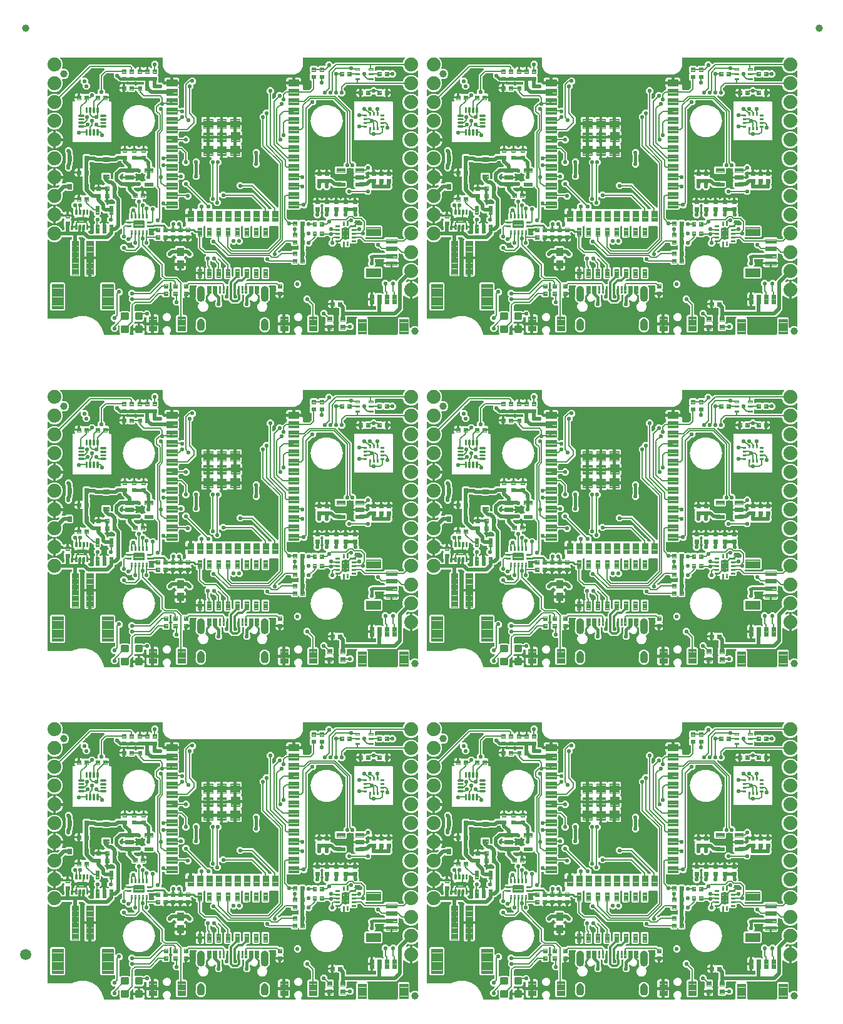
<source format=gtl>
G04 EAGLE Gerber RS-274X export*
G75*
%MOMM*%
%FSLAX34Y34*%
%LPD*%
%INTop Copper*%
%IPPOS*%
%AMOC8*
5,1,8,0,0,1.08239X$1,22.5*%
G01*
%ADD10C,0.102000*%
%ADD11C,0.300000*%
%ADD12C,0.105000*%
%ADD13C,0.100800*%
%ADD14C,1.000000*%
%ADD15C,0.654000*%
%ADD16C,0.100000*%
%ADD17C,0.096000*%
%ADD18C,0.099000*%
%ADD19C,0.102500*%
%ADD20C,0.200000*%
%ADD21C,0.106400*%
%ADD22C,0.104000*%
%ADD23C,0.225000*%
%ADD24C,1.879600*%
%ADD25C,1.500000*%
%ADD26C,0.254000*%
%ADD27C,0.554000*%
%ADD28C,0.406400*%
%ADD29C,0.152400*%
%ADD30C,0.508000*%
%ADD31C,0.304800*%

G36*
X701156Y148630D02*
X701156Y148630D01*
X701214Y148632D01*
X701294Y148657D01*
X701377Y148674D01*
X701429Y148701D01*
X701485Y148719D01*
X701541Y148759D01*
X701629Y148805D01*
X701702Y148874D01*
X701758Y148914D01*
X702609Y149765D01*
X702665Y149773D01*
X702692Y149785D01*
X702721Y149790D01*
X702822Y149843D01*
X702925Y149889D01*
X702947Y149908D01*
X702973Y149921D01*
X703055Y149999D01*
X703142Y150072D01*
X703158Y150097D01*
X703179Y150117D01*
X703237Y150215D01*
X703299Y150309D01*
X703308Y150337D01*
X703323Y150363D01*
X703351Y150472D01*
X703385Y150580D01*
X703386Y150610D01*
X703393Y150638D01*
X703390Y150751D01*
X703392Y150864D01*
X703385Y150893D01*
X703384Y150922D01*
X703349Y151030D01*
X703325Y151122D01*
X703325Y153558D01*
X703349Y153581D01*
X703390Y153635D01*
X703438Y153683D01*
X703475Y153748D01*
X703519Y153808D01*
X703544Y153872D01*
X703577Y153931D01*
X703594Y154004D01*
X703621Y154074D01*
X703626Y154142D01*
X703642Y154208D01*
X703638Y154283D01*
X703644Y154357D01*
X703631Y154424D01*
X703627Y154492D01*
X703605Y154551D01*
X703588Y154636D01*
X703561Y154689D01*
X703555Y154712D01*
X703529Y154756D01*
X703510Y154806D01*
X703096Y155523D01*
X702889Y156295D01*
X702889Y161669D01*
X708914Y161669D01*
X708972Y161677D01*
X709030Y161675D01*
X709112Y161697D01*
X709195Y161709D01*
X709249Y161733D01*
X709305Y161747D01*
X709378Y161790D01*
X709455Y161825D01*
X709499Y161863D01*
X709550Y161893D01*
X709607Y161954D01*
X709672Y162009D01*
X709704Y162057D01*
X709744Y162100D01*
X709783Y162175D01*
X709829Y162245D01*
X709847Y162301D01*
X709874Y162353D01*
X709885Y162421D01*
X709915Y162516D01*
X709918Y162616D01*
X709929Y162684D01*
X709929Y163701D01*
X710946Y163701D01*
X711004Y163709D01*
X711062Y163708D01*
X711144Y163729D01*
X711227Y163741D01*
X711281Y163765D01*
X711337Y163779D01*
X711410Y163822D01*
X711487Y163857D01*
X711531Y163895D01*
X711582Y163925D01*
X711639Y163986D01*
X711704Y164041D01*
X711736Y164089D01*
X711776Y164132D01*
X711815Y164207D01*
X711861Y164277D01*
X711879Y164333D01*
X711906Y164385D01*
X711917Y164453D01*
X711947Y164548D01*
X711950Y164648D01*
X711961Y164716D01*
X711961Y173741D01*
X714335Y173741D01*
X715107Y173534D01*
X715799Y173134D01*
X715921Y173012D01*
X715968Y172977D01*
X716008Y172934D01*
X716081Y172892D01*
X716148Y172841D01*
X716203Y172820D01*
X716254Y172791D01*
X716335Y172770D01*
X716414Y172740D01*
X716472Y172735D01*
X716529Y172720D01*
X716613Y172723D01*
X716697Y172716D01*
X716755Y172728D01*
X716813Y172730D01*
X716893Y172755D01*
X716976Y172772D01*
X717028Y172799D01*
X717084Y172817D01*
X717140Y172857D01*
X717228Y172903D01*
X717301Y172972D01*
X717357Y173012D01*
X717578Y173233D01*
X719074Y173233D01*
X719132Y173241D01*
X719190Y173239D01*
X719272Y173261D01*
X719356Y173273D01*
X719409Y173296D01*
X719465Y173311D01*
X719538Y173354D01*
X719615Y173389D01*
X719660Y173427D01*
X719710Y173456D01*
X719768Y173518D01*
X719832Y173572D01*
X719864Y173621D01*
X719904Y173664D01*
X719943Y173739D01*
X719990Y173809D01*
X720007Y173865D01*
X720034Y173917D01*
X720045Y173985D01*
X720075Y174080D01*
X720078Y174180D01*
X720089Y174248D01*
X720089Y178519D01*
X722905Y181335D01*
X722912Y181334D01*
X723023Y181357D01*
X723135Y181373D01*
X723162Y181385D01*
X723191Y181390D01*
X723291Y181442D01*
X723395Y181489D01*
X723417Y181508D01*
X723443Y181521D01*
X723525Y181599D01*
X723612Y181672D01*
X723628Y181697D01*
X723649Y181717D01*
X723707Y181815D01*
X723769Y181909D01*
X723778Y181937D01*
X723793Y181962D01*
X723821Y182072D01*
X723855Y182180D01*
X723856Y182210D01*
X723863Y182238D01*
X723860Y182351D01*
X723862Y182464D01*
X723855Y182493D01*
X723854Y182522D01*
X723819Y182630D01*
X723791Y182739D01*
X723776Y182765D01*
X723767Y182793D01*
X723721Y182856D01*
X723645Y182984D01*
X723600Y183027D01*
X723572Y183066D01*
X704728Y201910D01*
X704658Y201962D01*
X704594Y202022D01*
X704545Y202048D01*
X704501Y202081D01*
X704419Y202112D01*
X704341Y202152D01*
X704293Y202160D01*
X704235Y202182D01*
X704087Y202194D01*
X704010Y202207D01*
X701591Y202207D01*
X698777Y205021D01*
X698777Y208999D01*
X701591Y211813D01*
X705569Y211813D01*
X708383Y208999D01*
X708383Y206580D01*
X708395Y206494D01*
X708398Y206406D01*
X708415Y206353D01*
X708423Y206299D01*
X708458Y206219D01*
X708485Y206136D01*
X708513Y206096D01*
X708539Y206039D01*
X708635Y205926D01*
X708680Y205862D01*
X732912Y181630D01*
X732982Y181578D01*
X733046Y181518D01*
X733095Y181492D01*
X733139Y181459D01*
X733221Y181428D01*
X733299Y181388D01*
X733347Y181380D01*
X733405Y181358D01*
X733553Y181346D01*
X733630Y181333D01*
X736049Y181333D01*
X738863Y178519D01*
X738863Y174248D01*
X738871Y174190D01*
X738869Y174132D01*
X738891Y174050D01*
X738903Y173966D01*
X738926Y173913D01*
X738941Y173857D01*
X738984Y173784D01*
X739019Y173707D01*
X739057Y173662D01*
X739086Y173612D01*
X739148Y173554D01*
X739202Y173490D01*
X739251Y173458D01*
X739294Y173418D01*
X739369Y173379D01*
X739439Y173332D01*
X739495Y173315D01*
X739547Y173288D01*
X739615Y173277D01*
X739710Y173247D01*
X739810Y173244D01*
X739878Y173233D01*
X740382Y173233D01*
X740962Y172653D01*
X741009Y172618D01*
X741049Y172575D01*
X741122Y172532D01*
X741189Y172482D01*
X741244Y172461D01*
X741294Y172431D01*
X741376Y172411D01*
X741455Y172381D01*
X741513Y172376D01*
X741570Y172361D01*
X741654Y172364D01*
X741738Y172357D01*
X741796Y172368D01*
X741854Y172370D01*
X741934Y172396D01*
X742017Y172413D01*
X742069Y172440D01*
X742125Y172458D01*
X742181Y172498D01*
X742269Y172544D01*
X742342Y172613D01*
X742398Y172653D01*
X742978Y173233D01*
X753082Y173233D01*
X753662Y172653D01*
X753709Y172618D01*
X753749Y172575D01*
X753822Y172532D01*
X753889Y172482D01*
X753944Y172461D01*
X753994Y172431D01*
X754076Y172411D01*
X754155Y172381D01*
X754213Y172376D01*
X754270Y172361D01*
X754354Y172364D01*
X754438Y172357D01*
X754496Y172368D01*
X754554Y172370D01*
X754634Y172396D01*
X754717Y172413D01*
X754769Y172440D01*
X754825Y172458D01*
X754881Y172498D01*
X754969Y172544D01*
X755042Y172613D01*
X755098Y172653D01*
X755678Y173233D01*
X765782Y173233D01*
X766362Y172653D01*
X766409Y172618D01*
X766449Y172575D01*
X766522Y172532D01*
X766589Y172482D01*
X766644Y172461D01*
X766694Y172431D01*
X766776Y172411D01*
X766855Y172381D01*
X766913Y172376D01*
X766970Y172361D01*
X767054Y172364D01*
X767138Y172357D01*
X767196Y172368D01*
X767254Y172370D01*
X767334Y172396D01*
X767417Y172413D01*
X767469Y172440D01*
X767525Y172458D01*
X767581Y172498D01*
X767669Y172544D01*
X767742Y172613D01*
X767798Y172653D01*
X768378Y173233D01*
X778482Y173233D01*
X779062Y172653D01*
X779109Y172618D01*
X779149Y172575D01*
X779222Y172532D01*
X779289Y172482D01*
X779344Y172461D01*
X779394Y172431D01*
X779476Y172411D01*
X779555Y172381D01*
X779613Y172376D01*
X779670Y172361D01*
X779754Y172364D01*
X779838Y172357D01*
X779896Y172368D01*
X779954Y172370D01*
X780034Y172396D01*
X780117Y172413D01*
X780169Y172440D01*
X780225Y172458D01*
X780281Y172498D01*
X780369Y172544D01*
X780442Y172613D01*
X780498Y172653D01*
X781078Y173233D01*
X791182Y173233D01*
X791762Y172653D01*
X791809Y172618D01*
X791849Y172575D01*
X791922Y172532D01*
X791989Y172482D01*
X792044Y172461D01*
X792094Y172431D01*
X792176Y172411D01*
X792255Y172381D01*
X792313Y172376D01*
X792370Y172361D01*
X792454Y172364D01*
X792538Y172357D01*
X792596Y172368D01*
X792654Y172370D01*
X792734Y172396D01*
X792817Y172413D01*
X792869Y172440D01*
X792925Y172458D01*
X792981Y172498D01*
X793069Y172544D01*
X793142Y172613D01*
X793198Y172653D01*
X793778Y173233D01*
X803882Y173233D01*
X804462Y172653D01*
X804509Y172618D01*
X804549Y172575D01*
X804622Y172532D01*
X804689Y172482D01*
X804744Y172461D01*
X804794Y172431D01*
X804876Y172411D01*
X804955Y172381D01*
X805013Y172376D01*
X805070Y172361D01*
X805154Y172364D01*
X805238Y172357D01*
X805296Y172368D01*
X805354Y172370D01*
X805434Y172396D01*
X805517Y172413D01*
X805569Y172440D01*
X805625Y172458D01*
X805681Y172498D01*
X805769Y172544D01*
X805842Y172613D01*
X805898Y172653D01*
X806689Y173443D01*
X806724Y173490D01*
X806766Y173530D01*
X806809Y173603D01*
X806859Y173671D01*
X806880Y173725D01*
X806910Y173776D01*
X806931Y173857D01*
X806961Y173936D01*
X806966Y173995D01*
X806980Y174051D01*
X806977Y174135D01*
X806984Y174219D01*
X806973Y174277D01*
X806971Y174335D01*
X806945Y174415D01*
X806928Y174498D01*
X806901Y174550D01*
X806883Y174606D01*
X806843Y174662D01*
X806797Y174751D01*
X806729Y174823D01*
X806689Y174879D01*
X792890Y188678D01*
X792820Y188730D01*
X792756Y188790D01*
X792707Y188816D01*
X792663Y188849D01*
X792581Y188880D01*
X792503Y188920D01*
X792455Y188928D01*
X792397Y188950D01*
X792249Y188962D01*
X792172Y188975D01*
X758798Y188975D01*
X758711Y188963D01*
X758624Y188960D01*
X758571Y188943D01*
X758516Y188935D01*
X758437Y188900D01*
X758353Y188873D01*
X758314Y188845D01*
X758257Y188819D01*
X758144Y188723D01*
X758080Y188678D01*
X756369Y186967D01*
X752391Y186967D01*
X750478Y188880D01*
X750454Y188898D01*
X750435Y188920D01*
X750341Y188983D01*
X750251Y189051D01*
X750223Y189061D01*
X750199Y189078D01*
X750091Y189112D01*
X749985Y189152D01*
X749956Y189155D01*
X749928Y189163D01*
X749814Y189166D01*
X749702Y189176D01*
X749673Y189170D01*
X749644Y189171D01*
X749534Y189142D01*
X749423Y189120D01*
X749397Y189106D01*
X749369Y189099D01*
X749271Y189041D01*
X749171Y188989D01*
X749149Y188969D01*
X749124Y188954D01*
X749047Y188871D01*
X748965Y188793D01*
X748950Y188768D01*
X748930Y188746D01*
X748878Y188646D01*
X748821Y188548D01*
X748814Y188519D01*
X748800Y188493D01*
X748787Y188416D01*
X748751Y188272D01*
X748753Y188210D01*
X748745Y188162D01*
X748745Y186028D01*
X748757Y185941D01*
X748760Y185854D01*
X748777Y185801D01*
X748785Y185746D01*
X748820Y185667D01*
X748847Y185583D01*
X748875Y185544D01*
X748901Y185487D01*
X748997Y185374D01*
X749042Y185310D01*
X750753Y183599D01*
X750753Y179621D01*
X747939Y176807D01*
X743961Y176807D01*
X741147Y179621D01*
X741147Y180872D01*
X741139Y180930D01*
X741141Y180988D01*
X741119Y181070D01*
X741107Y181154D01*
X741084Y181207D01*
X741069Y181263D01*
X741026Y181336D01*
X740991Y181413D01*
X740953Y181458D01*
X740924Y181508D01*
X740862Y181566D01*
X740808Y181630D01*
X740759Y181662D01*
X740716Y181702D01*
X740641Y181741D01*
X740571Y181788D01*
X740515Y181805D01*
X740463Y181832D01*
X740395Y181843D01*
X740300Y181873D01*
X740200Y181876D01*
X740132Y181887D01*
X738421Y181887D01*
X735607Y184701D01*
X735607Y188679D01*
X737318Y190390D01*
X737370Y190460D01*
X737430Y190524D01*
X737456Y190573D01*
X737489Y190617D01*
X737520Y190699D01*
X737560Y190777D01*
X737568Y190824D01*
X737590Y190883D01*
X737602Y191031D01*
X737615Y191108D01*
X737615Y231802D01*
X737603Y231889D01*
X737600Y231976D01*
X737583Y232029D01*
X737575Y232084D01*
X737540Y232163D01*
X737513Y232247D01*
X737485Y232286D01*
X737459Y232343D01*
X737363Y232456D01*
X737318Y232520D01*
X735607Y234231D01*
X735607Y238209D01*
X738364Y240966D01*
X738382Y240990D01*
X738404Y241009D01*
X738467Y241103D01*
X738535Y241193D01*
X738545Y241221D01*
X738562Y241245D01*
X738596Y241353D01*
X738636Y241459D01*
X738639Y241488D01*
X738647Y241516D01*
X738650Y241630D01*
X738660Y241742D01*
X738654Y241771D01*
X738655Y241800D01*
X738626Y241910D01*
X738604Y242021D01*
X738590Y242047D01*
X738583Y242075D01*
X738525Y242173D01*
X738473Y242273D01*
X738453Y242295D01*
X738438Y242320D01*
X738355Y242397D01*
X738277Y242479D01*
X738252Y242494D01*
X738230Y242514D01*
X738130Y242566D01*
X738032Y242623D01*
X738003Y242630D01*
X737977Y242644D01*
X737900Y242657D01*
X737756Y242693D01*
X737694Y242691D01*
X737646Y242699D01*
X735651Y242699D01*
X735651Y249859D01*
X743387Y249859D01*
X743443Y249841D01*
X743495Y249814D01*
X743563Y249803D01*
X743658Y249773D01*
X743758Y249770D01*
X743826Y249759D01*
X749889Y249759D01*
X749889Y242572D01*
X749802Y242559D01*
X749776Y242547D01*
X749747Y242542D01*
X749646Y242489D01*
X749543Y242443D01*
X749521Y242424D01*
X749494Y242411D01*
X749412Y242333D01*
X749326Y242260D01*
X749310Y242235D01*
X749288Y242215D01*
X749231Y242117D01*
X749168Y242023D01*
X749159Y241995D01*
X749145Y241970D01*
X749117Y241860D01*
X749083Y241752D01*
X749082Y241722D01*
X749075Y241694D01*
X749078Y241581D01*
X749075Y241468D01*
X749083Y241439D01*
X749084Y241410D01*
X749118Y241302D01*
X749147Y241193D01*
X749162Y241167D01*
X749171Y241139D01*
X749217Y241076D01*
X749292Y240948D01*
X749338Y240905D01*
X749366Y240866D01*
X752023Y238209D01*
X752023Y234231D01*
X749042Y231250D01*
X748990Y231180D01*
X748930Y231116D01*
X748904Y231067D01*
X748871Y231023D01*
X748840Y230941D01*
X748800Y230863D01*
X748792Y230816D01*
X748770Y230757D01*
X748760Y230637D01*
X748759Y230633D01*
X748758Y230617D01*
X748758Y230609D01*
X748745Y230532D01*
X748745Y195378D01*
X748749Y195349D01*
X748746Y195320D01*
X748769Y195208D01*
X748785Y195096D01*
X748797Y195070D01*
X748802Y195041D01*
X748855Y194940D01*
X748901Y194837D01*
X748920Y194815D01*
X748933Y194788D01*
X749011Y194706D01*
X749084Y194620D01*
X749109Y194604D01*
X749129Y194582D01*
X749227Y194525D01*
X749321Y194462D01*
X749349Y194453D01*
X749374Y194439D01*
X749484Y194411D01*
X749592Y194377D01*
X749622Y194376D01*
X749650Y194369D01*
X749763Y194372D01*
X749876Y194369D01*
X749905Y194377D01*
X749934Y194378D01*
X750042Y194413D01*
X750151Y194441D01*
X750177Y194456D01*
X750205Y194465D01*
X750268Y194511D01*
X750396Y194586D01*
X750439Y194632D01*
X750478Y194660D01*
X752391Y196573D01*
X756369Y196573D01*
X758080Y194862D01*
X758150Y194810D01*
X758214Y194750D01*
X758263Y194724D01*
X758307Y194691D01*
X758389Y194660D01*
X758467Y194620D01*
X758514Y194612D01*
X758573Y194590D01*
X758721Y194578D01*
X758798Y194565D01*
X794908Y194565D01*
X814325Y175148D01*
X814325Y174248D01*
X814333Y174190D01*
X814331Y174132D01*
X814353Y174050D01*
X814365Y173966D01*
X814388Y173913D01*
X814403Y173857D01*
X814446Y173784D01*
X814481Y173707D01*
X814519Y173662D01*
X814548Y173612D01*
X814610Y173554D01*
X814664Y173490D01*
X814713Y173458D01*
X814756Y173418D01*
X814831Y173379D01*
X814901Y173332D01*
X814957Y173315D01*
X815009Y173288D01*
X815077Y173277D01*
X815172Y173247D01*
X815272Y173244D01*
X815340Y173233D01*
X816582Y173233D01*
X817162Y172653D01*
X817209Y172618D01*
X817249Y172575D01*
X817322Y172532D01*
X817389Y172482D01*
X817444Y172461D01*
X817494Y172431D01*
X817576Y172411D01*
X817655Y172381D01*
X817713Y172376D01*
X817770Y172361D01*
X817854Y172364D01*
X817938Y172357D01*
X817996Y172368D01*
X818054Y172370D01*
X818134Y172396D01*
X818217Y172413D01*
X818269Y172440D01*
X818325Y172458D01*
X818381Y172498D01*
X818469Y172544D01*
X818542Y172613D01*
X818598Y172653D01*
X819389Y173443D01*
X819424Y173490D01*
X819466Y173530D01*
X819509Y173603D01*
X819559Y173671D01*
X819580Y173725D01*
X819610Y173776D01*
X819631Y173857D01*
X819661Y173936D01*
X819666Y173995D01*
X819680Y174051D01*
X819677Y174135D01*
X819684Y174219D01*
X819673Y174277D01*
X819671Y174335D01*
X819645Y174415D01*
X819628Y174498D01*
X819601Y174550D01*
X819583Y174606D01*
X819543Y174662D01*
X819497Y174751D01*
X819429Y174823D01*
X819389Y174879D01*
X792890Y201378D01*
X792820Y201430D01*
X792756Y201490D01*
X792707Y201516D01*
X792663Y201549D01*
X792581Y201580D01*
X792503Y201620D01*
X792455Y201628D01*
X792397Y201650D01*
X792249Y201662D01*
X792172Y201675D01*
X781658Y201675D01*
X781571Y201663D01*
X781484Y201660D01*
X781431Y201643D01*
X781376Y201635D01*
X781297Y201600D01*
X781213Y201573D01*
X781174Y201545D01*
X781117Y201519D01*
X781004Y201423D01*
X780940Y201378D01*
X779229Y199667D01*
X775251Y199667D01*
X772437Y202481D01*
X772437Y206459D01*
X775251Y209273D01*
X779229Y209273D01*
X780940Y207562D01*
X781010Y207510D01*
X781074Y207450D01*
X781123Y207424D01*
X781167Y207391D01*
X781249Y207360D01*
X781327Y207320D01*
X781374Y207312D01*
X781433Y207290D01*
X781581Y207278D01*
X781658Y207265D01*
X794908Y207265D01*
X827068Y175104D01*
X827092Y175087D01*
X827111Y175064D01*
X827205Y175001D01*
X827295Y174933D01*
X827323Y174923D01*
X827347Y174907D01*
X827455Y174872D01*
X827561Y174832D01*
X827590Y174830D01*
X827618Y174821D01*
X827732Y174818D01*
X827844Y174809D01*
X827873Y174814D01*
X827902Y174814D01*
X828012Y174842D01*
X828123Y174864D01*
X828149Y174878D01*
X828177Y174885D01*
X828275Y174943D01*
X828375Y174995D01*
X828397Y175016D01*
X828422Y175031D01*
X828499Y175113D01*
X828581Y175191D01*
X828596Y175217D01*
X828616Y175238D01*
X828668Y175339D01*
X828725Y175436D01*
X828732Y175465D01*
X828746Y175491D01*
X828759Y175568D01*
X828795Y175712D01*
X828793Y175774D01*
X828801Y175822D01*
X828801Y233484D01*
X828789Y233571D01*
X828786Y233658D01*
X828769Y233711D01*
X828761Y233766D01*
X828726Y233846D01*
X828699Y233929D01*
X828671Y233968D01*
X828645Y234025D01*
X828572Y234112D01*
X828551Y234146D01*
X828528Y234168D01*
X828504Y234202D01*
X807138Y255569D01*
X805203Y257503D01*
X805203Y292762D01*
X805191Y292849D01*
X805188Y292936D01*
X805171Y292989D01*
X805163Y293044D01*
X805128Y293123D01*
X805101Y293207D01*
X805073Y293246D01*
X805047Y293303D01*
X804951Y293416D01*
X804906Y293480D01*
X803195Y295191D01*
X803195Y299169D01*
X806009Y301983D01*
X806982Y301983D01*
X807040Y301991D01*
X807098Y301989D01*
X807180Y302011D01*
X807264Y302023D01*
X807317Y302046D01*
X807373Y302061D01*
X807446Y302104D01*
X807523Y302139D01*
X807568Y302177D01*
X807618Y302206D01*
X807676Y302268D01*
X807740Y302322D01*
X807772Y302371D01*
X807812Y302414D01*
X807851Y302489D01*
X807898Y302559D01*
X807915Y302615D01*
X807942Y302667D01*
X807953Y302735D01*
X807983Y302830D01*
X807986Y302930D01*
X807997Y302998D01*
X807997Y304527D01*
X810811Y307341D01*
X814070Y307341D01*
X814128Y307349D01*
X814186Y307347D01*
X814268Y307369D01*
X814352Y307381D01*
X814405Y307404D01*
X814461Y307419D01*
X814534Y307462D01*
X814611Y307497D01*
X814656Y307535D01*
X814706Y307564D01*
X814764Y307626D01*
X814828Y307680D01*
X814860Y307729D01*
X814900Y307772D01*
X814939Y307847D01*
X814986Y307917D01*
X815003Y307973D01*
X815030Y308025D01*
X815041Y308093D01*
X815071Y308188D01*
X815074Y308288D01*
X815085Y308356D01*
X815085Y328322D01*
X815073Y328409D01*
X815070Y328496D01*
X815053Y328549D01*
X815045Y328604D01*
X815010Y328683D01*
X814983Y328767D01*
X814955Y328806D01*
X814929Y328863D01*
X814833Y328976D01*
X814788Y329040D01*
X813077Y330751D01*
X813077Y334729D01*
X815891Y337543D01*
X819869Y337543D01*
X822683Y334729D01*
X822683Y330751D01*
X820972Y329040D01*
X820920Y328970D01*
X820860Y328906D01*
X820834Y328857D01*
X820801Y328813D01*
X820770Y328731D01*
X820730Y328653D01*
X820722Y328606D01*
X820700Y328547D01*
X820688Y328399D01*
X820675Y328322D01*
X820675Y322888D01*
X820679Y322859D01*
X820676Y322830D01*
X820699Y322719D01*
X820715Y322607D01*
X820727Y322580D01*
X820732Y322551D01*
X820785Y322450D01*
X820831Y322347D01*
X820850Y322325D01*
X820863Y322299D01*
X820941Y322217D01*
X821014Y322130D01*
X821039Y322114D01*
X821059Y322093D01*
X821157Y322035D01*
X821251Y321973D01*
X821279Y321964D01*
X821304Y321949D01*
X821414Y321921D01*
X821522Y321887D01*
X821552Y321886D01*
X821580Y321879D01*
X821693Y321882D01*
X821806Y321880D01*
X821835Y321887D01*
X821864Y321888D01*
X821972Y321923D01*
X822081Y321951D01*
X822107Y321966D01*
X822135Y321975D01*
X822198Y322021D01*
X822326Y322097D01*
X822369Y322142D01*
X822408Y322170D01*
X825480Y325242D01*
X825532Y325312D01*
X825592Y325376D01*
X825618Y325425D01*
X825651Y325469D01*
X825682Y325551D01*
X825722Y325629D01*
X825730Y325677D01*
X825752Y325735D01*
X825764Y325883D01*
X825777Y325960D01*
X825777Y328379D01*
X828591Y331193D01*
X832569Y331193D01*
X833337Y330425D01*
X833384Y330390D01*
X833424Y330347D01*
X833497Y330305D01*
X833564Y330254D01*
X833619Y330233D01*
X833670Y330204D01*
X833751Y330183D01*
X833830Y330153D01*
X833888Y330148D01*
X833945Y330134D01*
X834029Y330136D01*
X834113Y330129D01*
X834171Y330141D01*
X834229Y330143D01*
X834310Y330169D01*
X834392Y330185D01*
X834444Y330212D01*
X834500Y330230D01*
X834556Y330270D01*
X834644Y330316D01*
X834717Y330385D01*
X834773Y330426D01*
X834800Y330453D01*
X838142Y333795D01*
X838912Y333795D01*
X838970Y333803D01*
X839028Y333801D01*
X839110Y333823D01*
X839194Y333835D01*
X839247Y333858D01*
X839303Y333873D01*
X839376Y333916D01*
X839453Y333951D01*
X839498Y333989D01*
X839548Y334018D01*
X839606Y334080D01*
X839670Y334134D01*
X839702Y334183D01*
X839742Y334226D01*
X839781Y334301D01*
X839828Y334371D01*
X839845Y334427D01*
X839872Y334479D01*
X839883Y334547D01*
X839913Y334642D01*
X839916Y334742D01*
X839927Y334810D01*
X839927Y336052D01*
X840148Y336273D01*
X840183Y336320D01*
X840226Y336360D01*
X840268Y336433D01*
X840319Y336500D01*
X840340Y336555D01*
X840369Y336605D01*
X840390Y336687D01*
X840420Y336766D01*
X840425Y336824D01*
X840440Y336881D01*
X840437Y336965D01*
X840444Y337049D01*
X840432Y337106D01*
X840430Y337165D01*
X840405Y337245D01*
X840388Y337328D01*
X840361Y337380D01*
X840343Y337435D01*
X840303Y337491D01*
X840257Y337580D01*
X840188Y337653D01*
X840148Y337709D01*
X840026Y337831D01*
X839626Y338523D01*
X839419Y339295D01*
X839419Y341669D01*
X848444Y341669D01*
X848502Y341677D01*
X848560Y341675D01*
X848642Y341697D01*
X848725Y341709D01*
X848779Y341733D01*
X848835Y341747D01*
X848908Y341790D01*
X848985Y341825D01*
X849029Y341863D01*
X849080Y341893D01*
X849137Y341954D01*
X849202Y342009D01*
X849234Y342057D01*
X849274Y342100D01*
X849313Y342175D01*
X849359Y342245D01*
X849377Y342301D01*
X849404Y342353D01*
X849415Y342421D01*
X849445Y342516D01*
X849448Y342616D01*
X849459Y342684D01*
X849459Y343701D01*
X849461Y343701D01*
X849461Y342684D01*
X849469Y342626D01*
X849468Y342568D01*
X849489Y342486D01*
X849501Y342403D01*
X849525Y342349D01*
X849539Y342293D01*
X849582Y342220D01*
X849617Y342143D01*
X849655Y342098D01*
X849685Y342048D01*
X849746Y341990D01*
X849801Y341926D01*
X849849Y341894D01*
X849892Y341854D01*
X849967Y341815D01*
X850037Y341769D01*
X850093Y341751D01*
X850145Y341724D01*
X850213Y341713D01*
X850308Y341683D01*
X850408Y341680D01*
X850476Y341669D01*
X859971Y341669D01*
X860007Y341650D01*
X860077Y341603D01*
X860133Y341586D01*
X860185Y341559D01*
X860253Y341548D01*
X860348Y341518D01*
X860448Y341515D01*
X860516Y341504D01*
X860790Y341504D01*
X862204Y340090D01*
X862204Y334810D01*
X862212Y334752D01*
X862210Y334694D01*
X862232Y334612D01*
X862244Y334528D01*
X862267Y334475D01*
X862282Y334419D01*
X862325Y334346D01*
X862360Y334269D01*
X862398Y334224D01*
X862427Y334174D01*
X862489Y334116D01*
X862543Y334052D01*
X862592Y334020D01*
X862635Y333980D01*
X862710Y333941D01*
X862780Y333894D01*
X862836Y333877D01*
X862888Y333850D01*
X862956Y333839D01*
X863051Y333809D01*
X863151Y333806D01*
X863219Y333795D01*
X870362Y333795D01*
X870448Y333807D01*
X870536Y333810D01*
X870589Y333827D01*
X870643Y333835D01*
X870723Y333870D01*
X870806Y333897D01*
X870846Y333925D01*
X870903Y333951D01*
X871016Y334047D01*
X871080Y334092D01*
X873208Y336220D01*
X873260Y336290D01*
X873320Y336354D01*
X873346Y336403D01*
X873379Y336447D01*
X873410Y336529D01*
X873450Y336607D01*
X873458Y336655D01*
X873480Y336713D01*
X873492Y336861D01*
X873505Y336938D01*
X873505Y345822D01*
X873497Y345880D01*
X873499Y345938D01*
X873477Y346020D01*
X873465Y346104D01*
X873442Y346157D01*
X873427Y346213D01*
X873384Y346286D01*
X873349Y346363D01*
X873311Y346408D01*
X873282Y346458D01*
X873220Y346516D01*
X873166Y346580D01*
X873117Y346612D01*
X873074Y346652D01*
X872999Y346691D01*
X872929Y346738D01*
X872873Y346755D01*
X872821Y346782D01*
X872810Y346784D01*
X871267Y348327D01*
X871267Y355413D01*
X872006Y356152D01*
X872041Y356199D01*
X872084Y356239D01*
X872126Y356312D01*
X872177Y356379D01*
X872198Y356434D01*
X872227Y356484D01*
X872248Y356566D01*
X872278Y356645D01*
X872283Y356703D01*
X872298Y356760D01*
X872295Y356844D01*
X872302Y356928D01*
X872290Y356986D01*
X872288Y357044D01*
X872263Y357124D01*
X872246Y357207D01*
X872219Y357259D01*
X872201Y357315D01*
X872161Y357371D01*
X872115Y357459D01*
X872046Y357532D01*
X872006Y357588D01*
X871267Y358327D01*
X871267Y365413D01*
X872757Y366903D01*
X879843Y366903D01*
X881297Y365449D01*
X881344Y365414D01*
X881384Y365371D01*
X881457Y365329D01*
X881524Y365278D01*
X881579Y365257D01*
X881629Y365228D01*
X881711Y365207D01*
X881790Y365177D01*
X881848Y365172D01*
X881905Y365157D01*
X881989Y365160D01*
X882073Y365153D01*
X882131Y365165D01*
X882189Y365167D01*
X882269Y365192D01*
X882352Y365209D01*
X882404Y365236D01*
X882460Y365254D01*
X882516Y365294D01*
X882604Y365340D01*
X882677Y365409D01*
X882733Y365449D01*
X884187Y366903D01*
X891437Y366903D01*
X891495Y366911D01*
X891553Y366909D01*
X891635Y366931D01*
X891719Y366943D01*
X891772Y366966D01*
X891828Y366981D01*
X891901Y367024D01*
X891978Y367059D01*
X892023Y367097D01*
X892073Y367126D01*
X892131Y367188D01*
X892195Y367242D01*
X892227Y367291D01*
X892267Y367334D01*
X892306Y367409D01*
X892353Y367479D01*
X892370Y367535D01*
X892397Y367587D01*
X892408Y367655D01*
X892438Y367750D01*
X892441Y367850D01*
X892452Y367918D01*
X892452Y369654D01*
X895266Y372468D01*
X899244Y372468D01*
X902166Y369546D01*
X902168Y369543D01*
X902214Y369440D01*
X902233Y369418D01*
X902246Y369392D01*
X902324Y369310D01*
X902397Y369223D01*
X902422Y369207D01*
X902442Y369186D01*
X902540Y369129D01*
X902634Y369066D01*
X902662Y369057D01*
X902687Y369042D01*
X902797Y369014D01*
X902905Y368980D01*
X902935Y368979D01*
X902963Y368972D01*
X903076Y368975D01*
X903189Y368973D01*
X903218Y368980D01*
X903247Y368981D01*
X903355Y369016D01*
X903464Y369044D01*
X903490Y369059D01*
X903518Y369068D01*
X903581Y369114D01*
X903709Y369190D01*
X903752Y369235D01*
X903791Y369263D01*
X905622Y371095D01*
X996487Y371095D01*
X996488Y371095D01*
X996490Y371095D01*
X996630Y371115D01*
X996768Y371135D01*
X996770Y371135D01*
X996771Y371135D01*
X996897Y371192D01*
X997028Y371251D01*
X997029Y371252D01*
X997030Y371253D01*
X997137Y371344D01*
X997245Y371434D01*
X997246Y371436D01*
X997247Y371437D01*
X997255Y371450D01*
X997402Y371671D01*
X997411Y371700D01*
X997425Y371721D01*
X998689Y374775D01*
X1000133Y376218D01*
X1000150Y376242D01*
X1000173Y376261D01*
X1000235Y376355D01*
X1000304Y376445D01*
X1000314Y376473D01*
X1000330Y376497D01*
X1000364Y376605D01*
X1000405Y376711D01*
X1000407Y376740D01*
X1000416Y376768D01*
X1000419Y376882D01*
X1000428Y376994D01*
X1000423Y377023D01*
X1000423Y377052D01*
X1000395Y377162D01*
X1000372Y377273D01*
X1000359Y377299D01*
X1000352Y377327D01*
X1000294Y377425D01*
X1000241Y377525D01*
X1000221Y377547D01*
X1000206Y377572D01*
X1000124Y377649D01*
X1000046Y377731D01*
X1000020Y377746D01*
X999999Y377766D01*
X999898Y377818D01*
X999800Y377875D01*
X999772Y377882D01*
X999746Y377896D01*
X999668Y377909D01*
X999525Y377945D01*
X999462Y377943D01*
X999415Y377951D01*
X862584Y377951D01*
X862526Y377943D01*
X862468Y377945D01*
X862386Y377923D01*
X862302Y377911D01*
X862249Y377888D01*
X862193Y377873D01*
X862120Y377830D01*
X862043Y377795D01*
X861998Y377757D01*
X861948Y377728D01*
X861890Y377666D01*
X861826Y377612D01*
X861794Y377563D01*
X861754Y377520D01*
X861715Y377445D01*
X861668Y377375D01*
X861651Y377319D01*
X861624Y377267D01*
X861613Y377199D01*
X861583Y377104D01*
X861580Y377004D01*
X861569Y376936D01*
X861569Y365673D01*
X859558Y360818D01*
X857802Y359062D01*
X857750Y358992D01*
X857690Y358928D01*
X857688Y358926D01*
X857662Y358903D01*
X857598Y358858D01*
X855842Y357102D01*
X850987Y355091D01*
X683173Y355091D01*
X678318Y357102D01*
X676562Y358858D01*
X676492Y358910D01*
X676428Y358970D01*
X676426Y358972D01*
X676404Y358998D01*
X676390Y359022D01*
X676380Y359031D01*
X676358Y359062D01*
X674602Y360818D01*
X672591Y365673D01*
X672591Y376936D01*
X672583Y376994D01*
X672585Y377052D01*
X672563Y377134D01*
X672551Y377218D01*
X672528Y377271D01*
X672513Y377327D01*
X672470Y377400D01*
X672435Y377477D01*
X672397Y377522D01*
X672368Y377572D01*
X672306Y377630D01*
X672252Y377694D01*
X672203Y377726D01*
X672160Y377766D01*
X672085Y377805D01*
X672015Y377852D01*
X671959Y377869D01*
X671907Y377896D01*
X671839Y377907D01*
X671744Y377937D01*
X671644Y377940D01*
X671576Y377951D01*
X534745Y377951D01*
X534716Y377947D01*
X534687Y377950D01*
X534576Y377927D01*
X534464Y377911D01*
X534437Y377899D01*
X534408Y377894D01*
X534308Y377841D01*
X534204Y377795D01*
X534182Y377776D01*
X534156Y377763D01*
X534074Y377685D01*
X533987Y377612D01*
X533971Y377587D01*
X533950Y377567D01*
X533893Y377469D01*
X533830Y377375D01*
X533821Y377347D01*
X533806Y377322D01*
X533778Y377212D01*
X533744Y377104D01*
X533743Y377074D01*
X533736Y377046D01*
X533740Y376933D01*
X533737Y376820D01*
X533744Y376791D01*
X533745Y376762D01*
X533780Y376654D01*
X533808Y376545D01*
X533823Y376519D01*
X533832Y376491D01*
X533878Y376427D01*
X533954Y376300D01*
X533999Y376257D01*
X534027Y376218D01*
X535471Y374775D01*
X537211Y370574D01*
X537211Y366026D01*
X536387Y364037D01*
X536358Y363925D01*
X536323Y363816D01*
X536322Y363788D01*
X536316Y363761D01*
X536319Y363647D01*
X536316Y363532D01*
X536323Y363505D01*
X536324Y363477D01*
X536359Y363368D01*
X536388Y363257D01*
X536402Y363233D01*
X536410Y363206D01*
X536474Y363111D01*
X536533Y363012D01*
X536553Y362993D01*
X536569Y362970D01*
X536656Y362896D01*
X536740Y362818D01*
X536765Y362805D01*
X536786Y362787D01*
X536891Y362741D01*
X536993Y362688D01*
X537018Y362684D01*
X537046Y362672D01*
X537310Y362635D01*
X537324Y362633D01*
X539879Y362633D01*
X542464Y361562D01*
X544442Y359584D01*
X545513Y356999D01*
X545513Y354201D01*
X544442Y351616D01*
X542464Y349638D01*
X539879Y348567D01*
X537324Y348567D01*
X537211Y348551D01*
X537096Y348541D01*
X537070Y348531D01*
X537043Y348527D01*
X536938Y348480D01*
X536831Y348439D01*
X536809Y348423D01*
X536784Y348411D01*
X536696Y348337D01*
X536604Y348268D01*
X536588Y348245D01*
X536567Y348228D01*
X536503Y348132D01*
X536434Y348040D01*
X536424Y348014D01*
X536409Y347991D01*
X536374Y347881D01*
X536334Y347774D01*
X536332Y347746D01*
X536323Y347720D01*
X536320Y347605D01*
X536311Y347491D01*
X536317Y347466D01*
X536316Y347436D01*
X536383Y347179D01*
X536387Y347163D01*
X537211Y345174D01*
X537211Y340626D01*
X535470Y336425D01*
X532255Y333210D01*
X528054Y331469D01*
X523506Y331469D01*
X519305Y333209D01*
X517862Y334653D01*
X517838Y334670D01*
X517819Y334693D01*
X517725Y334755D01*
X517635Y334824D01*
X517607Y334834D01*
X517583Y334850D01*
X517475Y334884D01*
X517369Y334925D01*
X517340Y334927D01*
X517312Y334936D01*
X517198Y334939D01*
X517086Y334948D01*
X517057Y334943D01*
X517028Y334943D01*
X516918Y334915D01*
X516807Y334892D01*
X516781Y334879D01*
X516753Y334872D01*
X516655Y334814D01*
X516555Y334761D01*
X516533Y334741D01*
X516508Y334726D01*
X516431Y334644D01*
X516349Y334566D01*
X516334Y334540D01*
X516314Y334519D01*
X516262Y334418D01*
X516205Y334320D01*
X516198Y334292D01*
X516184Y334266D01*
X516171Y334188D01*
X516135Y334045D01*
X516137Y333982D01*
X516129Y333935D01*
X516129Y326465D01*
X516133Y326436D01*
X516130Y326407D01*
X516153Y326296D01*
X516169Y326184D01*
X516181Y326157D01*
X516186Y326128D01*
X516239Y326028D01*
X516285Y325924D01*
X516304Y325902D01*
X516317Y325876D01*
X516395Y325794D01*
X516468Y325707D01*
X516493Y325691D01*
X516513Y325670D01*
X516611Y325613D01*
X516705Y325550D01*
X516733Y325541D01*
X516758Y325526D01*
X516868Y325498D01*
X516976Y325464D01*
X517006Y325463D01*
X517034Y325456D01*
X517147Y325460D01*
X517260Y325457D01*
X517289Y325464D01*
X517318Y325465D01*
X517426Y325500D01*
X517535Y325528D01*
X517561Y325543D01*
X517589Y325552D01*
X517653Y325598D01*
X517780Y325674D01*
X517823Y325719D01*
X517862Y325747D01*
X519305Y327191D01*
X523506Y328931D01*
X528054Y328931D01*
X531107Y327666D01*
X531109Y327666D01*
X531110Y327665D01*
X531244Y327631D01*
X531383Y327595D01*
X531384Y327595D01*
X531386Y327595D01*
X531526Y327599D01*
X531667Y327603D01*
X531668Y327604D01*
X531670Y327604D01*
X531803Y327647D01*
X531937Y327690D01*
X531939Y327691D01*
X531940Y327691D01*
X531952Y327700D01*
X532174Y327848D01*
X532193Y327872D01*
X532214Y327886D01*
X572882Y368555D01*
X629728Y368555D01*
X632715Y365568D01*
X632715Y365378D01*
X632723Y365320D01*
X632721Y365262D01*
X632743Y365180D01*
X632755Y365096D01*
X632778Y365043D01*
X632793Y364987D01*
X632836Y364914D01*
X632871Y364837D01*
X632909Y364792D01*
X632938Y364742D01*
X633000Y364684D01*
X633054Y364620D01*
X633103Y364588D01*
X633146Y364548D01*
X633221Y364509D01*
X633291Y364462D01*
X633347Y364445D01*
X633399Y364418D01*
X633410Y364416D01*
X634647Y363179D01*
X634685Y363150D01*
X634718Y363114D01*
X634799Y363065D01*
X634874Y363009D01*
X634919Y362991D01*
X634961Y362966D01*
X635051Y362941D01*
X635139Y362907D01*
X635188Y362903D01*
X635235Y362890D01*
X635329Y362892D01*
X635423Y362884D01*
X635471Y362893D01*
X635519Y362894D01*
X635609Y362921D01*
X635701Y362940D01*
X635745Y362962D01*
X635791Y362976D01*
X635870Y363027D01*
X635954Y363071D01*
X635989Y363104D01*
X636030Y363131D01*
X636077Y363188D01*
X636160Y363266D01*
X636204Y363341D01*
X636244Y363390D01*
X636419Y363693D01*
X636987Y364261D01*
X637682Y364663D01*
X638458Y364871D01*
X639851Y364871D01*
X639851Y359814D01*
X639859Y359756D01*
X639857Y359698D01*
X639879Y359616D01*
X639891Y359533D01*
X639914Y359479D01*
X639929Y359423D01*
X639972Y359350D01*
X640007Y359273D01*
X640045Y359229D01*
X640074Y359178D01*
X640136Y359121D01*
X640190Y359056D01*
X640239Y359024D01*
X640282Y358984D01*
X640357Y358945D01*
X640427Y358899D01*
X640483Y358881D01*
X640535Y358854D01*
X640603Y358843D01*
X640698Y358813D01*
X640798Y358810D01*
X640825Y358806D01*
X640827Y358788D01*
X640826Y358730D01*
X640847Y358648D01*
X640859Y358564D01*
X640883Y358511D01*
X640897Y358455D01*
X640941Y358382D01*
X640975Y358305D01*
X641013Y358260D01*
X641043Y358210D01*
X641104Y358152D01*
X641159Y358088D01*
X641207Y358056D01*
X641250Y358016D01*
X641325Y357977D01*
X641395Y357930D01*
X641451Y357913D01*
X641503Y357886D01*
X641571Y357875D01*
X641666Y357845D01*
X641766Y357842D01*
X641834Y357831D01*
X651026Y357831D01*
X651084Y357839D01*
X651142Y357837D01*
X651224Y357859D01*
X651307Y357871D01*
X651361Y357894D01*
X651417Y357909D01*
X651490Y357952D01*
X651567Y357987D01*
X651611Y358025D01*
X651662Y358054D01*
X651719Y358116D01*
X651784Y358170D01*
X651816Y358219D01*
X651856Y358262D01*
X651895Y358337D01*
X651941Y358407D01*
X651959Y358463D01*
X651986Y358515D01*
X651997Y358583D01*
X652027Y358678D01*
X652030Y358778D01*
X652034Y358805D01*
X652052Y358807D01*
X652110Y358806D01*
X652192Y358827D01*
X652276Y358839D01*
X652329Y358863D01*
X652385Y358877D01*
X652458Y358921D01*
X652535Y358955D01*
X652580Y358993D01*
X652630Y359023D01*
X652688Y359084D01*
X652752Y359139D01*
X652784Y359187D01*
X652824Y359230D01*
X652863Y359305D01*
X652910Y359375D01*
X652927Y359431D01*
X652954Y359483D01*
X652965Y359551D01*
X652995Y359646D01*
X652998Y359746D01*
X653009Y359814D01*
X653009Y364871D01*
X654402Y364871D01*
X655178Y364663D01*
X655873Y364261D01*
X656231Y363903D01*
X656278Y363868D01*
X656318Y363826D01*
X656391Y363783D01*
X656458Y363732D01*
X656513Y363711D01*
X656564Y363682D01*
X656645Y363661D01*
X656724Y363631D01*
X656783Y363626D01*
X656839Y363612D01*
X656923Y363614D01*
X657007Y363607D01*
X657065Y363619D01*
X657123Y363621D01*
X657203Y363647D01*
X657286Y363663D01*
X657338Y363690D01*
X657394Y363708D01*
X657450Y363748D01*
X657538Y363794D01*
X657611Y363863D01*
X657667Y363903D01*
X657753Y363989D01*
X657788Y364036D01*
X657831Y364076D01*
X657873Y364149D01*
X657924Y364216D01*
X657945Y364271D01*
X657974Y364321D01*
X657995Y364403D01*
X658025Y364482D01*
X658030Y364540D01*
X658044Y364597D01*
X658042Y364681D01*
X658049Y364765D01*
X658037Y364823D01*
X658035Y364881D01*
X658009Y364961D01*
X657993Y365044D01*
X657966Y365096D01*
X657948Y365152D01*
X657908Y365208D01*
X657862Y365296D01*
X657793Y365369D01*
X657753Y365425D01*
X656867Y366311D01*
X656867Y370289D01*
X659681Y373103D01*
X663659Y373103D01*
X666473Y370289D01*
X666473Y366311D01*
X665587Y365425D01*
X665552Y365378D01*
X665509Y365338D01*
X665467Y365265D01*
X665416Y365198D01*
X665395Y365143D01*
X665366Y365093D01*
X665345Y365011D01*
X665315Y364932D01*
X665310Y364874D01*
X665296Y364817D01*
X665298Y364733D01*
X665291Y364649D01*
X665303Y364591D01*
X665305Y364533D01*
X665331Y364453D01*
X665347Y364370D01*
X665374Y364318D01*
X665392Y364262D01*
X665432Y364206D01*
X665478Y364118D01*
X665547Y364045D01*
X665587Y363989D01*
X666703Y362873D01*
X666703Y355787D01*
X665964Y355048D01*
X665929Y355001D01*
X665886Y354961D01*
X665844Y354888D01*
X665793Y354821D01*
X665772Y354766D01*
X665743Y354716D01*
X665722Y354634D01*
X665692Y354555D01*
X665687Y354499D01*
X665685Y354493D01*
X665685Y354490D01*
X665672Y354440D01*
X665675Y354356D01*
X665668Y354272D01*
X665678Y354221D01*
X665678Y354209D01*
X665680Y354201D01*
X665682Y354156D01*
X665707Y354076D01*
X665724Y353993D01*
X665745Y353953D01*
X665750Y353934D01*
X665758Y353921D01*
X665769Y353885D01*
X665809Y353829D01*
X665855Y353741D01*
X665880Y353714D01*
X665895Y353689D01*
X665937Y353650D01*
X665964Y353612D01*
X666703Y352873D01*
X666703Y345787D01*
X666542Y345626D01*
X666524Y345602D01*
X666502Y345583D01*
X666439Y345489D01*
X666371Y345399D01*
X666360Y345371D01*
X666344Y345347D01*
X666310Y345239D01*
X666270Y345133D01*
X666267Y345104D01*
X666258Y345076D01*
X666256Y344963D01*
X666246Y344850D01*
X666252Y344821D01*
X666251Y344792D01*
X666280Y344682D01*
X666302Y344571D01*
X666316Y344545D01*
X666323Y344517D01*
X666381Y344419D01*
X666433Y344319D01*
X666453Y344297D01*
X666468Y344272D01*
X666551Y344195D01*
X666629Y344113D01*
X666654Y344098D01*
X666676Y344078D01*
X666776Y344026D01*
X666874Y343969D01*
X666903Y343962D01*
X666929Y343948D01*
X667006Y343935D01*
X667150Y343899D01*
X667212Y343901D01*
X667260Y343893D01*
X671279Y343893D01*
X673206Y341966D01*
X673276Y341914D01*
X673340Y341854D01*
X673389Y341828D01*
X673433Y341795D01*
X673515Y341764D01*
X673593Y341724D01*
X673640Y341716D01*
X673699Y341694D01*
X673846Y341682D01*
X673924Y341669D01*
X683684Y341669D01*
X683742Y341677D01*
X683800Y341675D01*
X683882Y341697D01*
X683965Y341709D01*
X684019Y341733D01*
X684075Y341747D01*
X684148Y341790D01*
X684225Y341825D01*
X684269Y341863D01*
X684320Y341893D01*
X684377Y341954D01*
X684442Y342009D01*
X684474Y342057D01*
X684514Y342100D01*
X684553Y342175D01*
X684599Y342245D01*
X684617Y342301D01*
X684644Y342353D01*
X684655Y342421D01*
X684685Y342516D01*
X684688Y342616D01*
X684699Y342684D01*
X684699Y343701D01*
X684701Y343701D01*
X684701Y342684D01*
X684709Y342626D01*
X684708Y342568D01*
X684729Y342486D01*
X684741Y342403D01*
X684765Y342349D01*
X684779Y342293D01*
X684822Y342220D01*
X684857Y342143D01*
X684895Y342098D01*
X684925Y342048D01*
X684986Y341990D01*
X685041Y341926D01*
X685089Y341894D01*
X685132Y341854D01*
X685207Y341815D01*
X685277Y341769D01*
X685333Y341751D01*
X685385Y341724D01*
X685453Y341713D01*
X685548Y341683D01*
X685648Y341680D01*
X685716Y341669D01*
X694741Y341669D01*
X694741Y339295D01*
X694534Y338523D01*
X694134Y337831D01*
X694012Y337709D01*
X693977Y337662D01*
X693934Y337622D01*
X693892Y337549D01*
X693841Y337482D01*
X693820Y337427D01*
X693791Y337376D01*
X693770Y337295D01*
X693740Y337216D01*
X693735Y337158D01*
X693720Y337101D01*
X693723Y337017D01*
X693716Y336933D01*
X693728Y336875D01*
X693730Y336817D01*
X693755Y336737D01*
X693772Y336654D01*
X693799Y336602D01*
X693817Y336546D01*
X693857Y336490D01*
X693903Y336402D01*
X693972Y336329D01*
X694012Y336273D01*
X694233Y336052D01*
X694233Y325948D01*
X693653Y325368D01*
X693618Y325321D01*
X693575Y325281D01*
X693532Y325208D01*
X693482Y325141D01*
X693461Y325086D01*
X693431Y325036D01*
X693411Y324954D01*
X693381Y324875D01*
X693376Y324817D01*
X693361Y324760D01*
X693364Y324676D01*
X693357Y324592D01*
X693368Y324534D01*
X693370Y324476D01*
X693396Y324396D01*
X693413Y324313D01*
X693440Y324261D01*
X693458Y324205D01*
X693498Y324149D01*
X693544Y324061D01*
X693613Y323988D01*
X693653Y323932D01*
X694233Y323352D01*
X694233Y313248D01*
X693653Y312668D01*
X693618Y312621D01*
X693575Y312581D01*
X693532Y312508D01*
X693482Y312441D01*
X693461Y312386D01*
X693431Y312336D01*
X693411Y312254D01*
X693381Y312175D01*
X693376Y312117D01*
X693361Y312060D01*
X693364Y311976D01*
X693357Y311892D01*
X693368Y311834D01*
X693370Y311776D01*
X693396Y311696D01*
X693413Y311613D01*
X693440Y311561D01*
X693458Y311505D01*
X693498Y311449D01*
X693544Y311361D01*
X693613Y311288D01*
X693653Y311232D01*
X694233Y310652D01*
X694233Y309776D01*
X694237Y309747D01*
X694234Y309718D01*
X694257Y309606D01*
X694273Y309494D01*
X694285Y309468D01*
X694290Y309439D01*
X694343Y309338D01*
X694389Y309235D01*
X694408Y309213D01*
X694421Y309186D01*
X694499Y309104D01*
X694572Y309018D01*
X694597Y309002D01*
X694617Y308980D01*
X694715Y308923D01*
X694809Y308860D01*
X694837Y308851D01*
X694862Y308837D01*
X694972Y308809D01*
X695080Y308775D01*
X695110Y308774D01*
X695138Y308767D01*
X695251Y308770D01*
X695364Y308767D01*
X695393Y308775D01*
X695422Y308776D01*
X695530Y308811D01*
X695639Y308839D01*
X695665Y308854D01*
X695693Y308863D01*
X695757Y308909D01*
X695884Y308984D01*
X695927Y309030D01*
X695966Y309058D01*
X696511Y309603D01*
X699770Y309603D01*
X699828Y309611D01*
X699886Y309609D01*
X699968Y309631D01*
X700052Y309643D01*
X700105Y309666D01*
X700161Y309681D01*
X700234Y309724D01*
X700311Y309759D01*
X700356Y309797D01*
X700406Y309826D01*
X700464Y309888D01*
X700528Y309942D01*
X700560Y309991D01*
X700600Y310034D01*
X700639Y310109D01*
X700686Y310179D01*
X700703Y310235D01*
X700730Y310287D01*
X700741Y310355D01*
X700771Y310450D01*
X700774Y310550D01*
X700785Y310618D01*
X700785Y342258D01*
X707502Y348976D01*
X708052Y348976D01*
X708139Y348988D01*
X708226Y348991D01*
X708279Y349008D01*
X708334Y349015D01*
X708413Y349051D01*
X708497Y349078D01*
X708536Y349106D01*
X708593Y349132D01*
X708706Y349228D01*
X708770Y349273D01*
X710481Y350984D01*
X714459Y350984D01*
X717273Y348170D01*
X717273Y344191D01*
X714456Y341375D01*
X714420Y341370D01*
X714362Y341371D01*
X714280Y341350D01*
X714196Y341338D01*
X714143Y341314D01*
X714087Y341300D01*
X714014Y341257D01*
X713937Y341222D01*
X713892Y341184D01*
X713842Y341154D01*
X713784Y341093D01*
X713720Y341038D01*
X713688Y340990D01*
X713648Y340947D01*
X713609Y340872D01*
X713562Y340802D01*
X713545Y340746D01*
X713518Y340694D01*
X713507Y340626D01*
X713477Y340531D01*
X713474Y340431D01*
X713463Y340363D01*
X713463Y337101D01*
X711752Y335390D01*
X711700Y335320D01*
X711640Y335256D01*
X711614Y335207D01*
X711581Y335163D01*
X711550Y335081D01*
X711510Y335003D01*
X711502Y334956D01*
X711480Y334897D01*
X711468Y334749D01*
X711455Y334672D01*
X711455Y303838D01*
X711467Y303752D01*
X711470Y303664D01*
X711487Y303611D01*
X711495Y303557D01*
X711530Y303477D01*
X711557Y303394D01*
X711585Y303354D01*
X711611Y303297D01*
X711707Y303184D01*
X711752Y303120D01*
X717805Y297068D01*
X717805Y288402D01*
X706808Y277405D01*
X695248Y277405D01*
X695190Y277397D01*
X695132Y277399D01*
X695050Y277377D01*
X694966Y277365D01*
X694913Y277342D01*
X694857Y277327D01*
X694784Y277284D01*
X694707Y277249D01*
X694662Y277211D01*
X694612Y277182D01*
X694554Y277120D01*
X694490Y277066D01*
X694458Y277017D01*
X694418Y276974D01*
X694379Y276899D01*
X694332Y276829D01*
X694315Y276773D01*
X694288Y276721D01*
X694277Y276653D01*
X694247Y276558D01*
X694244Y276458D01*
X694233Y276390D01*
X694233Y275148D01*
X693653Y274568D01*
X693618Y274521D01*
X693575Y274481D01*
X693532Y274408D01*
X693482Y274341D01*
X693461Y274286D01*
X693431Y274236D01*
X693411Y274154D01*
X693381Y274075D01*
X693376Y274017D01*
X693361Y273960D01*
X693364Y273876D01*
X693357Y273792D01*
X693368Y273734D01*
X693370Y273676D01*
X693396Y273596D01*
X693413Y273513D01*
X693440Y273461D01*
X693458Y273405D01*
X693498Y273349D01*
X693544Y273261D01*
X693613Y273188D01*
X693653Y273132D01*
X694233Y272552D01*
X694233Y270510D01*
X694241Y270452D01*
X694239Y270394D01*
X694261Y270312D01*
X694273Y270228D01*
X694296Y270175D01*
X694311Y270119D01*
X694354Y270046D01*
X694389Y269969D01*
X694427Y269924D01*
X694456Y269874D01*
X694518Y269816D01*
X694572Y269752D01*
X694621Y269720D01*
X694664Y269680D01*
X694739Y269641D01*
X694809Y269594D01*
X694865Y269577D01*
X694917Y269550D01*
X694985Y269539D01*
X695080Y269509D01*
X695180Y269506D01*
X695248Y269495D01*
X699162Y269495D01*
X699249Y269507D01*
X699336Y269510D01*
X699389Y269527D01*
X699444Y269535D01*
X699523Y269570D01*
X699607Y269597D01*
X699646Y269625D01*
X699703Y269651D01*
X699816Y269747D01*
X699880Y269792D01*
X701591Y271503D01*
X705569Y271503D01*
X708383Y268689D01*
X708383Y264711D01*
X705569Y261897D01*
X701591Y261897D01*
X699880Y263608D01*
X699810Y263660D01*
X699746Y263720D01*
X699697Y263746D01*
X699653Y263779D01*
X699571Y263810D01*
X699493Y263850D01*
X699446Y263858D01*
X699387Y263880D01*
X699239Y263892D01*
X699162Y263905D01*
X695248Y263905D01*
X695190Y263897D01*
X695132Y263899D01*
X695050Y263877D01*
X694966Y263865D01*
X694913Y263842D01*
X694857Y263827D01*
X694784Y263784D01*
X694707Y263749D01*
X694662Y263711D01*
X694612Y263682D01*
X694554Y263620D01*
X694490Y263566D01*
X694458Y263517D01*
X694418Y263474D01*
X694379Y263399D01*
X694332Y263329D01*
X694315Y263273D01*
X694288Y263221D01*
X694277Y263153D01*
X694247Y263058D01*
X694244Y262958D01*
X694233Y262890D01*
X694233Y262448D01*
X693653Y261868D01*
X693618Y261821D01*
X693575Y261781D01*
X693532Y261708D01*
X693482Y261641D01*
X693461Y261586D01*
X693431Y261536D01*
X693411Y261454D01*
X693381Y261375D01*
X693376Y261317D01*
X693361Y261260D01*
X693364Y261176D01*
X693357Y261092D01*
X693368Y261034D01*
X693370Y260976D01*
X693396Y260896D01*
X693413Y260813D01*
X693440Y260761D01*
X693458Y260705D01*
X693498Y260649D01*
X693544Y260561D01*
X693613Y260488D01*
X693653Y260432D01*
X694233Y259852D01*
X694233Y258610D01*
X694241Y258552D01*
X694239Y258494D01*
X694261Y258412D01*
X694273Y258328D01*
X694296Y258275D01*
X694311Y258219D01*
X694354Y258146D01*
X694389Y258069D01*
X694427Y258024D01*
X694456Y257974D01*
X694518Y257916D01*
X694572Y257852D01*
X694621Y257820D01*
X694664Y257780D01*
X694739Y257741D01*
X694809Y257694D01*
X694865Y257677D01*
X694917Y257650D01*
X694985Y257639D01*
X695080Y257609D01*
X695180Y257606D01*
X695248Y257595D01*
X698858Y257595D01*
X704440Y252012D01*
X706375Y250078D01*
X706375Y240638D01*
X706387Y240551D01*
X706390Y240464D01*
X706407Y240411D01*
X706415Y240356D01*
X706450Y240277D01*
X706477Y240193D01*
X706505Y240154D01*
X706531Y240097D01*
X706597Y240019D01*
X706619Y239981D01*
X706647Y239955D01*
X706672Y239920D01*
X708383Y238209D01*
X708383Y234231D01*
X705569Y231417D01*
X701591Y231417D01*
X698777Y234231D01*
X698777Y238209D01*
X700488Y239920D01*
X700499Y239935D01*
X700507Y239942D01*
X700531Y239977D01*
X700540Y239990D01*
X700600Y240054D01*
X700626Y240103D01*
X700659Y240147D01*
X700690Y240229D01*
X700730Y240307D01*
X700738Y240354D01*
X700760Y240413D01*
X700772Y240561D01*
X700785Y240638D01*
X700785Y247342D01*
X700773Y247428D01*
X700770Y247516D01*
X700753Y247569D01*
X700745Y247623D01*
X700710Y247703D01*
X700683Y247786D01*
X700655Y247826D01*
X700629Y247883D01*
X700533Y247996D01*
X700488Y248060D01*
X696840Y251708D01*
X696770Y251760D01*
X696706Y251820D01*
X696657Y251846D01*
X696613Y251879D01*
X696531Y251910D01*
X696453Y251950D01*
X696405Y251958D01*
X696347Y251980D01*
X696199Y251992D01*
X696122Y252005D01*
X695248Y252005D01*
X695190Y251997D01*
X695132Y251999D01*
X695050Y251977D01*
X694966Y251965D01*
X694913Y251942D01*
X694857Y251927D01*
X694784Y251884D01*
X694707Y251849D01*
X694662Y251811D01*
X694612Y251782D01*
X694554Y251720D01*
X694490Y251666D01*
X694458Y251617D01*
X694418Y251574D01*
X694379Y251499D01*
X694332Y251429D01*
X694315Y251373D01*
X694288Y251321D01*
X694277Y251253D01*
X694247Y251158D01*
X694244Y251058D01*
X694233Y250990D01*
X694233Y249748D01*
X693653Y249168D01*
X693618Y249121D01*
X693575Y249081D01*
X693532Y249008D01*
X693482Y248941D01*
X693461Y248886D01*
X693431Y248836D01*
X693411Y248754D01*
X693381Y248675D01*
X693376Y248617D01*
X693361Y248560D01*
X693364Y248476D01*
X693357Y248392D01*
X693368Y248334D01*
X693370Y248276D01*
X693396Y248196D01*
X693413Y248113D01*
X693440Y248061D01*
X693458Y248005D01*
X693498Y247949D01*
X693544Y247861D01*
X693613Y247788D01*
X693653Y247732D01*
X694233Y247152D01*
X694233Y237048D01*
X693653Y236468D01*
X693618Y236421D01*
X693575Y236381D01*
X693532Y236308D01*
X693482Y236241D01*
X693461Y236186D01*
X693431Y236136D01*
X693411Y236054D01*
X693381Y235975D01*
X693376Y235917D01*
X693361Y235860D01*
X693364Y235776D01*
X693357Y235692D01*
X693368Y235634D01*
X693370Y235576D01*
X693396Y235496D01*
X693413Y235413D01*
X693440Y235361D01*
X693458Y235305D01*
X693498Y235249D01*
X693544Y235161D01*
X693613Y235088D01*
X693653Y235032D01*
X694233Y234452D01*
X694233Y224348D01*
X693653Y223768D01*
X693618Y223721D01*
X693575Y223681D01*
X693532Y223608D01*
X693482Y223541D01*
X693461Y223486D01*
X693431Y223436D01*
X693411Y223354D01*
X693381Y223275D01*
X693376Y223217D01*
X693361Y223160D01*
X693364Y223076D01*
X693357Y222992D01*
X693368Y222934D01*
X693370Y222876D01*
X693396Y222796D01*
X693413Y222713D01*
X693440Y222661D01*
X693458Y222606D01*
X693498Y222549D01*
X693544Y222461D01*
X693613Y222388D01*
X693653Y222332D01*
X693908Y222076D01*
X693955Y222041D01*
X693996Y221999D01*
X694068Y221956D01*
X694136Y221905D01*
X694190Y221885D01*
X694241Y221855D01*
X694323Y221834D01*
X694401Y221804D01*
X694459Y221799D01*
X694516Y221785D01*
X694601Y221788D01*
X694685Y221781D01*
X694742Y221792D01*
X694800Y221794D01*
X694881Y221820D01*
X694963Y221836D01*
X695015Y221863D01*
X695071Y221881D01*
X695127Y221922D01*
X695216Y221967D01*
X695221Y221973D01*
X699219Y221973D01*
X702033Y219159D01*
X702033Y215181D01*
X699219Y212367D01*
X695248Y212367D01*
X695190Y212359D01*
X695132Y212361D01*
X695050Y212339D01*
X694966Y212327D01*
X694913Y212304D01*
X694857Y212289D01*
X694784Y212246D01*
X694707Y212211D01*
X694662Y212173D01*
X694612Y212144D01*
X694554Y212082D01*
X694490Y212028D01*
X694458Y211979D01*
X694418Y211936D01*
X694379Y211861D01*
X694332Y211791D01*
X694315Y211735D01*
X694310Y211725D01*
X693653Y211068D01*
X693618Y211021D01*
X693575Y210981D01*
X693532Y210908D01*
X693482Y210841D01*
X693461Y210786D01*
X693431Y210736D01*
X693411Y210654D01*
X693381Y210575D01*
X693376Y210517D01*
X693361Y210460D01*
X693364Y210376D01*
X693357Y210292D01*
X693368Y210234D01*
X693370Y210176D01*
X693396Y210096D01*
X693413Y210013D01*
X693440Y209961D01*
X693458Y209905D01*
X693498Y209849D01*
X693544Y209761D01*
X693613Y209688D01*
X693653Y209632D01*
X694233Y209052D01*
X694233Y198948D01*
X693653Y198368D01*
X693618Y198321D01*
X693575Y198281D01*
X693532Y198208D01*
X693482Y198141D01*
X693461Y198086D01*
X693431Y198036D01*
X693411Y197954D01*
X693381Y197875D01*
X693376Y197817D01*
X693361Y197760D01*
X693364Y197676D01*
X693357Y197592D01*
X693368Y197534D01*
X693370Y197476D01*
X693396Y197396D01*
X693413Y197313D01*
X693440Y197261D01*
X693458Y197205D01*
X693498Y197149D01*
X693544Y197061D01*
X693613Y196988D01*
X693653Y196932D01*
X694233Y196352D01*
X694233Y195110D01*
X694241Y195052D01*
X694239Y194994D01*
X694261Y194912D01*
X694273Y194828D01*
X694296Y194775D01*
X694311Y194719D01*
X694354Y194646D01*
X694389Y194569D01*
X694427Y194524D01*
X694456Y194474D01*
X694518Y194416D01*
X694572Y194352D01*
X694621Y194320D01*
X694664Y194280D01*
X694739Y194241D01*
X694809Y194194D01*
X694865Y194177D01*
X694917Y194150D01*
X694985Y194139D01*
X695080Y194109D01*
X695180Y194106D01*
X695248Y194095D01*
X702802Y194095D01*
X702888Y194107D01*
X702976Y194110D01*
X703029Y194127D01*
X703083Y194135D01*
X703163Y194170D01*
X703246Y194197D01*
X703286Y194225D01*
X703343Y194251D01*
X703456Y194347D01*
X703520Y194392D01*
X704280Y195153D01*
X708259Y195153D01*
X711073Y192340D01*
X711073Y188361D01*
X708259Y185547D01*
X704280Y185547D01*
X701620Y188208D01*
X701550Y188260D01*
X701486Y188320D01*
X701437Y188346D01*
X701393Y188379D01*
X701311Y188410D01*
X701233Y188450D01*
X701186Y188458D01*
X701127Y188480D01*
X700979Y188492D01*
X700902Y188505D01*
X695248Y188505D01*
X695190Y188497D01*
X695132Y188499D01*
X695050Y188477D01*
X694966Y188465D01*
X694913Y188442D01*
X694857Y188427D01*
X694784Y188384D01*
X694707Y188349D01*
X694662Y188311D01*
X694612Y188282D01*
X694554Y188220D01*
X694490Y188166D01*
X694458Y188117D01*
X694418Y188074D01*
X694379Y187999D01*
X694332Y187929D01*
X694315Y187873D01*
X694288Y187821D01*
X694277Y187753D01*
X694247Y187658D01*
X694244Y187558D01*
X694233Y187490D01*
X694233Y186248D01*
X693653Y185668D01*
X693618Y185621D01*
X693575Y185581D01*
X693532Y185508D01*
X693482Y185441D01*
X693461Y185386D01*
X693431Y185336D01*
X693411Y185254D01*
X693381Y185175D01*
X693376Y185117D01*
X693361Y185060D01*
X693364Y184976D01*
X693357Y184892D01*
X693368Y184834D01*
X693370Y184776D01*
X693396Y184696D01*
X693413Y184613D01*
X693440Y184561D01*
X693458Y184505D01*
X693498Y184449D01*
X693544Y184361D01*
X693613Y184288D01*
X693653Y184232D01*
X694233Y183652D01*
X694233Y173548D01*
X692752Y172067D01*
X676648Y172067D01*
X675167Y173548D01*
X675167Y174522D01*
X675159Y174580D01*
X675161Y174638D01*
X675139Y174720D01*
X675127Y174804D01*
X675104Y174857D01*
X675089Y174913D01*
X675046Y174986D01*
X675011Y175063D01*
X674973Y175108D01*
X674944Y175158D01*
X674882Y175216D01*
X674828Y175280D01*
X674779Y175312D01*
X674736Y175352D01*
X674661Y175391D01*
X674591Y175438D01*
X674535Y175455D01*
X674483Y175482D01*
X674415Y175493D01*
X674320Y175523D01*
X674220Y175526D01*
X674152Y175537D01*
X672108Y175537D01*
X672050Y175529D01*
X671992Y175531D01*
X671910Y175509D01*
X671826Y175497D01*
X671773Y175474D01*
X671717Y175459D01*
X671644Y175416D01*
X671567Y175381D01*
X671522Y175343D01*
X671472Y175314D01*
X671414Y175252D01*
X671350Y175198D01*
X671318Y175149D01*
X671278Y175106D01*
X671239Y175031D01*
X671192Y174961D01*
X671175Y174905D01*
X671148Y174853D01*
X671137Y174785D01*
X671107Y174690D01*
X671104Y174590D01*
X671093Y174522D01*
X671093Y159140D01*
X670580Y158628D01*
X670528Y158558D01*
X670468Y158494D01*
X670442Y158445D01*
X670409Y158401D01*
X670378Y158319D01*
X670338Y158241D01*
X670330Y158193D01*
X670308Y158135D01*
X670296Y157987D01*
X670283Y157910D01*
X670283Y155448D01*
X670291Y155390D01*
X670289Y155332D01*
X670311Y155250D01*
X670323Y155166D01*
X670346Y155113D01*
X670361Y155057D01*
X670404Y154984D01*
X670439Y154907D01*
X670477Y154862D01*
X670506Y154812D01*
X670568Y154754D01*
X670622Y154690D01*
X670671Y154658D01*
X670714Y154618D01*
X670789Y154579D01*
X670859Y154532D01*
X670915Y154515D01*
X670967Y154488D01*
X671035Y154477D01*
X671130Y154447D01*
X671230Y154444D01*
X671298Y154433D01*
X674388Y154433D01*
X678791Y150030D01*
X678860Y149978D01*
X678924Y149918D01*
X678974Y149892D01*
X679018Y149859D01*
X679081Y149835D01*
X680002Y148914D01*
X680049Y148879D01*
X680089Y148836D01*
X680162Y148794D01*
X680229Y148743D01*
X680284Y148722D01*
X680334Y148693D01*
X680416Y148672D01*
X680495Y148642D01*
X680553Y148637D01*
X680610Y148622D01*
X680694Y148625D01*
X680778Y148618D01*
X680836Y148630D01*
X680894Y148632D01*
X680974Y148657D01*
X681057Y148674D01*
X681109Y148701D01*
X681165Y148719D01*
X681221Y148759D01*
X681309Y148805D01*
X681382Y148874D01*
X681438Y148914D01*
X681970Y149446D01*
X682022Y149516D01*
X682082Y149580D01*
X682108Y149629D01*
X682141Y149673D01*
X682172Y149755D01*
X682212Y149833D01*
X682220Y149880D01*
X682242Y149939D01*
X682254Y150086D01*
X682267Y150164D01*
X682267Y154389D01*
X685081Y157203D01*
X689059Y157203D01*
X690162Y156100D01*
X690209Y156065D01*
X690249Y156022D01*
X690322Y155980D01*
X690389Y155929D01*
X690444Y155908D01*
X690494Y155879D01*
X690576Y155858D01*
X690655Y155828D01*
X690713Y155823D01*
X690770Y155809D01*
X690854Y155811D01*
X690938Y155804D01*
X690996Y155816D01*
X691054Y155818D01*
X691134Y155844D01*
X691217Y155860D01*
X691269Y155887D01*
X691325Y155905D01*
X691381Y155945D01*
X691469Y155991D01*
X691542Y156060D01*
X691598Y156100D01*
X692701Y157203D01*
X696679Y157203D01*
X699493Y154389D01*
X699493Y150164D01*
X699505Y150077D01*
X699508Y149990D01*
X699525Y149937D01*
X699533Y149882D01*
X699568Y149803D01*
X699595Y149719D01*
X699623Y149680D01*
X699649Y149623D01*
X699745Y149510D01*
X699790Y149446D01*
X700322Y148914D01*
X700369Y148879D01*
X700409Y148836D01*
X700482Y148794D01*
X700549Y148743D01*
X700604Y148722D01*
X700654Y148693D01*
X700736Y148672D01*
X700815Y148642D01*
X700873Y148637D01*
X700930Y148622D01*
X701014Y148625D01*
X701098Y148618D01*
X701156Y148630D01*
G37*
G36*
X701156Y1047790D02*
X701156Y1047790D01*
X701214Y1047792D01*
X701294Y1047817D01*
X701377Y1047834D01*
X701429Y1047861D01*
X701485Y1047879D01*
X701541Y1047919D01*
X701629Y1047965D01*
X701702Y1048034D01*
X701758Y1048074D01*
X702609Y1048925D01*
X702665Y1048933D01*
X702692Y1048945D01*
X702721Y1048950D01*
X702822Y1049003D01*
X702925Y1049049D01*
X702947Y1049068D01*
X702973Y1049081D01*
X703055Y1049159D01*
X703142Y1049232D01*
X703158Y1049257D01*
X703179Y1049277D01*
X703237Y1049375D01*
X703299Y1049469D01*
X703308Y1049497D01*
X703323Y1049523D01*
X703351Y1049632D01*
X703385Y1049740D01*
X703386Y1049770D01*
X703393Y1049798D01*
X703390Y1049911D01*
X703392Y1050024D01*
X703385Y1050053D01*
X703384Y1050082D01*
X703349Y1050190D01*
X703325Y1050282D01*
X703325Y1052718D01*
X703349Y1052741D01*
X703390Y1052795D01*
X703438Y1052843D01*
X703475Y1052908D01*
X703519Y1052968D01*
X703544Y1053032D01*
X703577Y1053091D01*
X703594Y1053164D01*
X703621Y1053234D01*
X703626Y1053302D01*
X703642Y1053368D01*
X703638Y1053443D01*
X703644Y1053517D01*
X703631Y1053584D01*
X703627Y1053652D01*
X703605Y1053711D01*
X703588Y1053796D01*
X703561Y1053849D01*
X703555Y1053872D01*
X703529Y1053916D01*
X703510Y1053966D01*
X703096Y1054683D01*
X702889Y1055455D01*
X702889Y1060829D01*
X708914Y1060829D01*
X708972Y1060837D01*
X709030Y1060835D01*
X709112Y1060857D01*
X709195Y1060869D01*
X709249Y1060893D01*
X709305Y1060907D01*
X709378Y1060950D01*
X709455Y1060985D01*
X709499Y1061023D01*
X709550Y1061053D01*
X709607Y1061114D01*
X709672Y1061169D01*
X709704Y1061217D01*
X709744Y1061260D01*
X709783Y1061335D01*
X709829Y1061405D01*
X709847Y1061461D01*
X709874Y1061513D01*
X709885Y1061581D01*
X709915Y1061676D01*
X709918Y1061776D01*
X709929Y1061844D01*
X709929Y1062861D01*
X710946Y1062861D01*
X711004Y1062869D01*
X711062Y1062868D01*
X711144Y1062889D01*
X711227Y1062901D01*
X711281Y1062925D01*
X711337Y1062939D01*
X711410Y1062982D01*
X711487Y1063017D01*
X711531Y1063055D01*
X711582Y1063085D01*
X711639Y1063146D01*
X711704Y1063201D01*
X711736Y1063249D01*
X711776Y1063292D01*
X711815Y1063367D01*
X711861Y1063437D01*
X711879Y1063493D01*
X711906Y1063545D01*
X711917Y1063613D01*
X711947Y1063708D01*
X711950Y1063808D01*
X711961Y1063876D01*
X711961Y1072901D01*
X714335Y1072901D01*
X715107Y1072694D01*
X715799Y1072294D01*
X715921Y1072172D01*
X715968Y1072137D01*
X716008Y1072094D01*
X716081Y1072052D01*
X716148Y1072001D01*
X716203Y1071980D01*
X716254Y1071951D01*
X716335Y1071930D01*
X716414Y1071900D01*
X716472Y1071895D01*
X716529Y1071880D01*
X716613Y1071883D01*
X716697Y1071876D01*
X716755Y1071888D01*
X716813Y1071890D01*
X716893Y1071915D01*
X716976Y1071932D01*
X717028Y1071959D01*
X717084Y1071977D01*
X717140Y1072017D01*
X717228Y1072063D01*
X717301Y1072132D01*
X717357Y1072172D01*
X717578Y1072393D01*
X719074Y1072393D01*
X719132Y1072401D01*
X719190Y1072399D01*
X719272Y1072421D01*
X719356Y1072433D01*
X719409Y1072456D01*
X719465Y1072471D01*
X719538Y1072514D01*
X719615Y1072549D01*
X719660Y1072587D01*
X719710Y1072616D01*
X719768Y1072678D01*
X719832Y1072732D01*
X719864Y1072781D01*
X719904Y1072824D01*
X719943Y1072899D01*
X719990Y1072969D01*
X720007Y1073025D01*
X720034Y1073077D01*
X720045Y1073145D01*
X720075Y1073240D01*
X720078Y1073340D01*
X720089Y1073408D01*
X720089Y1077679D01*
X722905Y1080495D01*
X722912Y1080494D01*
X723023Y1080517D01*
X723135Y1080533D01*
X723162Y1080545D01*
X723191Y1080550D01*
X723291Y1080602D01*
X723395Y1080649D01*
X723417Y1080668D01*
X723443Y1080681D01*
X723525Y1080759D01*
X723612Y1080832D01*
X723628Y1080857D01*
X723649Y1080877D01*
X723707Y1080975D01*
X723769Y1081069D01*
X723778Y1081097D01*
X723793Y1081122D01*
X723821Y1081232D01*
X723855Y1081340D01*
X723856Y1081370D01*
X723863Y1081398D01*
X723860Y1081511D01*
X723862Y1081624D01*
X723855Y1081653D01*
X723854Y1081682D01*
X723819Y1081790D01*
X723791Y1081899D01*
X723776Y1081925D01*
X723767Y1081953D01*
X723721Y1082016D01*
X723645Y1082144D01*
X723600Y1082187D01*
X723572Y1082226D01*
X704728Y1101070D01*
X704658Y1101122D01*
X704594Y1101182D01*
X704545Y1101208D01*
X704501Y1101241D01*
X704419Y1101272D01*
X704341Y1101312D01*
X704293Y1101320D01*
X704235Y1101342D01*
X704087Y1101354D01*
X704010Y1101367D01*
X701591Y1101367D01*
X698777Y1104181D01*
X698777Y1108159D01*
X701591Y1110973D01*
X705569Y1110973D01*
X708383Y1108159D01*
X708383Y1105740D01*
X708395Y1105654D01*
X708398Y1105566D01*
X708415Y1105513D01*
X708423Y1105459D01*
X708458Y1105379D01*
X708485Y1105296D01*
X708513Y1105256D01*
X708539Y1105199D01*
X708635Y1105086D01*
X708680Y1105022D01*
X732912Y1080790D01*
X732982Y1080738D01*
X733046Y1080678D01*
X733095Y1080652D01*
X733139Y1080619D01*
X733221Y1080588D01*
X733299Y1080548D01*
X733347Y1080540D01*
X733405Y1080518D01*
X733553Y1080506D01*
X733630Y1080493D01*
X736049Y1080493D01*
X738863Y1077679D01*
X738863Y1073408D01*
X738871Y1073350D01*
X738869Y1073292D01*
X738891Y1073210D01*
X738903Y1073126D01*
X738926Y1073073D01*
X738941Y1073017D01*
X738984Y1072944D01*
X739019Y1072867D01*
X739057Y1072822D01*
X739086Y1072772D01*
X739148Y1072714D01*
X739202Y1072650D01*
X739251Y1072618D01*
X739294Y1072578D01*
X739369Y1072539D01*
X739439Y1072492D01*
X739495Y1072475D01*
X739547Y1072448D01*
X739615Y1072437D01*
X739710Y1072407D01*
X739810Y1072404D01*
X739878Y1072393D01*
X740382Y1072393D01*
X740962Y1071813D01*
X741009Y1071778D01*
X741049Y1071735D01*
X741122Y1071692D01*
X741189Y1071642D01*
X741244Y1071621D01*
X741294Y1071591D01*
X741376Y1071571D01*
X741455Y1071541D01*
X741513Y1071536D01*
X741570Y1071521D01*
X741654Y1071524D01*
X741738Y1071517D01*
X741796Y1071528D01*
X741854Y1071530D01*
X741934Y1071556D01*
X742017Y1071573D01*
X742069Y1071600D01*
X742125Y1071618D01*
X742181Y1071658D01*
X742269Y1071704D01*
X742342Y1071773D01*
X742398Y1071813D01*
X742978Y1072393D01*
X753082Y1072393D01*
X753662Y1071813D01*
X753709Y1071778D01*
X753749Y1071735D01*
X753822Y1071692D01*
X753889Y1071642D01*
X753944Y1071621D01*
X753994Y1071591D01*
X754076Y1071571D01*
X754155Y1071541D01*
X754213Y1071536D01*
X754270Y1071521D01*
X754354Y1071524D01*
X754438Y1071517D01*
X754496Y1071528D01*
X754554Y1071530D01*
X754634Y1071556D01*
X754717Y1071573D01*
X754769Y1071600D01*
X754825Y1071618D01*
X754881Y1071658D01*
X754969Y1071704D01*
X755042Y1071773D01*
X755098Y1071813D01*
X755678Y1072393D01*
X765782Y1072393D01*
X766362Y1071813D01*
X766409Y1071778D01*
X766449Y1071735D01*
X766522Y1071692D01*
X766589Y1071642D01*
X766644Y1071621D01*
X766694Y1071591D01*
X766776Y1071571D01*
X766855Y1071541D01*
X766913Y1071536D01*
X766970Y1071521D01*
X767054Y1071524D01*
X767138Y1071517D01*
X767196Y1071528D01*
X767254Y1071530D01*
X767334Y1071556D01*
X767417Y1071573D01*
X767469Y1071600D01*
X767525Y1071618D01*
X767581Y1071658D01*
X767669Y1071704D01*
X767742Y1071773D01*
X767798Y1071813D01*
X768378Y1072393D01*
X778482Y1072393D01*
X779062Y1071813D01*
X779109Y1071778D01*
X779149Y1071735D01*
X779222Y1071692D01*
X779289Y1071642D01*
X779344Y1071621D01*
X779394Y1071591D01*
X779476Y1071571D01*
X779555Y1071541D01*
X779613Y1071536D01*
X779670Y1071521D01*
X779754Y1071524D01*
X779838Y1071517D01*
X779896Y1071528D01*
X779954Y1071530D01*
X780034Y1071556D01*
X780117Y1071573D01*
X780169Y1071600D01*
X780225Y1071618D01*
X780281Y1071658D01*
X780369Y1071704D01*
X780442Y1071773D01*
X780498Y1071813D01*
X781078Y1072393D01*
X791182Y1072393D01*
X791762Y1071813D01*
X791809Y1071778D01*
X791849Y1071735D01*
X791922Y1071692D01*
X791989Y1071642D01*
X792044Y1071621D01*
X792094Y1071591D01*
X792176Y1071571D01*
X792255Y1071541D01*
X792313Y1071536D01*
X792370Y1071521D01*
X792454Y1071524D01*
X792538Y1071517D01*
X792596Y1071528D01*
X792654Y1071530D01*
X792734Y1071556D01*
X792817Y1071573D01*
X792869Y1071600D01*
X792925Y1071618D01*
X792981Y1071658D01*
X793069Y1071704D01*
X793142Y1071773D01*
X793198Y1071813D01*
X793778Y1072393D01*
X803882Y1072393D01*
X804462Y1071813D01*
X804509Y1071777D01*
X804549Y1071735D01*
X804622Y1071693D01*
X804689Y1071642D01*
X804744Y1071621D01*
X804794Y1071591D01*
X804876Y1071571D01*
X804955Y1071541D01*
X805013Y1071536D01*
X805070Y1071521D01*
X805154Y1071524D01*
X805238Y1071517D01*
X805296Y1071528D01*
X805354Y1071530D01*
X805434Y1071556D01*
X805517Y1071573D01*
X805569Y1071600D01*
X805625Y1071618D01*
X805681Y1071658D01*
X805769Y1071704D01*
X805842Y1071773D01*
X805898Y1071813D01*
X806689Y1072603D01*
X806724Y1072650D01*
X806766Y1072690D01*
X806809Y1072763D01*
X806859Y1072830D01*
X806880Y1072885D01*
X806910Y1072936D01*
X806931Y1073017D01*
X806961Y1073096D01*
X806966Y1073154D01*
X806980Y1073211D01*
X806977Y1073295D01*
X806984Y1073379D01*
X806973Y1073437D01*
X806971Y1073495D01*
X806945Y1073575D01*
X806928Y1073658D01*
X806901Y1073710D01*
X806883Y1073766D01*
X806843Y1073822D01*
X806797Y1073910D01*
X806729Y1073983D01*
X806689Y1074039D01*
X792890Y1087838D01*
X792820Y1087890D01*
X792756Y1087950D01*
X792707Y1087976D01*
X792663Y1088009D01*
X792581Y1088040D01*
X792503Y1088080D01*
X792455Y1088088D01*
X792397Y1088110D01*
X792249Y1088122D01*
X792172Y1088135D01*
X758798Y1088135D01*
X758711Y1088123D01*
X758624Y1088120D01*
X758571Y1088103D01*
X758516Y1088095D01*
X758437Y1088060D01*
X758353Y1088033D01*
X758314Y1088005D01*
X758257Y1087979D01*
X758144Y1087883D01*
X758080Y1087838D01*
X756369Y1086127D01*
X752391Y1086127D01*
X750478Y1088040D01*
X750454Y1088058D01*
X750435Y1088080D01*
X750341Y1088143D01*
X750251Y1088211D01*
X750223Y1088221D01*
X750199Y1088238D01*
X750091Y1088272D01*
X749985Y1088312D01*
X749956Y1088315D01*
X749928Y1088323D01*
X749814Y1088326D01*
X749702Y1088336D01*
X749673Y1088330D01*
X749644Y1088331D01*
X749534Y1088302D01*
X749423Y1088280D01*
X749397Y1088266D01*
X749369Y1088259D01*
X749271Y1088201D01*
X749171Y1088149D01*
X749149Y1088129D01*
X749124Y1088114D01*
X749047Y1088031D01*
X748965Y1087953D01*
X748950Y1087928D01*
X748930Y1087906D01*
X748878Y1087806D01*
X748821Y1087708D01*
X748814Y1087679D01*
X748800Y1087653D01*
X748787Y1087576D01*
X748751Y1087432D01*
X748753Y1087370D01*
X748745Y1087322D01*
X748745Y1085188D01*
X748757Y1085101D01*
X748760Y1085014D01*
X748777Y1084961D01*
X748785Y1084906D01*
X748820Y1084827D01*
X748847Y1084743D01*
X748875Y1084704D01*
X748901Y1084647D01*
X748997Y1084534D01*
X749042Y1084470D01*
X750753Y1082759D01*
X750753Y1078781D01*
X747939Y1075967D01*
X743961Y1075967D01*
X741147Y1078781D01*
X741147Y1080032D01*
X741139Y1080090D01*
X741141Y1080148D01*
X741119Y1080230D01*
X741107Y1080314D01*
X741084Y1080367D01*
X741069Y1080423D01*
X741026Y1080496D01*
X740991Y1080573D01*
X740953Y1080618D01*
X740924Y1080668D01*
X740862Y1080726D01*
X740808Y1080790D01*
X740759Y1080822D01*
X740716Y1080862D01*
X740641Y1080901D01*
X740571Y1080948D01*
X740515Y1080965D01*
X740463Y1080992D01*
X740395Y1081003D01*
X740300Y1081033D01*
X740200Y1081036D01*
X740132Y1081047D01*
X738421Y1081047D01*
X735607Y1083861D01*
X735607Y1087839D01*
X737318Y1089550D01*
X737370Y1089620D01*
X737430Y1089684D01*
X737456Y1089733D01*
X737489Y1089777D01*
X737520Y1089859D01*
X737560Y1089937D01*
X737568Y1089984D01*
X737590Y1090043D01*
X737602Y1090191D01*
X737615Y1090268D01*
X737615Y1130962D01*
X737603Y1131049D01*
X737600Y1131136D01*
X737583Y1131189D01*
X737575Y1131244D01*
X737540Y1131323D01*
X737513Y1131407D01*
X737485Y1131446D01*
X737459Y1131503D01*
X737363Y1131616D01*
X737318Y1131680D01*
X735607Y1133391D01*
X735607Y1137369D01*
X738364Y1140126D01*
X738382Y1140150D01*
X738404Y1140169D01*
X738467Y1140263D01*
X738535Y1140353D01*
X738545Y1140381D01*
X738562Y1140405D01*
X738596Y1140513D01*
X738636Y1140619D01*
X738639Y1140648D01*
X738647Y1140676D01*
X738650Y1140790D01*
X738660Y1140902D01*
X738654Y1140931D01*
X738655Y1140960D01*
X738626Y1141070D01*
X738604Y1141181D01*
X738590Y1141207D01*
X738583Y1141235D01*
X738525Y1141333D01*
X738473Y1141433D01*
X738453Y1141455D01*
X738438Y1141480D01*
X738355Y1141557D01*
X738277Y1141639D01*
X738252Y1141654D01*
X738230Y1141674D01*
X738130Y1141726D01*
X738032Y1141783D01*
X738003Y1141790D01*
X737977Y1141804D01*
X737900Y1141817D01*
X737756Y1141853D01*
X737694Y1141851D01*
X737646Y1141859D01*
X735651Y1141859D01*
X735651Y1149019D01*
X743387Y1149019D01*
X743443Y1149001D01*
X743495Y1148974D01*
X743563Y1148963D01*
X743658Y1148933D01*
X743758Y1148930D01*
X743826Y1148919D01*
X749889Y1148919D01*
X749889Y1141732D01*
X749802Y1141719D01*
X749776Y1141707D01*
X749747Y1141702D01*
X749646Y1141649D01*
X749543Y1141603D01*
X749521Y1141584D01*
X749494Y1141571D01*
X749412Y1141493D01*
X749326Y1141420D01*
X749310Y1141395D01*
X749288Y1141375D01*
X749231Y1141277D01*
X749168Y1141183D01*
X749159Y1141155D01*
X749145Y1141130D01*
X749117Y1141020D01*
X749083Y1140912D01*
X749082Y1140882D01*
X749075Y1140854D01*
X749078Y1140741D01*
X749075Y1140628D01*
X749083Y1140599D01*
X749084Y1140570D01*
X749118Y1140462D01*
X749147Y1140353D01*
X749162Y1140327D01*
X749171Y1140299D01*
X749217Y1140236D01*
X749292Y1140108D01*
X749338Y1140065D01*
X749366Y1140026D01*
X752023Y1137369D01*
X752023Y1133391D01*
X749042Y1130410D01*
X748990Y1130340D01*
X748930Y1130276D01*
X748904Y1130227D01*
X748871Y1130183D01*
X748840Y1130101D01*
X748800Y1130023D01*
X748792Y1129976D01*
X748770Y1129917D01*
X748760Y1129797D01*
X748759Y1129793D01*
X748758Y1129777D01*
X748758Y1129769D01*
X748745Y1129692D01*
X748745Y1094538D01*
X748749Y1094509D01*
X748746Y1094480D01*
X748769Y1094368D01*
X748785Y1094256D01*
X748797Y1094230D01*
X748802Y1094201D01*
X748855Y1094100D01*
X748901Y1093997D01*
X748920Y1093975D01*
X748933Y1093948D01*
X749011Y1093866D01*
X749084Y1093780D01*
X749109Y1093764D01*
X749129Y1093742D01*
X749227Y1093685D01*
X749321Y1093622D01*
X749349Y1093613D01*
X749374Y1093599D01*
X749484Y1093571D01*
X749592Y1093537D01*
X749622Y1093536D01*
X749650Y1093529D01*
X749763Y1093532D01*
X749876Y1093529D01*
X749905Y1093537D01*
X749934Y1093538D01*
X750042Y1093573D01*
X750151Y1093601D01*
X750177Y1093616D01*
X750205Y1093625D01*
X750268Y1093671D01*
X750396Y1093746D01*
X750439Y1093792D01*
X750478Y1093820D01*
X752391Y1095733D01*
X756369Y1095733D01*
X758080Y1094022D01*
X758150Y1093970D01*
X758214Y1093910D01*
X758263Y1093884D01*
X758307Y1093851D01*
X758389Y1093820D01*
X758467Y1093780D01*
X758514Y1093772D01*
X758573Y1093750D01*
X758721Y1093738D01*
X758798Y1093725D01*
X794908Y1093725D01*
X814325Y1074308D01*
X814325Y1073408D01*
X814333Y1073350D01*
X814331Y1073292D01*
X814353Y1073210D01*
X814365Y1073126D01*
X814388Y1073073D01*
X814403Y1073017D01*
X814446Y1072944D01*
X814481Y1072867D01*
X814519Y1072822D01*
X814548Y1072772D01*
X814610Y1072714D01*
X814664Y1072650D01*
X814713Y1072618D01*
X814756Y1072578D01*
X814831Y1072539D01*
X814901Y1072492D01*
X814957Y1072475D01*
X815009Y1072448D01*
X815077Y1072437D01*
X815172Y1072407D01*
X815272Y1072404D01*
X815340Y1072393D01*
X816582Y1072393D01*
X817162Y1071813D01*
X817209Y1071778D01*
X817249Y1071735D01*
X817322Y1071692D01*
X817389Y1071642D01*
X817444Y1071621D01*
X817494Y1071591D01*
X817576Y1071571D01*
X817655Y1071541D01*
X817713Y1071536D01*
X817770Y1071521D01*
X817854Y1071524D01*
X817938Y1071517D01*
X817996Y1071528D01*
X818054Y1071530D01*
X818134Y1071556D01*
X818217Y1071573D01*
X818269Y1071600D01*
X818325Y1071618D01*
X818381Y1071658D01*
X818469Y1071704D01*
X818542Y1071773D01*
X818598Y1071813D01*
X819389Y1072603D01*
X819424Y1072650D01*
X819466Y1072690D01*
X819509Y1072763D01*
X819559Y1072831D01*
X819580Y1072885D01*
X819610Y1072936D01*
X819631Y1073017D01*
X819661Y1073096D01*
X819666Y1073155D01*
X819680Y1073211D01*
X819677Y1073295D01*
X819684Y1073379D01*
X819673Y1073437D01*
X819671Y1073495D01*
X819645Y1073575D01*
X819628Y1073658D01*
X819601Y1073710D01*
X819583Y1073766D01*
X819543Y1073822D01*
X819497Y1073911D01*
X819429Y1073983D01*
X819389Y1074039D01*
X792890Y1100538D01*
X792820Y1100590D01*
X792756Y1100650D01*
X792707Y1100676D01*
X792663Y1100709D01*
X792581Y1100740D01*
X792503Y1100780D01*
X792455Y1100788D01*
X792397Y1100810D01*
X792249Y1100822D01*
X792172Y1100835D01*
X781658Y1100835D01*
X781571Y1100823D01*
X781484Y1100820D01*
X781431Y1100803D01*
X781376Y1100795D01*
X781297Y1100760D01*
X781213Y1100733D01*
X781174Y1100705D01*
X781117Y1100679D01*
X781004Y1100583D01*
X780940Y1100538D01*
X779229Y1098827D01*
X775251Y1098827D01*
X772437Y1101641D01*
X772437Y1105619D01*
X775251Y1108433D01*
X779229Y1108433D01*
X780940Y1106722D01*
X781010Y1106670D01*
X781074Y1106610D01*
X781123Y1106584D01*
X781167Y1106551D01*
X781249Y1106520D01*
X781327Y1106480D01*
X781374Y1106472D01*
X781433Y1106450D01*
X781581Y1106438D01*
X781658Y1106425D01*
X794908Y1106425D01*
X796842Y1104490D01*
X825090Y1076242D01*
X827068Y1074264D01*
X827092Y1074247D01*
X827111Y1074224D01*
X827205Y1074161D01*
X827295Y1074093D01*
X827323Y1074083D01*
X827347Y1074067D01*
X827455Y1074032D01*
X827561Y1073992D01*
X827590Y1073990D01*
X827618Y1073981D01*
X827732Y1073978D01*
X827844Y1073969D01*
X827873Y1073974D01*
X827902Y1073974D01*
X828012Y1074002D01*
X828123Y1074024D01*
X828149Y1074038D01*
X828177Y1074045D01*
X828275Y1074103D01*
X828375Y1074155D01*
X828397Y1074176D01*
X828422Y1074191D01*
X828499Y1074273D01*
X828581Y1074351D01*
X828596Y1074377D01*
X828616Y1074398D01*
X828668Y1074499D01*
X828725Y1074596D01*
X828732Y1074625D01*
X828746Y1074651D01*
X828759Y1074728D01*
X828795Y1074872D01*
X828793Y1074934D01*
X828801Y1074982D01*
X828801Y1132644D01*
X828789Y1132731D01*
X828786Y1132818D01*
X828769Y1132871D01*
X828761Y1132926D01*
X828726Y1133006D01*
X828699Y1133089D01*
X828671Y1133128D01*
X828645Y1133185D01*
X828572Y1133272D01*
X828551Y1133306D01*
X828528Y1133328D01*
X828504Y1133362D01*
X805203Y1156663D01*
X805203Y1191922D01*
X805191Y1192009D01*
X805188Y1192096D01*
X805171Y1192149D01*
X805163Y1192204D01*
X805128Y1192283D01*
X805101Y1192367D01*
X805073Y1192406D01*
X805047Y1192463D01*
X804951Y1192576D01*
X804906Y1192640D01*
X803195Y1194351D01*
X803195Y1198329D01*
X806009Y1201143D01*
X806982Y1201143D01*
X807040Y1201151D01*
X807098Y1201149D01*
X807180Y1201171D01*
X807264Y1201183D01*
X807317Y1201206D01*
X807373Y1201221D01*
X807446Y1201264D01*
X807523Y1201299D01*
X807568Y1201337D01*
X807618Y1201366D01*
X807676Y1201428D01*
X807740Y1201482D01*
X807772Y1201531D01*
X807812Y1201574D01*
X807851Y1201649D01*
X807898Y1201719D01*
X807915Y1201775D01*
X807942Y1201827D01*
X807953Y1201895D01*
X807983Y1201990D01*
X807986Y1202090D01*
X807997Y1202158D01*
X807997Y1203687D01*
X810811Y1206501D01*
X814070Y1206501D01*
X814128Y1206509D01*
X814186Y1206507D01*
X814268Y1206529D01*
X814352Y1206541D01*
X814405Y1206564D01*
X814461Y1206579D01*
X814534Y1206622D01*
X814611Y1206657D01*
X814656Y1206695D01*
X814706Y1206724D01*
X814764Y1206786D01*
X814828Y1206840D01*
X814860Y1206889D01*
X814900Y1206932D01*
X814939Y1207007D01*
X814986Y1207077D01*
X815003Y1207133D01*
X815030Y1207185D01*
X815041Y1207253D01*
X815071Y1207348D01*
X815074Y1207448D01*
X815085Y1207516D01*
X815085Y1227482D01*
X815073Y1227569D01*
X815070Y1227656D01*
X815053Y1227709D01*
X815045Y1227764D01*
X815010Y1227843D01*
X814983Y1227927D01*
X814955Y1227966D01*
X814929Y1228023D01*
X814833Y1228136D01*
X814788Y1228200D01*
X813077Y1229911D01*
X813077Y1233889D01*
X815891Y1236703D01*
X819869Y1236703D01*
X822683Y1233889D01*
X822683Y1229911D01*
X820972Y1228200D01*
X820920Y1228130D01*
X820860Y1228066D01*
X820834Y1228017D01*
X820801Y1227973D01*
X820770Y1227891D01*
X820730Y1227813D01*
X820722Y1227766D01*
X820700Y1227707D01*
X820688Y1227559D01*
X820675Y1227482D01*
X820675Y1222048D01*
X820679Y1222019D01*
X820676Y1221990D01*
X820699Y1221879D01*
X820715Y1221767D01*
X820727Y1221740D01*
X820732Y1221711D01*
X820785Y1221610D01*
X820831Y1221507D01*
X820850Y1221485D01*
X820863Y1221459D01*
X820941Y1221377D01*
X821014Y1221290D01*
X821039Y1221274D01*
X821059Y1221253D01*
X821157Y1221195D01*
X821251Y1221133D01*
X821279Y1221124D01*
X821304Y1221109D01*
X821414Y1221081D01*
X821522Y1221047D01*
X821552Y1221046D01*
X821580Y1221039D01*
X821693Y1221042D01*
X821806Y1221040D01*
X821835Y1221047D01*
X821864Y1221048D01*
X821972Y1221083D01*
X822081Y1221111D01*
X822107Y1221126D01*
X822135Y1221135D01*
X822198Y1221181D01*
X822326Y1221257D01*
X822369Y1221302D01*
X822408Y1221330D01*
X825480Y1224402D01*
X825532Y1224472D01*
X825592Y1224536D01*
X825618Y1224585D01*
X825651Y1224629D01*
X825682Y1224711D01*
X825722Y1224789D01*
X825730Y1224837D01*
X825752Y1224895D01*
X825764Y1225043D01*
X825777Y1225120D01*
X825777Y1227539D01*
X828591Y1230353D01*
X832569Y1230353D01*
X833337Y1229585D01*
X833384Y1229550D01*
X833424Y1229507D01*
X833497Y1229465D01*
X833564Y1229414D01*
X833619Y1229393D01*
X833670Y1229364D01*
X833751Y1229343D01*
X833830Y1229313D01*
X833888Y1229308D01*
X833945Y1229294D01*
X834029Y1229296D01*
X834113Y1229289D01*
X834171Y1229301D01*
X834229Y1229303D01*
X834310Y1229329D01*
X834392Y1229345D01*
X834444Y1229372D01*
X834500Y1229390D01*
X834556Y1229430D01*
X834644Y1229476D01*
X834717Y1229545D01*
X834773Y1229586D01*
X834800Y1229613D01*
X838142Y1232955D01*
X838912Y1232955D01*
X838970Y1232963D01*
X839028Y1232961D01*
X839110Y1232983D01*
X839194Y1232995D01*
X839247Y1233018D01*
X839303Y1233033D01*
X839376Y1233076D01*
X839453Y1233111D01*
X839498Y1233149D01*
X839548Y1233178D01*
X839606Y1233240D01*
X839670Y1233294D01*
X839702Y1233343D01*
X839742Y1233386D01*
X839781Y1233461D01*
X839828Y1233531D01*
X839845Y1233587D01*
X839872Y1233639D01*
X839883Y1233707D01*
X839913Y1233802D01*
X839916Y1233902D01*
X839927Y1233970D01*
X839927Y1235212D01*
X840148Y1235433D01*
X840183Y1235480D01*
X840226Y1235520D01*
X840268Y1235593D01*
X840319Y1235660D01*
X840340Y1235715D01*
X840369Y1235765D01*
X840390Y1235847D01*
X840420Y1235926D01*
X840425Y1235984D01*
X840440Y1236041D01*
X840437Y1236125D01*
X840444Y1236209D01*
X840432Y1236266D01*
X840430Y1236325D01*
X840405Y1236405D01*
X840388Y1236488D01*
X840361Y1236540D01*
X840343Y1236595D01*
X840303Y1236651D01*
X840257Y1236740D01*
X840188Y1236813D01*
X840148Y1236869D01*
X840026Y1236991D01*
X839626Y1237683D01*
X839419Y1238455D01*
X839419Y1240829D01*
X848444Y1240829D01*
X848502Y1240837D01*
X848560Y1240835D01*
X848642Y1240857D01*
X848725Y1240869D01*
X848779Y1240893D01*
X848835Y1240907D01*
X848908Y1240950D01*
X848985Y1240985D01*
X849029Y1241023D01*
X849080Y1241053D01*
X849137Y1241114D01*
X849202Y1241169D01*
X849234Y1241217D01*
X849274Y1241260D01*
X849313Y1241335D01*
X849359Y1241405D01*
X849377Y1241461D01*
X849404Y1241513D01*
X849415Y1241581D01*
X849445Y1241676D01*
X849448Y1241776D01*
X849459Y1241844D01*
X849459Y1242861D01*
X849461Y1242861D01*
X849461Y1241844D01*
X849469Y1241786D01*
X849468Y1241728D01*
X849489Y1241646D01*
X849501Y1241563D01*
X849525Y1241509D01*
X849539Y1241453D01*
X849582Y1241380D01*
X849617Y1241303D01*
X849655Y1241258D01*
X849685Y1241208D01*
X849746Y1241150D01*
X849801Y1241086D01*
X849849Y1241054D01*
X849892Y1241014D01*
X849967Y1240975D01*
X850037Y1240929D01*
X850093Y1240911D01*
X850145Y1240884D01*
X850213Y1240873D01*
X850308Y1240843D01*
X850408Y1240840D01*
X850476Y1240829D01*
X859971Y1240829D01*
X860007Y1240810D01*
X860077Y1240763D01*
X860133Y1240746D01*
X860185Y1240719D01*
X860253Y1240708D01*
X860348Y1240678D01*
X860448Y1240675D01*
X860516Y1240664D01*
X860790Y1240664D01*
X862204Y1239250D01*
X862204Y1233970D01*
X862212Y1233912D01*
X862210Y1233854D01*
X862232Y1233772D01*
X862244Y1233688D01*
X862267Y1233635D01*
X862282Y1233579D01*
X862325Y1233506D01*
X862360Y1233429D01*
X862398Y1233384D01*
X862427Y1233334D01*
X862489Y1233276D01*
X862543Y1233212D01*
X862592Y1233180D01*
X862635Y1233140D01*
X862710Y1233101D01*
X862780Y1233054D01*
X862836Y1233037D01*
X862888Y1233010D01*
X862956Y1232999D01*
X863051Y1232969D01*
X863151Y1232966D01*
X863219Y1232955D01*
X870362Y1232955D01*
X870448Y1232967D01*
X870536Y1232970D01*
X870589Y1232987D01*
X870643Y1232995D01*
X870723Y1233030D01*
X870806Y1233057D01*
X870846Y1233085D01*
X870903Y1233111D01*
X871016Y1233207D01*
X871080Y1233252D01*
X873208Y1235380D01*
X873260Y1235450D01*
X873320Y1235514D01*
X873346Y1235563D01*
X873379Y1235607D01*
X873410Y1235689D01*
X873450Y1235767D01*
X873458Y1235815D01*
X873480Y1235873D01*
X873492Y1236021D01*
X873505Y1236098D01*
X873505Y1244982D01*
X873497Y1245040D01*
X873499Y1245098D01*
X873477Y1245180D01*
X873465Y1245264D01*
X873442Y1245317D01*
X873427Y1245373D01*
X873384Y1245446D01*
X873349Y1245523D01*
X873311Y1245568D01*
X873282Y1245618D01*
X873220Y1245676D01*
X873166Y1245740D01*
X873117Y1245772D01*
X873074Y1245812D01*
X872999Y1245851D01*
X872929Y1245898D01*
X872873Y1245915D01*
X872821Y1245942D01*
X872810Y1245944D01*
X871267Y1247487D01*
X871267Y1254573D01*
X872006Y1255312D01*
X872041Y1255359D01*
X872084Y1255399D01*
X872126Y1255472D01*
X872177Y1255539D01*
X872198Y1255594D01*
X872227Y1255644D01*
X872248Y1255726D01*
X872278Y1255805D01*
X872283Y1255863D01*
X872298Y1255920D01*
X872295Y1256004D01*
X872302Y1256088D01*
X872290Y1256146D01*
X872288Y1256204D01*
X872263Y1256284D01*
X872246Y1256367D01*
X872219Y1256419D01*
X872201Y1256475D01*
X872161Y1256531D01*
X872115Y1256619D01*
X872046Y1256692D01*
X872006Y1256748D01*
X871267Y1257487D01*
X871267Y1264573D01*
X872757Y1266063D01*
X879843Y1266063D01*
X881297Y1264609D01*
X881344Y1264574D01*
X881384Y1264531D01*
X881457Y1264489D01*
X881524Y1264438D01*
X881579Y1264417D01*
X881629Y1264388D01*
X881711Y1264367D01*
X881790Y1264337D01*
X881848Y1264332D01*
X881905Y1264317D01*
X881989Y1264320D01*
X882073Y1264313D01*
X882131Y1264325D01*
X882189Y1264327D01*
X882269Y1264352D01*
X882352Y1264369D01*
X882404Y1264396D01*
X882460Y1264414D01*
X882516Y1264454D01*
X882604Y1264500D01*
X882677Y1264569D01*
X882733Y1264609D01*
X884187Y1266063D01*
X891437Y1266063D01*
X891495Y1266071D01*
X891553Y1266069D01*
X891635Y1266091D01*
X891719Y1266103D01*
X891772Y1266126D01*
X891828Y1266141D01*
X891901Y1266184D01*
X891978Y1266219D01*
X892023Y1266257D01*
X892073Y1266286D01*
X892131Y1266348D01*
X892195Y1266402D01*
X892227Y1266451D01*
X892267Y1266494D01*
X892306Y1266569D01*
X892353Y1266639D01*
X892370Y1266695D01*
X892397Y1266747D01*
X892408Y1266815D01*
X892438Y1266910D01*
X892441Y1267010D01*
X892452Y1267078D01*
X892452Y1268814D01*
X895266Y1271628D01*
X899244Y1271628D01*
X902166Y1268706D01*
X902168Y1268703D01*
X902214Y1268600D01*
X902233Y1268578D01*
X902246Y1268552D01*
X902324Y1268470D01*
X902397Y1268383D01*
X902422Y1268367D01*
X902442Y1268346D01*
X902540Y1268289D01*
X902634Y1268226D01*
X902662Y1268217D01*
X902687Y1268202D01*
X902797Y1268174D01*
X902905Y1268140D01*
X902935Y1268139D01*
X902963Y1268132D01*
X903076Y1268135D01*
X903189Y1268133D01*
X903218Y1268140D01*
X903247Y1268141D01*
X903355Y1268176D01*
X903464Y1268204D01*
X903490Y1268219D01*
X903518Y1268228D01*
X903581Y1268274D01*
X903709Y1268350D01*
X903752Y1268395D01*
X903791Y1268423D01*
X905622Y1270255D01*
X996487Y1270255D01*
X996488Y1270255D01*
X996490Y1270255D01*
X996629Y1270275D01*
X996768Y1270295D01*
X996770Y1270295D01*
X996771Y1270295D01*
X996897Y1270352D01*
X997028Y1270411D01*
X997029Y1270412D01*
X997030Y1270413D01*
X997137Y1270504D01*
X997245Y1270594D01*
X997245Y1270596D01*
X997247Y1270597D01*
X997255Y1270610D01*
X997402Y1270831D01*
X997411Y1270860D01*
X997425Y1270881D01*
X998689Y1273935D01*
X1000133Y1275378D01*
X1000150Y1275402D01*
X1000173Y1275421D01*
X1000235Y1275515D01*
X1000304Y1275605D01*
X1000314Y1275633D01*
X1000330Y1275657D01*
X1000364Y1275765D01*
X1000405Y1275871D01*
X1000407Y1275900D01*
X1000416Y1275928D01*
X1000419Y1276042D01*
X1000428Y1276154D01*
X1000423Y1276183D01*
X1000423Y1276212D01*
X1000395Y1276322D01*
X1000372Y1276433D01*
X1000359Y1276459D01*
X1000352Y1276487D01*
X1000294Y1276585D01*
X1000241Y1276685D01*
X1000221Y1276707D01*
X1000206Y1276732D01*
X1000124Y1276809D01*
X1000046Y1276891D01*
X1000020Y1276906D01*
X999999Y1276926D01*
X999898Y1276978D01*
X999800Y1277035D01*
X999772Y1277042D01*
X999746Y1277056D01*
X999668Y1277069D01*
X999525Y1277105D01*
X999462Y1277103D01*
X999415Y1277111D01*
X862584Y1277111D01*
X862526Y1277103D01*
X862468Y1277105D01*
X862386Y1277083D01*
X862302Y1277071D01*
X862249Y1277048D01*
X862193Y1277033D01*
X862120Y1276990D01*
X862043Y1276955D01*
X861998Y1276917D01*
X861948Y1276888D01*
X861890Y1276826D01*
X861826Y1276772D01*
X861794Y1276723D01*
X861754Y1276680D01*
X861715Y1276605D01*
X861668Y1276535D01*
X861651Y1276479D01*
X861624Y1276427D01*
X861613Y1276359D01*
X861583Y1276264D01*
X861580Y1276164D01*
X861569Y1276096D01*
X861569Y1264833D01*
X859558Y1259978D01*
X857802Y1258222D01*
X857750Y1258152D01*
X857690Y1258088D01*
X857688Y1258086D01*
X857662Y1258063D01*
X857598Y1258018D01*
X855842Y1256262D01*
X850987Y1254251D01*
X683173Y1254251D01*
X678318Y1256262D01*
X676562Y1258018D01*
X676492Y1258070D01*
X676428Y1258130D01*
X676426Y1258132D01*
X676404Y1258157D01*
X676390Y1258182D01*
X676380Y1258191D01*
X676358Y1258222D01*
X674602Y1259978D01*
X672591Y1264833D01*
X672591Y1276096D01*
X672583Y1276154D01*
X672585Y1276212D01*
X672563Y1276294D01*
X672551Y1276378D01*
X672528Y1276431D01*
X672513Y1276487D01*
X672470Y1276560D01*
X672435Y1276637D01*
X672397Y1276682D01*
X672368Y1276732D01*
X672306Y1276790D01*
X672252Y1276854D01*
X672203Y1276886D01*
X672160Y1276926D01*
X672085Y1276965D01*
X672015Y1277012D01*
X671959Y1277029D01*
X671907Y1277056D01*
X671839Y1277067D01*
X671744Y1277097D01*
X671644Y1277100D01*
X671576Y1277111D01*
X534745Y1277111D01*
X534716Y1277107D01*
X534687Y1277110D01*
X534576Y1277087D01*
X534464Y1277071D01*
X534437Y1277059D01*
X534408Y1277054D01*
X534308Y1277001D01*
X534204Y1276955D01*
X534182Y1276936D01*
X534156Y1276923D01*
X534074Y1276845D01*
X533987Y1276772D01*
X533971Y1276747D01*
X533950Y1276727D01*
X533893Y1276629D01*
X533830Y1276535D01*
X533821Y1276507D01*
X533806Y1276482D01*
X533778Y1276372D01*
X533744Y1276264D01*
X533743Y1276234D01*
X533736Y1276206D01*
X533740Y1276093D01*
X533737Y1275980D01*
X533744Y1275951D01*
X533745Y1275922D01*
X533780Y1275814D01*
X533808Y1275705D01*
X533823Y1275679D01*
X533832Y1275651D01*
X533878Y1275587D01*
X533954Y1275460D01*
X533999Y1275417D01*
X534027Y1275378D01*
X535471Y1273935D01*
X537211Y1269734D01*
X537211Y1265186D01*
X536387Y1263197D01*
X536358Y1263085D01*
X536323Y1262976D01*
X536322Y1262948D01*
X536316Y1262921D01*
X536319Y1262807D01*
X536316Y1262692D01*
X536323Y1262665D01*
X536324Y1262637D01*
X536359Y1262528D01*
X536388Y1262417D01*
X536402Y1262393D01*
X536410Y1262366D01*
X536474Y1262271D01*
X536533Y1262172D01*
X536553Y1262153D01*
X536569Y1262130D01*
X536656Y1262056D01*
X536740Y1261978D01*
X536765Y1261965D01*
X536786Y1261947D01*
X536891Y1261901D01*
X536993Y1261848D01*
X537018Y1261844D01*
X537046Y1261832D01*
X537310Y1261795D01*
X537324Y1261793D01*
X539879Y1261793D01*
X542464Y1260722D01*
X544442Y1258744D01*
X545513Y1256159D01*
X545513Y1253361D01*
X544442Y1250776D01*
X542464Y1248798D01*
X539879Y1247727D01*
X537324Y1247727D01*
X537211Y1247711D01*
X537096Y1247701D01*
X537070Y1247691D01*
X537043Y1247687D01*
X536938Y1247640D01*
X536831Y1247599D01*
X536809Y1247583D01*
X536784Y1247571D01*
X536696Y1247497D01*
X536604Y1247428D01*
X536588Y1247405D01*
X536567Y1247388D01*
X536503Y1247292D01*
X536434Y1247200D01*
X536424Y1247174D01*
X536409Y1247151D01*
X536374Y1247041D01*
X536334Y1246934D01*
X536332Y1246906D01*
X536323Y1246880D01*
X536320Y1246765D01*
X536311Y1246651D01*
X536317Y1246626D01*
X536316Y1246596D01*
X536383Y1246339D01*
X536387Y1246323D01*
X537211Y1244334D01*
X537211Y1239786D01*
X535470Y1235585D01*
X532255Y1232370D01*
X528054Y1230629D01*
X523506Y1230629D01*
X519305Y1232369D01*
X517862Y1233813D01*
X517838Y1233830D01*
X517819Y1233853D01*
X517725Y1233915D01*
X517635Y1233984D01*
X517607Y1233994D01*
X517583Y1234010D01*
X517475Y1234044D01*
X517369Y1234085D01*
X517340Y1234087D01*
X517312Y1234096D01*
X517198Y1234099D01*
X517086Y1234108D01*
X517057Y1234103D01*
X517028Y1234103D01*
X516918Y1234075D01*
X516807Y1234052D01*
X516781Y1234039D01*
X516753Y1234032D01*
X516655Y1233974D01*
X516555Y1233921D01*
X516533Y1233901D01*
X516508Y1233886D01*
X516431Y1233804D01*
X516349Y1233726D01*
X516334Y1233700D01*
X516314Y1233679D01*
X516262Y1233578D01*
X516205Y1233480D01*
X516198Y1233452D01*
X516184Y1233426D01*
X516171Y1233348D01*
X516135Y1233205D01*
X516137Y1233142D01*
X516129Y1233095D01*
X516129Y1225625D01*
X516133Y1225596D01*
X516130Y1225567D01*
X516153Y1225456D01*
X516169Y1225344D01*
X516181Y1225317D01*
X516186Y1225288D01*
X516239Y1225188D01*
X516285Y1225084D01*
X516304Y1225062D01*
X516317Y1225036D01*
X516395Y1224954D01*
X516468Y1224867D01*
X516493Y1224851D01*
X516513Y1224830D01*
X516611Y1224773D01*
X516705Y1224710D01*
X516733Y1224701D01*
X516758Y1224686D01*
X516868Y1224658D01*
X516976Y1224624D01*
X517006Y1224623D01*
X517034Y1224616D01*
X517147Y1224620D01*
X517260Y1224617D01*
X517289Y1224624D01*
X517318Y1224625D01*
X517426Y1224660D01*
X517535Y1224688D01*
X517561Y1224703D01*
X517589Y1224712D01*
X517653Y1224758D01*
X517780Y1224834D01*
X517823Y1224879D01*
X517862Y1224907D01*
X519305Y1226351D01*
X523506Y1228091D01*
X528054Y1228091D01*
X531107Y1226826D01*
X531109Y1226826D01*
X531110Y1226825D01*
X531244Y1226791D01*
X531383Y1226755D01*
X531384Y1226755D01*
X531386Y1226755D01*
X531526Y1226759D01*
X531667Y1226763D01*
X531668Y1226764D01*
X531670Y1226764D01*
X531803Y1226807D01*
X531937Y1226850D01*
X531939Y1226851D01*
X531940Y1226851D01*
X531952Y1226860D01*
X532174Y1227008D01*
X532193Y1227032D01*
X532214Y1227046D01*
X570948Y1265780D01*
X572882Y1267715D01*
X629728Y1267715D01*
X632715Y1264728D01*
X632715Y1264538D01*
X632723Y1264480D01*
X632721Y1264422D01*
X632743Y1264340D01*
X632755Y1264256D01*
X632778Y1264203D01*
X632793Y1264147D01*
X632836Y1264074D01*
X632871Y1263997D01*
X632909Y1263952D01*
X632938Y1263902D01*
X633000Y1263844D01*
X633054Y1263780D01*
X633103Y1263748D01*
X633146Y1263708D01*
X633221Y1263669D01*
X633291Y1263622D01*
X633347Y1263605D01*
X633399Y1263578D01*
X633410Y1263576D01*
X634646Y1262339D01*
X634685Y1262310D01*
X634718Y1262274D01*
X634799Y1262225D01*
X634874Y1262169D01*
X634919Y1262151D01*
X634961Y1262126D01*
X635051Y1262101D01*
X635139Y1262067D01*
X635188Y1262063D01*
X635235Y1262050D01*
X635329Y1262052D01*
X635423Y1262044D01*
X635470Y1262053D01*
X635519Y1262054D01*
X635609Y1262081D01*
X635701Y1262100D01*
X635745Y1262122D01*
X635791Y1262136D01*
X635870Y1262187D01*
X635954Y1262231D01*
X635989Y1262264D01*
X636030Y1262291D01*
X636077Y1262348D01*
X636160Y1262426D01*
X636204Y1262501D01*
X636244Y1262550D01*
X636419Y1262853D01*
X636987Y1263421D01*
X637682Y1263823D01*
X638458Y1264031D01*
X639851Y1264031D01*
X639851Y1258974D01*
X639859Y1258916D01*
X639857Y1258858D01*
X639879Y1258776D01*
X639891Y1258693D01*
X639914Y1258639D01*
X639929Y1258583D01*
X639972Y1258510D01*
X640007Y1258433D01*
X640045Y1258389D01*
X640074Y1258338D01*
X640136Y1258281D01*
X640190Y1258216D01*
X640239Y1258184D01*
X640282Y1258144D01*
X640357Y1258105D01*
X640427Y1258059D01*
X640483Y1258041D01*
X640535Y1258014D01*
X640603Y1258003D01*
X640698Y1257973D01*
X640798Y1257970D01*
X640825Y1257966D01*
X640827Y1257948D01*
X640826Y1257890D01*
X640847Y1257808D01*
X640859Y1257724D01*
X640883Y1257671D01*
X640897Y1257615D01*
X640941Y1257542D01*
X640975Y1257465D01*
X641013Y1257420D01*
X641043Y1257370D01*
X641104Y1257312D01*
X641159Y1257248D01*
X641207Y1257216D01*
X641250Y1257176D01*
X641325Y1257137D01*
X641395Y1257090D01*
X641451Y1257073D01*
X641503Y1257046D01*
X641571Y1257035D01*
X641666Y1257005D01*
X641766Y1257002D01*
X641834Y1256991D01*
X651026Y1256991D01*
X651084Y1256999D01*
X651142Y1256997D01*
X651224Y1257019D01*
X651307Y1257031D01*
X651361Y1257054D01*
X651417Y1257069D01*
X651490Y1257112D01*
X651567Y1257147D01*
X651611Y1257185D01*
X651662Y1257214D01*
X651719Y1257276D01*
X651784Y1257330D01*
X651816Y1257379D01*
X651856Y1257422D01*
X651895Y1257497D01*
X651941Y1257567D01*
X651959Y1257623D01*
X651986Y1257675D01*
X651997Y1257743D01*
X652027Y1257838D01*
X652030Y1257938D01*
X652034Y1257965D01*
X652052Y1257967D01*
X652110Y1257966D01*
X652192Y1257987D01*
X652276Y1257999D01*
X652329Y1258023D01*
X652385Y1258037D01*
X652458Y1258081D01*
X652535Y1258115D01*
X652580Y1258153D01*
X652630Y1258183D01*
X652688Y1258244D01*
X652752Y1258299D01*
X652784Y1258347D01*
X652824Y1258390D01*
X652863Y1258465D01*
X652910Y1258535D01*
X652927Y1258591D01*
X652954Y1258643D01*
X652965Y1258711D01*
X652995Y1258806D01*
X652998Y1258906D01*
X653009Y1258974D01*
X653009Y1264031D01*
X654402Y1264031D01*
X655178Y1263823D01*
X655873Y1263421D01*
X656231Y1263063D01*
X656278Y1263028D01*
X656318Y1262986D01*
X656391Y1262943D01*
X656458Y1262892D01*
X656513Y1262871D01*
X656564Y1262842D01*
X656645Y1262821D01*
X656724Y1262791D01*
X656783Y1262786D01*
X656839Y1262772D01*
X656923Y1262774D01*
X657007Y1262767D01*
X657065Y1262779D01*
X657123Y1262781D01*
X657203Y1262807D01*
X657286Y1262823D01*
X657338Y1262850D01*
X657394Y1262868D01*
X657450Y1262908D01*
X657538Y1262954D01*
X657611Y1263023D01*
X657667Y1263063D01*
X657753Y1263149D01*
X657788Y1263196D01*
X657831Y1263236D01*
X657873Y1263309D01*
X657924Y1263376D01*
X657945Y1263431D01*
X657974Y1263481D01*
X657995Y1263563D01*
X658025Y1263642D01*
X658030Y1263700D01*
X658044Y1263757D01*
X658042Y1263841D01*
X658049Y1263925D01*
X658037Y1263983D01*
X658035Y1264041D01*
X658009Y1264121D01*
X657993Y1264204D01*
X657966Y1264256D01*
X657948Y1264312D01*
X657908Y1264368D01*
X657862Y1264456D01*
X657793Y1264529D01*
X657753Y1264585D01*
X656867Y1265471D01*
X656867Y1269449D01*
X659681Y1272263D01*
X663659Y1272263D01*
X666473Y1269449D01*
X666473Y1265471D01*
X665587Y1264585D01*
X665552Y1264538D01*
X665509Y1264498D01*
X665467Y1264425D01*
X665416Y1264358D01*
X665395Y1264303D01*
X665366Y1264253D01*
X665345Y1264171D01*
X665315Y1264092D01*
X665310Y1264034D01*
X665296Y1263977D01*
X665298Y1263893D01*
X665291Y1263809D01*
X665303Y1263751D01*
X665305Y1263693D01*
X665331Y1263613D01*
X665347Y1263530D01*
X665374Y1263478D01*
X665392Y1263422D01*
X665432Y1263366D01*
X665478Y1263278D01*
X665547Y1263205D01*
X665587Y1263149D01*
X666703Y1262033D01*
X666703Y1254947D01*
X665964Y1254208D01*
X665929Y1254161D01*
X665886Y1254121D01*
X665844Y1254048D01*
X665793Y1253981D01*
X665772Y1253926D01*
X665743Y1253876D01*
X665722Y1253794D01*
X665692Y1253715D01*
X665687Y1253659D01*
X665685Y1253653D01*
X665685Y1253650D01*
X665672Y1253600D01*
X665675Y1253516D01*
X665668Y1253432D01*
X665678Y1253381D01*
X665678Y1253369D01*
X665680Y1253361D01*
X665682Y1253316D01*
X665707Y1253236D01*
X665724Y1253153D01*
X665745Y1253113D01*
X665750Y1253094D01*
X665758Y1253081D01*
X665769Y1253045D01*
X665809Y1252989D01*
X665855Y1252901D01*
X665880Y1252874D01*
X665895Y1252849D01*
X665936Y1252811D01*
X665964Y1252772D01*
X666703Y1252033D01*
X666703Y1244947D01*
X666542Y1244786D01*
X666524Y1244762D01*
X666502Y1244743D01*
X666439Y1244649D01*
X666371Y1244559D01*
X666360Y1244531D01*
X666344Y1244507D01*
X666310Y1244399D01*
X666270Y1244293D01*
X666267Y1244264D01*
X666258Y1244236D01*
X666256Y1244123D01*
X666246Y1244010D01*
X666252Y1243981D01*
X666251Y1243952D01*
X666280Y1243842D01*
X666302Y1243731D01*
X666316Y1243705D01*
X666323Y1243677D01*
X666381Y1243579D01*
X666433Y1243479D01*
X666453Y1243457D01*
X666468Y1243432D01*
X666551Y1243355D01*
X666629Y1243273D01*
X666654Y1243258D01*
X666676Y1243238D01*
X666776Y1243186D01*
X666874Y1243129D01*
X666903Y1243122D01*
X666929Y1243108D01*
X667006Y1243095D01*
X667150Y1243059D01*
X667212Y1243061D01*
X667260Y1243053D01*
X671279Y1243053D01*
X673206Y1241126D01*
X673276Y1241074D01*
X673340Y1241014D01*
X673389Y1240988D01*
X673433Y1240955D01*
X673515Y1240924D01*
X673593Y1240884D01*
X673640Y1240876D01*
X673699Y1240854D01*
X673846Y1240842D01*
X673924Y1240829D01*
X683684Y1240829D01*
X683742Y1240837D01*
X683800Y1240835D01*
X683882Y1240857D01*
X683965Y1240869D01*
X684019Y1240893D01*
X684075Y1240907D01*
X684148Y1240950D01*
X684225Y1240985D01*
X684269Y1241023D01*
X684320Y1241053D01*
X684377Y1241114D01*
X684442Y1241169D01*
X684474Y1241217D01*
X684514Y1241260D01*
X684553Y1241335D01*
X684599Y1241405D01*
X684617Y1241461D01*
X684644Y1241513D01*
X684655Y1241581D01*
X684685Y1241676D01*
X684688Y1241776D01*
X684699Y1241844D01*
X684699Y1242861D01*
X684701Y1242861D01*
X684701Y1241844D01*
X684709Y1241786D01*
X684708Y1241728D01*
X684729Y1241646D01*
X684741Y1241563D01*
X684765Y1241509D01*
X684779Y1241453D01*
X684822Y1241380D01*
X684857Y1241303D01*
X684895Y1241258D01*
X684925Y1241208D01*
X684986Y1241150D01*
X685041Y1241086D01*
X685089Y1241054D01*
X685132Y1241014D01*
X685207Y1240975D01*
X685277Y1240929D01*
X685333Y1240911D01*
X685385Y1240884D01*
X685453Y1240873D01*
X685548Y1240843D01*
X685648Y1240840D01*
X685716Y1240829D01*
X694741Y1240829D01*
X694741Y1238455D01*
X694534Y1237683D01*
X694134Y1236991D01*
X694012Y1236869D01*
X693977Y1236822D01*
X693934Y1236782D01*
X693892Y1236709D01*
X693841Y1236642D01*
X693820Y1236587D01*
X693791Y1236536D01*
X693770Y1236455D01*
X693740Y1236376D01*
X693735Y1236318D01*
X693720Y1236261D01*
X693723Y1236177D01*
X693716Y1236093D01*
X693728Y1236035D01*
X693730Y1235977D01*
X693755Y1235897D01*
X693772Y1235814D01*
X693799Y1235762D01*
X693817Y1235706D01*
X693857Y1235650D01*
X693903Y1235562D01*
X693972Y1235489D01*
X694012Y1235433D01*
X694233Y1235212D01*
X694233Y1225108D01*
X693653Y1224528D01*
X693618Y1224481D01*
X693575Y1224441D01*
X693532Y1224368D01*
X693482Y1224301D01*
X693461Y1224246D01*
X693431Y1224196D01*
X693411Y1224114D01*
X693381Y1224035D01*
X693376Y1223977D01*
X693361Y1223920D01*
X693364Y1223836D01*
X693357Y1223752D01*
X693368Y1223694D01*
X693370Y1223636D01*
X693396Y1223556D01*
X693413Y1223473D01*
X693440Y1223421D01*
X693458Y1223365D01*
X693498Y1223309D01*
X693544Y1223221D01*
X693613Y1223148D01*
X693653Y1223092D01*
X694233Y1222512D01*
X694233Y1212408D01*
X693653Y1211828D01*
X693618Y1211781D01*
X693575Y1211741D01*
X693532Y1211668D01*
X693482Y1211601D01*
X693461Y1211546D01*
X693431Y1211496D01*
X693411Y1211414D01*
X693381Y1211335D01*
X693376Y1211277D01*
X693361Y1211220D01*
X693364Y1211136D01*
X693357Y1211052D01*
X693368Y1210994D01*
X693370Y1210936D01*
X693396Y1210856D01*
X693413Y1210773D01*
X693440Y1210721D01*
X693458Y1210665D01*
X693498Y1210609D01*
X693544Y1210521D01*
X693613Y1210448D01*
X693653Y1210392D01*
X694233Y1209812D01*
X694233Y1208936D01*
X694237Y1208907D01*
X694234Y1208878D01*
X694257Y1208766D01*
X694273Y1208654D01*
X694285Y1208628D01*
X694290Y1208599D01*
X694343Y1208498D01*
X694389Y1208395D01*
X694408Y1208373D01*
X694421Y1208346D01*
X694499Y1208264D01*
X694572Y1208178D01*
X694597Y1208162D01*
X694617Y1208140D01*
X694715Y1208083D01*
X694809Y1208020D01*
X694837Y1208011D01*
X694862Y1207997D01*
X694972Y1207969D01*
X695080Y1207935D01*
X695110Y1207934D01*
X695138Y1207927D01*
X695251Y1207930D01*
X695364Y1207927D01*
X695393Y1207935D01*
X695422Y1207936D01*
X695530Y1207971D01*
X695639Y1207999D01*
X695665Y1208014D01*
X695693Y1208023D01*
X695757Y1208069D01*
X695884Y1208144D01*
X695927Y1208190D01*
X695966Y1208218D01*
X696511Y1208763D01*
X699770Y1208763D01*
X699828Y1208771D01*
X699886Y1208769D01*
X699968Y1208791D01*
X700052Y1208803D01*
X700105Y1208826D01*
X700161Y1208841D01*
X700234Y1208884D01*
X700311Y1208919D01*
X700356Y1208957D01*
X700406Y1208986D01*
X700464Y1209048D01*
X700528Y1209102D01*
X700560Y1209151D01*
X700600Y1209194D01*
X700639Y1209269D01*
X700686Y1209339D01*
X700703Y1209395D01*
X700730Y1209447D01*
X700741Y1209515D01*
X700771Y1209610D01*
X700774Y1209710D01*
X700785Y1209778D01*
X700785Y1241418D01*
X707502Y1248136D01*
X708052Y1248136D01*
X708139Y1248148D01*
X708226Y1248151D01*
X708279Y1248168D01*
X708334Y1248175D01*
X708413Y1248211D01*
X708497Y1248238D01*
X708536Y1248266D01*
X708593Y1248292D01*
X708706Y1248387D01*
X708770Y1248433D01*
X710481Y1250144D01*
X714459Y1250144D01*
X717273Y1247330D01*
X717273Y1243351D01*
X714456Y1240535D01*
X714420Y1240530D01*
X714362Y1240531D01*
X714280Y1240510D01*
X714196Y1240498D01*
X714143Y1240474D01*
X714087Y1240460D01*
X714014Y1240417D01*
X713937Y1240382D01*
X713892Y1240344D01*
X713842Y1240314D01*
X713784Y1240253D01*
X713720Y1240198D01*
X713688Y1240150D01*
X713648Y1240107D01*
X713609Y1240032D01*
X713562Y1239962D01*
X713545Y1239906D01*
X713518Y1239854D01*
X713507Y1239786D01*
X713477Y1239691D01*
X713474Y1239591D01*
X713463Y1239523D01*
X713463Y1236261D01*
X711752Y1234550D01*
X711700Y1234480D01*
X711640Y1234416D01*
X711614Y1234367D01*
X711581Y1234323D01*
X711550Y1234241D01*
X711510Y1234163D01*
X711502Y1234116D01*
X711480Y1234057D01*
X711468Y1233909D01*
X711455Y1233832D01*
X711455Y1202998D01*
X711467Y1202912D01*
X711470Y1202824D01*
X711487Y1202771D01*
X711495Y1202717D01*
X711530Y1202637D01*
X711557Y1202554D01*
X711585Y1202514D01*
X711611Y1202457D01*
X711707Y1202344D01*
X711752Y1202280D01*
X717805Y1196228D01*
X717805Y1187562D01*
X706808Y1176565D01*
X695248Y1176565D01*
X695190Y1176557D01*
X695132Y1176559D01*
X695050Y1176537D01*
X694966Y1176525D01*
X694913Y1176502D01*
X694857Y1176487D01*
X694784Y1176444D01*
X694707Y1176409D01*
X694662Y1176371D01*
X694612Y1176342D01*
X694554Y1176280D01*
X694490Y1176226D01*
X694458Y1176177D01*
X694418Y1176134D01*
X694379Y1176059D01*
X694332Y1175989D01*
X694315Y1175933D01*
X694288Y1175881D01*
X694277Y1175813D01*
X694247Y1175718D01*
X694244Y1175618D01*
X694233Y1175550D01*
X694233Y1174308D01*
X693653Y1173728D01*
X693618Y1173681D01*
X693575Y1173641D01*
X693532Y1173568D01*
X693482Y1173501D01*
X693461Y1173446D01*
X693431Y1173396D01*
X693411Y1173314D01*
X693381Y1173235D01*
X693376Y1173177D01*
X693361Y1173120D01*
X693364Y1173036D01*
X693357Y1172952D01*
X693368Y1172894D01*
X693370Y1172836D01*
X693396Y1172756D01*
X693413Y1172673D01*
X693440Y1172621D01*
X693458Y1172565D01*
X693498Y1172509D01*
X693544Y1172421D01*
X693613Y1172348D01*
X693653Y1172292D01*
X694233Y1171712D01*
X694233Y1169670D01*
X694241Y1169612D01*
X694239Y1169554D01*
X694261Y1169472D01*
X694273Y1169388D01*
X694296Y1169335D01*
X694311Y1169279D01*
X694354Y1169206D01*
X694389Y1169129D01*
X694427Y1169084D01*
X694456Y1169034D01*
X694518Y1168976D01*
X694572Y1168912D01*
X694621Y1168880D01*
X694664Y1168840D01*
X694739Y1168801D01*
X694809Y1168754D01*
X694865Y1168737D01*
X694917Y1168710D01*
X694985Y1168699D01*
X695080Y1168669D01*
X695180Y1168666D01*
X695248Y1168655D01*
X699162Y1168655D01*
X699249Y1168667D01*
X699336Y1168670D01*
X699389Y1168687D01*
X699444Y1168695D01*
X699523Y1168730D01*
X699607Y1168757D01*
X699646Y1168785D01*
X699703Y1168811D01*
X699816Y1168907D01*
X699880Y1168952D01*
X701591Y1170663D01*
X705569Y1170663D01*
X708383Y1167849D01*
X708383Y1163871D01*
X705569Y1161057D01*
X701591Y1161057D01*
X699880Y1162768D01*
X699810Y1162820D01*
X699746Y1162880D01*
X699697Y1162906D01*
X699653Y1162939D01*
X699571Y1162970D01*
X699493Y1163010D01*
X699446Y1163018D01*
X699387Y1163040D01*
X699239Y1163052D01*
X699162Y1163065D01*
X695248Y1163065D01*
X695190Y1163057D01*
X695132Y1163059D01*
X695050Y1163037D01*
X694966Y1163025D01*
X694913Y1163002D01*
X694857Y1162987D01*
X694784Y1162944D01*
X694707Y1162909D01*
X694662Y1162871D01*
X694612Y1162842D01*
X694554Y1162780D01*
X694490Y1162726D01*
X694458Y1162677D01*
X694418Y1162634D01*
X694379Y1162559D01*
X694332Y1162489D01*
X694315Y1162433D01*
X694288Y1162381D01*
X694277Y1162313D01*
X694247Y1162218D01*
X694244Y1162118D01*
X694233Y1162050D01*
X694233Y1161608D01*
X693653Y1161028D01*
X693618Y1160981D01*
X693575Y1160941D01*
X693532Y1160868D01*
X693482Y1160801D01*
X693461Y1160746D01*
X693431Y1160696D01*
X693411Y1160614D01*
X693381Y1160535D01*
X693376Y1160477D01*
X693361Y1160420D01*
X693364Y1160336D01*
X693357Y1160252D01*
X693368Y1160194D01*
X693370Y1160136D01*
X693396Y1160056D01*
X693413Y1159973D01*
X693440Y1159921D01*
X693458Y1159865D01*
X693498Y1159809D01*
X693544Y1159721D01*
X693613Y1159648D01*
X693653Y1159592D01*
X694233Y1159012D01*
X694233Y1157770D01*
X694241Y1157712D01*
X694239Y1157654D01*
X694261Y1157572D01*
X694273Y1157488D01*
X694296Y1157435D01*
X694311Y1157379D01*
X694354Y1157306D01*
X694389Y1157229D01*
X694427Y1157184D01*
X694456Y1157134D01*
X694518Y1157076D01*
X694572Y1157012D01*
X694621Y1156980D01*
X694664Y1156940D01*
X694739Y1156901D01*
X694809Y1156854D01*
X694865Y1156837D01*
X694917Y1156810D01*
X694985Y1156799D01*
X695080Y1156769D01*
X695180Y1156766D01*
X695248Y1156755D01*
X698858Y1156755D01*
X706375Y1149238D01*
X706375Y1139798D01*
X706387Y1139711D01*
X706390Y1139624D01*
X706407Y1139571D01*
X706415Y1139516D01*
X706450Y1139437D01*
X706477Y1139353D01*
X706505Y1139314D01*
X706531Y1139257D01*
X706597Y1139179D01*
X706619Y1139141D01*
X706647Y1139115D01*
X706672Y1139080D01*
X708383Y1137369D01*
X708383Y1133391D01*
X705569Y1130577D01*
X701591Y1130577D01*
X698777Y1133391D01*
X698777Y1137369D01*
X700488Y1139080D01*
X700499Y1139095D01*
X700507Y1139102D01*
X700531Y1139137D01*
X700540Y1139150D01*
X700600Y1139214D01*
X700626Y1139263D01*
X700659Y1139307D01*
X700690Y1139389D01*
X700730Y1139467D01*
X700738Y1139514D01*
X700760Y1139573D01*
X700772Y1139721D01*
X700785Y1139798D01*
X700785Y1146502D01*
X700773Y1146588D01*
X700770Y1146676D01*
X700753Y1146729D01*
X700745Y1146783D01*
X700710Y1146863D01*
X700683Y1146946D01*
X700655Y1146986D01*
X700629Y1147043D01*
X700533Y1147156D01*
X700488Y1147220D01*
X696840Y1150868D01*
X696770Y1150920D01*
X696706Y1150980D01*
X696657Y1151006D01*
X696613Y1151039D01*
X696531Y1151070D01*
X696453Y1151110D01*
X696405Y1151118D01*
X696347Y1151140D01*
X696199Y1151152D01*
X696122Y1151165D01*
X695248Y1151165D01*
X695190Y1151157D01*
X695132Y1151159D01*
X695050Y1151137D01*
X694966Y1151125D01*
X694913Y1151102D01*
X694857Y1151087D01*
X694784Y1151044D01*
X694707Y1151009D01*
X694662Y1150971D01*
X694612Y1150942D01*
X694554Y1150880D01*
X694490Y1150826D01*
X694458Y1150777D01*
X694418Y1150734D01*
X694379Y1150659D01*
X694332Y1150589D01*
X694315Y1150533D01*
X694288Y1150481D01*
X694277Y1150413D01*
X694247Y1150318D01*
X694244Y1150218D01*
X694233Y1150150D01*
X694233Y1148908D01*
X693653Y1148328D01*
X693618Y1148281D01*
X693575Y1148241D01*
X693532Y1148168D01*
X693482Y1148101D01*
X693461Y1148046D01*
X693431Y1147996D01*
X693411Y1147914D01*
X693381Y1147835D01*
X693376Y1147777D01*
X693361Y1147720D01*
X693364Y1147636D01*
X693357Y1147552D01*
X693368Y1147494D01*
X693370Y1147436D01*
X693396Y1147356D01*
X693413Y1147273D01*
X693440Y1147221D01*
X693458Y1147165D01*
X693498Y1147109D01*
X693544Y1147021D01*
X693613Y1146948D01*
X693653Y1146892D01*
X694233Y1146312D01*
X694233Y1136208D01*
X693653Y1135628D01*
X693618Y1135581D01*
X693575Y1135541D01*
X693532Y1135468D01*
X693482Y1135401D01*
X693461Y1135346D01*
X693431Y1135296D01*
X693411Y1135214D01*
X693381Y1135135D01*
X693376Y1135077D01*
X693361Y1135020D01*
X693364Y1134936D01*
X693357Y1134852D01*
X693368Y1134794D01*
X693370Y1134736D01*
X693396Y1134656D01*
X693413Y1134573D01*
X693440Y1134521D01*
X693458Y1134465D01*
X693498Y1134409D01*
X693544Y1134321D01*
X693613Y1134248D01*
X693653Y1134192D01*
X694233Y1133612D01*
X694233Y1123508D01*
X693653Y1122928D01*
X693618Y1122881D01*
X693575Y1122841D01*
X693532Y1122768D01*
X693482Y1122701D01*
X693461Y1122646D01*
X693431Y1122596D01*
X693411Y1122514D01*
X693381Y1122435D01*
X693376Y1122377D01*
X693361Y1122320D01*
X693364Y1122236D01*
X693357Y1122152D01*
X693368Y1122094D01*
X693370Y1122036D01*
X693396Y1121956D01*
X693413Y1121873D01*
X693440Y1121821D01*
X693458Y1121766D01*
X693498Y1121709D01*
X693544Y1121621D01*
X693613Y1121548D01*
X693653Y1121492D01*
X693908Y1121236D01*
X693955Y1121201D01*
X693996Y1121159D01*
X694068Y1121116D01*
X694136Y1121065D01*
X694190Y1121045D01*
X694241Y1121015D01*
X694323Y1120994D01*
X694401Y1120964D01*
X694459Y1120959D01*
X694516Y1120945D01*
X694601Y1120948D01*
X694685Y1120941D01*
X694742Y1120952D01*
X694800Y1120954D01*
X694881Y1120980D01*
X694963Y1120996D01*
X695015Y1121023D01*
X695071Y1121041D01*
X695127Y1121082D01*
X695216Y1121127D01*
X695221Y1121133D01*
X699219Y1121133D01*
X702033Y1118319D01*
X702033Y1114341D01*
X699219Y1111527D01*
X695248Y1111527D01*
X695190Y1111519D01*
X695132Y1111521D01*
X695050Y1111499D01*
X694966Y1111487D01*
X694913Y1111464D01*
X694857Y1111449D01*
X694784Y1111406D01*
X694707Y1111371D01*
X694662Y1111333D01*
X694612Y1111304D01*
X694554Y1111242D01*
X694490Y1111188D01*
X694458Y1111139D01*
X694418Y1111096D01*
X694379Y1111021D01*
X694332Y1110951D01*
X694315Y1110895D01*
X694310Y1110885D01*
X693653Y1110228D01*
X693618Y1110181D01*
X693575Y1110141D01*
X693532Y1110068D01*
X693482Y1110001D01*
X693461Y1109946D01*
X693431Y1109896D01*
X693411Y1109814D01*
X693381Y1109735D01*
X693376Y1109677D01*
X693361Y1109620D01*
X693364Y1109536D01*
X693357Y1109452D01*
X693368Y1109394D01*
X693370Y1109336D01*
X693396Y1109256D01*
X693413Y1109173D01*
X693440Y1109121D01*
X693458Y1109065D01*
X693498Y1109009D01*
X693544Y1108921D01*
X693613Y1108848D01*
X693653Y1108792D01*
X694233Y1108212D01*
X694233Y1098108D01*
X693653Y1097528D01*
X693618Y1097481D01*
X693575Y1097441D01*
X693532Y1097368D01*
X693482Y1097301D01*
X693461Y1097246D01*
X693431Y1097196D01*
X693411Y1097114D01*
X693381Y1097035D01*
X693376Y1096977D01*
X693361Y1096920D01*
X693364Y1096836D01*
X693357Y1096752D01*
X693368Y1096694D01*
X693370Y1096636D01*
X693396Y1096556D01*
X693413Y1096473D01*
X693440Y1096421D01*
X693458Y1096365D01*
X693498Y1096309D01*
X693544Y1096221D01*
X693613Y1096148D01*
X693653Y1096092D01*
X694233Y1095512D01*
X694233Y1094270D01*
X694241Y1094212D01*
X694239Y1094154D01*
X694261Y1094072D01*
X694273Y1093988D01*
X694296Y1093935D01*
X694311Y1093879D01*
X694354Y1093806D01*
X694389Y1093729D01*
X694427Y1093684D01*
X694456Y1093634D01*
X694518Y1093576D01*
X694572Y1093512D01*
X694621Y1093480D01*
X694664Y1093440D01*
X694739Y1093401D01*
X694809Y1093354D01*
X694865Y1093337D01*
X694917Y1093310D01*
X694985Y1093299D01*
X695080Y1093269D01*
X695180Y1093266D01*
X695248Y1093255D01*
X702802Y1093255D01*
X702888Y1093267D01*
X702976Y1093270D01*
X703028Y1093287D01*
X703083Y1093295D01*
X703163Y1093330D01*
X703246Y1093357D01*
X703286Y1093385D01*
X703343Y1093411D01*
X703456Y1093507D01*
X703520Y1093552D01*
X704280Y1094313D01*
X708259Y1094313D01*
X711073Y1091500D01*
X711073Y1087521D01*
X708259Y1084707D01*
X704280Y1084707D01*
X701620Y1087368D01*
X701550Y1087420D01*
X701486Y1087480D01*
X701437Y1087506D01*
X701393Y1087539D01*
X701311Y1087570D01*
X701233Y1087610D01*
X701186Y1087618D01*
X701127Y1087640D01*
X700979Y1087652D01*
X700902Y1087665D01*
X695248Y1087665D01*
X695190Y1087657D01*
X695132Y1087659D01*
X695050Y1087637D01*
X694966Y1087625D01*
X694913Y1087602D01*
X694857Y1087587D01*
X694784Y1087544D01*
X694707Y1087509D01*
X694662Y1087471D01*
X694612Y1087442D01*
X694554Y1087380D01*
X694490Y1087326D01*
X694458Y1087277D01*
X694418Y1087234D01*
X694379Y1087159D01*
X694332Y1087089D01*
X694315Y1087033D01*
X694288Y1086981D01*
X694277Y1086913D01*
X694247Y1086818D01*
X694244Y1086718D01*
X694233Y1086650D01*
X694233Y1085408D01*
X693653Y1084828D01*
X693618Y1084781D01*
X693575Y1084741D01*
X693532Y1084668D01*
X693482Y1084601D01*
X693461Y1084546D01*
X693431Y1084496D01*
X693411Y1084414D01*
X693381Y1084335D01*
X693376Y1084277D01*
X693361Y1084220D01*
X693364Y1084136D01*
X693357Y1084052D01*
X693368Y1083994D01*
X693370Y1083936D01*
X693396Y1083856D01*
X693413Y1083773D01*
X693440Y1083721D01*
X693458Y1083665D01*
X693498Y1083609D01*
X693544Y1083521D01*
X693613Y1083448D01*
X693653Y1083392D01*
X694233Y1082812D01*
X694233Y1072708D01*
X692752Y1071227D01*
X676648Y1071227D01*
X675167Y1072708D01*
X675167Y1073682D01*
X675159Y1073740D01*
X675161Y1073798D01*
X675139Y1073880D01*
X675127Y1073964D01*
X675104Y1074017D01*
X675089Y1074073D01*
X675046Y1074146D01*
X675011Y1074223D01*
X674973Y1074268D01*
X674944Y1074318D01*
X674882Y1074376D01*
X674828Y1074440D01*
X674779Y1074472D01*
X674736Y1074512D01*
X674661Y1074551D01*
X674591Y1074598D01*
X674535Y1074615D01*
X674483Y1074642D01*
X674415Y1074653D01*
X674320Y1074683D01*
X674220Y1074686D01*
X674152Y1074697D01*
X672108Y1074697D01*
X672050Y1074689D01*
X671992Y1074691D01*
X671910Y1074669D01*
X671826Y1074657D01*
X671773Y1074634D01*
X671717Y1074619D01*
X671644Y1074576D01*
X671567Y1074541D01*
X671522Y1074503D01*
X671472Y1074474D01*
X671414Y1074412D01*
X671350Y1074358D01*
X671318Y1074309D01*
X671278Y1074266D01*
X671239Y1074191D01*
X671192Y1074121D01*
X671175Y1074065D01*
X671148Y1074013D01*
X671137Y1073945D01*
X671107Y1073850D01*
X671104Y1073750D01*
X671093Y1073682D01*
X671093Y1058300D01*
X670580Y1057788D01*
X670528Y1057718D01*
X670468Y1057654D01*
X670442Y1057605D01*
X670409Y1057561D01*
X670378Y1057479D01*
X670338Y1057401D01*
X670330Y1057353D01*
X670308Y1057295D01*
X670296Y1057147D01*
X670283Y1057070D01*
X670283Y1054608D01*
X670291Y1054550D01*
X670289Y1054492D01*
X670311Y1054410D01*
X670323Y1054326D01*
X670346Y1054273D01*
X670361Y1054217D01*
X670404Y1054144D01*
X670439Y1054067D01*
X670477Y1054022D01*
X670506Y1053972D01*
X670568Y1053914D01*
X670622Y1053850D01*
X670671Y1053818D01*
X670714Y1053778D01*
X670789Y1053739D01*
X670859Y1053692D01*
X670915Y1053675D01*
X670967Y1053648D01*
X671035Y1053637D01*
X671130Y1053607D01*
X671230Y1053604D01*
X671298Y1053593D01*
X674388Y1053593D01*
X676620Y1051361D01*
X678791Y1049190D01*
X678861Y1049138D01*
X678924Y1049078D01*
X678974Y1049052D01*
X679018Y1049019D01*
X679081Y1048995D01*
X680002Y1048074D01*
X680049Y1048039D01*
X680089Y1047996D01*
X680162Y1047954D01*
X680229Y1047903D01*
X680284Y1047882D01*
X680334Y1047853D01*
X680416Y1047832D01*
X680495Y1047802D01*
X680553Y1047797D01*
X680610Y1047782D01*
X680694Y1047785D01*
X680778Y1047778D01*
X680836Y1047790D01*
X680894Y1047792D01*
X680974Y1047817D01*
X681057Y1047834D01*
X681109Y1047861D01*
X681165Y1047879D01*
X681221Y1047919D01*
X681309Y1047965D01*
X681382Y1048034D01*
X681438Y1048074D01*
X681970Y1048606D01*
X682023Y1048676D01*
X682082Y1048740D01*
X682108Y1048789D01*
X682141Y1048833D01*
X682172Y1048915D01*
X682212Y1048993D01*
X682220Y1049040D01*
X682242Y1049099D01*
X682254Y1049246D01*
X682267Y1049324D01*
X682267Y1053549D01*
X685081Y1056363D01*
X689059Y1056363D01*
X690162Y1055260D01*
X690209Y1055225D01*
X690249Y1055182D01*
X690322Y1055140D01*
X690389Y1055089D01*
X690444Y1055068D01*
X690494Y1055039D01*
X690576Y1055018D01*
X690655Y1054988D01*
X690713Y1054983D01*
X690770Y1054969D01*
X690854Y1054971D01*
X690938Y1054964D01*
X690996Y1054976D01*
X691054Y1054978D01*
X691134Y1055004D01*
X691217Y1055020D01*
X691269Y1055047D01*
X691325Y1055065D01*
X691381Y1055105D01*
X691469Y1055151D01*
X691542Y1055220D01*
X691598Y1055260D01*
X692701Y1056363D01*
X696679Y1056363D01*
X699493Y1053549D01*
X699493Y1049324D01*
X699505Y1049237D01*
X699508Y1049150D01*
X699525Y1049097D01*
X699533Y1049042D01*
X699568Y1048963D01*
X699595Y1048879D01*
X699623Y1048840D01*
X699649Y1048783D01*
X699745Y1048670D01*
X699790Y1048606D01*
X700322Y1048074D01*
X700369Y1048039D01*
X700409Y1047996D01*
X700482Y1047954D01*
X700549Y1047903D01*
X700604Y1047882D01*
X700654Y1047853D01*
X700736Y1047832D01*
X700815Y1047802D01*
X700873Y1047797D01*
X700930Y1047782D01*
X701014Y1047785D01*
X701098Y1047778D01*
X701156Y1047790D01*
G37*
G36*
X188076Y1047790D02*
X188076Y1047790D01*
X188134Y1047792D01*
X188214Y1047817D01*
X188297Y1047834D01*
X188349Y1047861D01*
X188405Y1047879D01*
X188461Y1047919D01*
X188549Y1047965D01*
X188622Y1048034D01*
X188678Y1048074D01*
X189529Y1048925D01*
X189585Y1048933D01*
X189612Y1048945D01*
X189641Y1048950D01*
X189742Y1049003D01*
X189845Y1049049D01*
X189867Y1049068D01*
X189893Y1049081D01*
X189975Y1049159D01*
X190062Y1049232D01*
X190078Y1049257D01*
X190099Y1049277D01*
X190157Y1049375D01*
X190219Y1049469D01*
X190228Y1049497D01*
X190243Y1049523D01*
X190271Y1049632D01*
X190305Y1049740D01*
X190306Y1049770D01*
X190313Y1049798D01*
X190310Y1049911D01*
X190312Y1050024D01*
X190305Y1050053D01*
X190304Y1050082D01*
X190269Y1050190D01*
X190245Y1050282D01*
X190245Y1052718D01*
X190269Y1052741D01*
X190310Y1052795D01*
X190358Y1052843D01*
X190395Y1052908D01*
X190439Y1052968D01*
X190464Y1053032D01*
X190497Y1053091D01*
X190514Y1053164D01*
X190541Y1053234D01*
X190546Y1053302D01*
X190562Y1053368D01*
X190558Y1053443D01*
X190564Y1053517D01*
X190551Y1053584D01*
X190547Y1053652D01*
X190525Y1053711D01*
X190508Y1053796D01*
X190481Y1053849D01*
X190475Y1053872D01*
X190449Y1053916D01*
X190430Y1053966D01*
X190016Y1054683D01*
X189809Y1055455D01*
X189809Y1060829D01*
X195834Y1060829D01*
X195892Y1060837D01*
X195950Y1060835D01*
X196032Y1060857D01*
X196115Y1060869D01*
X196169Y1060893D01*
X196225Y1060907D01*
X196298Y1060950D01*
X196375Y1060985D01*
X196419Y1061023D01*
X196470Y1061053D01*
X196527Y1061114D01*
X196592Y1061169D01*
X196624Y1061217D01*
X196664Y1061260D01*
X196703Y1061335D01*
X196749Y1061405D01*
X196767Y1061461D01*
X196794Y1061513D01*
X196805Y1061581D01*
X196835Y1061676D01*
X196838Y1061776D01*
X196849Y1061844D01*
X196849Y1062861D01*
X197866Y1062861D01*
X197924Y1062869D01*
X197982Y1062868D01*
X198064Y1062889D01*
X198147Y1062901D01*
X198201Y1062925D01*
X198257Y1062939D01*
X198330Y1062982D01*
X198407Y1063017D01*
X198451Y1063055D01*
X198502Y1063085D01*
X198559Y1063146D01*
X198624Y1063201D01*
X198656Y1063249D01*
X198696Y1063292D01*
X198735Y1063367D01*
X198781Y1063437D01*
X198799Y1063493D01*
X198826Y1063545D01*
X198837Y1063613D01*
X198867Y1063708D01*
X198870Y1063808D01*
X198881Y1063876D01*
X198881Y1072901D01*
X201255Y1072901D01*
X202027Y1072694D01*
X202719Y1072294D01*
X202841Y1072172D01*
X202888Y1072137D01*
X202928Y1072094D01*
X203001Y1072052D01*
X203068Y1072001D01*
X203123Y1071980D01*
X203174Y1071951D01*
X203255Y1071930D01*
X203334Y1071900D01*
X203392Y1071895D01*
X203449Y1071880D01*
X203533Y1071883D01*
X203617Y1071876D01*
X203675Y1071888D01*
X203733Y1071890D01*
X203813Y1071915D01*
X203896Y1071932D01*
X203948Y1071959D01*
X204004Y1071977D01*
X204060Y1072017D01*
X204148Y1072063D01*
X204221Y1072132D01*
X204277Y1072172D01*
X204498Y1072393D01*
X205994Y1072393D01*
X206052Y1072401D01*
X206110Y1072399D01*
X206192Y1072421D01*
X206276Y1072433D01*
X206329Y1072456D01*
X206385Y1072471D01*
X206458Y1072514D01*
X206535Y1072549D01*
X206580Y1072587D01*
X206630Y1072616D01*
X206688Y1072678D01*
X206752Y1072732D01*
X206784Y1072781D01*
X206824Y1072824D01*
X206863Y1072899D01*
X206910Y1072969D01*
X206927Y1073025D01*
X206954Y1073077D01*
X206965Y1073145D01*
X206995Y1073240D01*
X206998Y1073340D01*
X207009Y1073408D01*
X207009Y1077679D01*
X209825Y1080495D01*
X209832Y1080494D01*
X209943Y1080517D01*
X210055Y1080533D01*
X210082Y1080545D01*
X210111Y1080550D01*
X210211Y1080602D01*
X210315Y1080649D01*
X210337Y1080668D01*
X210363Y1080681D01*
X210445Y1080759D01*
X210532Y1080832D01*
X210548Y1080857D01*
X210569Y1080877D01*
X210627Y1080975D01*
X210689Y1081069D01*
X210698Y1081097D01*
X210713Y1081122D01*
X210741Y1081232D01*
X210775Y1081340D01*
X210776Y1081370D01*
X210783Y1081398D01*
X210780Y1081511D01*
X210782Y1081624D01*
X210775Y1081653D01*
X210774Y1081682D01*
X210739Y1081790D01*
X210711Y1081899D01*
X210696Y1081925D01*
X210687Y1081953D01*
X210641Y1082016D01*
X210565Y1082144D01*
X210520Y1082187D01*
X210492Y1082226D01*
X191648Y1101070D01*
X191578Y1101122D01*
X191514Y1101182D01*
X191465Y1101208D01*
X191421Y1101241D01*
X191339Y1101272D01*
X191261Y1101312D01*
X191213Y1101320D01*
X191155Y1101342D01*
X191007Y1101354D01*
X190930Y1101367D01*
X188511Y1101367D01*
X185697Y1104181D01*
X185697Y1108159D01*
X188511Y1110973D01*
X192489Y1110973D01*
X195303Y1108159D01*
X195303Y1105740D01*
X195315Y1105654D01*
X195318Y1105566D01*
X195335Y1105513D01*
X195343Y1105459D01*
X195378Y1105379D01*
X195405Y1105296D01*
X195433Y1105256D01*
X195459Y1105199D01*
X195555Y1105086D01*
X195600Y1105022D01*
X219832Y1080790D01*
X219902Y1080738D01*
X219966Y1080678D01*
X220015Y1080652D01*
X220059Y1080619D01*
X220141Y1080588D01*
X220219Y1080548D01*
X220267Y1080540D01*
X220325Y1080518D01*
X220473Y1080506D01*
X220550Y1080493D01*
X222969Y1080493D01*
X225783Y1077679D01*
X225783Y1073408D01*
X225791Y1073350D01*
X225789Y1073292D01*
X225811Y1073210D01*
X225823Y1073126D01*
X225846Y1073073D01*
X225861Y1073017D01*
X225904Y1072944D01*
X225939Y1072867D01*
X225977Y1072822D01*
X226006Y1072772D01*
X226068Y1072714D01*
X226122Y1072650D01*
X226171Y1072618D01*
X226214Y1072578D01*
X226289Y1072539D01*
X226359Y1072492D01*
X226415Y1072475D01*
X226467Y1072448D01*
X226535Y1072437D01*
X226630Y1072407D01*
X226730Y1072404D01*
X226798Y1072393D01*
X227302Y1072393D01*
X227882Y1071813D01*
X227929Y1071778D01*
X227969Y1071735D01*
X228042Y1071692D01*
X228109Y1071642D01*
X228164Y1071621D01*
X228214Y1071591D01*
X228296Y1071571D01*
X228375Y1071541D01*
X228433Y1071536D01*
X228490Y1071521D01*
X228574Y1071524D01*
X228658Y1071517D01*
X228716Y1071528D01*
X228774Y1071530D01*
X228854Y1071556D01*
X228937Y1071573D01*
X228989Y1071600D01*
X229045Y1071618D01*
X229101Y1071658D01*
X229189Y1071704D01*
X229262Y1071773D01*
X229318Y1071813D01*
X229898Y1072393D01*
X240002Y1072393D01*
X240582Y1071813D01*
X240629Y1071778D01*
X240669Y1071735D01*
X240742Y1071692D01*
X240809Y1071642D01*
X240864Y1071621D01*
X240914Y1071591D01*
X240996Y1071571D01*
X241075Y1071541D01*
X241133Y1071536D01*
X241190Y1071521D01*
X241274Y1071524D01*
X241358Y1071517D01*
X241416Y1071528D01*
X241474Y1071530D01*
X241554Y1071556D01*
X241637Y1071573D01*
X241689Y1071600D01*
X241745Y1071618D01*
X241801Y1071658D01*
X241889Y1071704D01*
X241962Y1071773D01*
X242018Y1071813D01*
X242598Y1072393D01*
X252702Y1072393D01*
X253282Y1071813D01*
X253329Y1071778D01*
X253369Y1071735D01*
X253442Y1071692D01*
X253509Y1071642D01*
X253564Y1071621D01*
X253614Y1071591D01*
X253696Y1071571D01*
X253775Y1071541D01*
X253833Y1071536D01*
X253890Y1071521D01*
X253974Y1071524D01*
X254058Y1071517D01*
X254116Y1071528D01*
X254174Y1071530D01*
X254254Y1071556D01*
X254337Y1071573D01*
X254389Y1071600D01*
X254445Y1071618D01*
X254501Y1071658D01*
X254589Y1071704D01*
X254662Y1071773D01*
X254718Y1071813D01*
X255298Y1072393D01*
X265402Y1072393D01*
X265982Y1071813D01*
X266029Y1071778D01*
X266069Y1071735D01*
X266142Y1071692D01*
X266209Y1071642D01*
X266264Y1071621D01*
X266314Y1071591D01*
X266396Y1071571D01*
X266475Y1071541D01*
X266533Y1071536D01*
X266590Y1071521D01*
X266674Y1071524D01*
X266758Y1071517D01*
X266816Y1071528D01*
X266874Y1071530D01*
X266954Y1071556D01*
X267037Y1071573D01*
X267089Y1071600D01*
X267145Y1071618D01*
X267201Y1071658D01*
X267289Y1071704D01*
X267362Y1071773D01*
X267418Y1071813D01*
X267998Y1072393D01*
X278102Y1072393D01*
X278682Y1071813D01*
X278729Y1071778D01*
X278769Y1071735D01*
X278842Y1071692D01*
X278909Y1071642D01*
X278964Y1071621D01*
X279014Y1071591D01*
X279096Y1071571D01*
X279175Y1071541D01*
X279233Y1071536D01*
X279290Y1071521D01*
X279374Y1071524D01*
X279458Y1071517D01*
X279516Y1071528D01*
X279574Y1071530D01*
X279654Y1071556D01*
X279737Y1071573D01*
X279789Y1071600D01*
X279845Y1071618D01*
X279901Y1071658D01*
X279989Y1071704D01*
X280062Y1071773D01*
X280118Y1071813D01*
X280698Y1072393D01*
X290802Y1072393D01*
X291382Y1071813D01*
X291429Y1071777D01*
X291469Y1071735D01*
X291542Y1071693D01*
X291609Y1071642D01*
X291664Y1071621D01*
X291714Y1071591D01*
X291796Y1071571D01*
X291875Y1071541D01*
X291933Y1071536D01*
X291990Y1071521D01*
X292074Y1071524D01*
X292158Y1071517D01*
X292216Y1071528D01*
X292274Y1071530D01*
X292354Y1071556D01*
X292437Y1071573D01*
X292489Y1071600D01*
X292545Y1071618D01*
X292601Y1071658D01*
X292689Y1071704D01*
X292762Y1071773D01*
X292818Y1071813D01*
X293609Y1072603D01*
X293644Y1072650D01*
X293686Y1072690D01*
X293729Y1072763D01*
X293779Y1072830D01*
X293800Y1072885D01*
X293830Y1072936D01*
X293851Y1073017D01*
X293881Y1073096D01*
X293886Y1073154D01*
X293900Y1073211D01*
X293897Y1073295D01*
X293904Y1073379D01*
X293893Y1073437D01*
X293891Y1073495D01*
X293865Y1073575D01*
X293848Y1073658D01*
X293821Y1073710D01*
X293803Y1073766D01*
X293763Y1073822D01*
X293717Y1073910D01*
X293649Y1073983D01*
X293609Y1074039D01*
X279810Y1087838D01*
X279740Y1087890D01*
X279676Y1087950D01*
X279627Y1087976D01*
X279583Y1088009D01*
X279501Y1088040D01*
X279423Y1088080D01*
X279375Y1088088D01*
X279317Y1088110D01*
X279169Y1088122D01*
X279092Y1088135D01*
X245718Y1088135D01*
X245631Y1088123D01*
X245544Y1088120D01*
X245491Y1088103D01*
X245436Y1088095D01*
X245357Y1088060D01*
X245273Y1088033D01*
X245234Y1088005D01*
X245177Y1087979D01*
X245064Y1087883D01*
X245000Y1087838D01*
X243289Y1086127D01*
X239311Y1086127D01*
X237398Y1088040D01*
X237374Y1088058D01*
X237355Y1088080D01*
X237261Y1088143D01*
X237171Y1088211D01*
X237143Y1088221D01*
X237119Y1088238D01*
X237011Y1088272D01*
X236905Y1088312D01*
X236876Y1088315D01*
X236848Y1088323D01*
X236734Y1088326D01*
X236622Y1088336D01*
X236593Y1088330D01*
X236564Y1088331D01*
X236454Y1088302D01*
X236343Y1088280D01*
X236317Y1088266D01*
X236289Y1088259D01*
X236191Y1088201D01*
X236091Y1088149D01*
X236069Y1088129D01*
X236044Y1088114D01*
X235967Y1088031D01*
X235885Y1087953D01*
X235870Y1087928D01*
X235850Y1087906D01*
X235798Y1087806D01*
X235741Y1087708D01*
X235734Y1087679D01*
X235720Y1087653D01*
X235707Y1087576D01*
X235671Y1087432D01*
X235673Y1087370D01*
X235665Y1087322D01*
X235665Y1085188D01*
X235677Y1085101D01*
X235680Y1085014D01*
X235697Y1084961D01*
X235705Y1084906D01*
X235740Y1084827D01*
X235767Y1084743D01*
X235795Y1084704D01*
X235821Y1084647D01*
X235917Y1084534D01*
X235962Y1084470D01*
X237673Y1082759D01*
X237673Y1078781D01*
X234859Y1075967D01*
X230881Y1075967D01*
X228067Y1078781D01*
X228067Y1080032D01*
X228059Y1080090D01*
X228061Y1080148D01*
X228039Y1080230D01*
X228027Y1080314D01*
X228004Y1080367D01*
X227989Y1080423D01*
X227946Y1080496D01*
X227911Y1080573D01*
X227873Y1080618D01*
X227844Y1080668D01*
X227782Y1080726D01*
X227728Y1080790D01*
X227679Y1080822D01*
X227636Y1080862D01*
X227561Y1080901D01*
X227491Y1080948D01*
X227435Y1080965D01*
X227383Y1080992D01*
X227315Y1081003D01*
X227220Y1081033D01*
X227120Y1081036D01*
X227052Y1081047D01*
X225341Y1081047D01*
X222527Y1083861D01*
X222527Y1087839D01*
X224238Y1089550D01*
X224290Y1089620D01*
X224350Y1089684D01*
X224376Y1089733D01*
X224409Y1089777D01*
X224440Y1089859D01*
X224480Y1089937D01*
X224488Y1089984D01*
X224510Y1090043D01*
X224522Y1090191D01*
X224535Y1090268D01*
X224535Y1130962D01*
X224523Y1131049D01*
X224520Y1131136D01*
X224503Y1131189D01*
X224495Y1131244D01*
X224460Y1131323D01*
X224433Y1131407D01*
X224405Y1131446D01*
X224379Y1131503D01*
X224283Y1131616D01*
X224238Y1131680D01*
X222527Y1133391D01*
X222527Y1137369D01*
X225284Y1140126D01*
X225302Y1140150D01*
X225324Y1140169D01*
X225387Y1140263D01*
X225455Y1140353D01*
X225465Y1140381D01*
X225482Y1140405D01*
X225516Y1140513D01*
X225556Y1140619D01*
X225559Y1140648D01*
X225567Y1140676D01*
X225570Y1140790D01*
X225580Y1140902D01*
X225574Y1140931D01*
X225575Y1140960D01*
X225546Y1141070D01*
X225524Y1141181D01*
X225510Y1141207D01*
X225503Y1141235D01*
X225445Y1141333D01*
X225393Y1141433D01*
X225373Y1141455D01*
X225358Y1141480D01*
X225275Y1141557D01*
X225197Y1141639D01*
X225172Y1141654D01*
X225150Y1141674D01*
X225050Y1141726D01*
X224952Y1141783D01*
X224923Y1141790D01*
X224897Y1141804D01*
X224820Y1141817D01*
X224676Y1141853D01*
X224614Y1141851D01*
X224566Y1141859D01*
X222571Y1141859D01*
X222571Y1149019D01*
X230307Y1149019D01*
X230363Y1149001D01*
X230415Y1148974D01*
X230483Y1148963D01*
X230578Y1148933D01*
X230678Y1148930D01*
X230746Y1148919D01*
X236809Y1148919D01*
X236809Y1141732D01*
X236722Y1141719D01*
X236696Y1141707D01*
X236667Y1141702D01*
X236566Y1141649D01*
X236463Y1141603D01*
X236441Y1141584D01*
X236414Y1141571D01*
X236332Y1141493D01*
X236246Y1141420D01*
X236230Y1141395D01*
X236208Y1141375D01*
X236151Y1141277D01*
X236088Y1141183D01*
X236079Y1141155D01*
X236065Y1141130D01*
X236037Y1141020D01*
X236003Y1140912D01*
X236002Y1140882D01*
X235995Y1140854D01*
X235998Y1140741D01*
X235995Y1140628D01*
X236003Y1140599D01*
X236004Y1140570D01*
X236038Y1140462D01*
X236067Y1140353D01*
X236082Y1140327D01*
X236091Y1140299D01*
X236137Y1140236D01*
X236212Y1140108D01*
X236258Y1140065D01*
X236286Y1140026D01*
X238943Y1137369D01*
X238943Y1133391D01*
X235962Y1130410D01*
X235910Y1130340D01*
X235850Y1130276D01*
X235824Y1130227D01*
X235791Y1130183D01*
X235760Y1130101D01*
X235720Y1130023D01*
X235712Y1129976D01*
X235690Y1129917D01*
X235680Y1129797D01*
X235679Y1129793D01*
X235678Y1129777D01*
X235678Y1129769D01*
X235665Y1129692D01*
X235665Y1094538D01*
X235669Y1094509D01*
X235666Y1094480D01*
X235689Y1094368D01*
X235705Y1094256D01*
X235717Y1094230D01*
X235722Y1094201D01*
X235775Y1094100D01*
X235821Y1093997D01*
X235840Y1093975D01*
X235853Y1093948D01*
X235931Y1093866D01*
X236004Y1093780D01*
X236029Y1093764D01*
X236049Y1093742D01*
X236147Y1093685D01*
X236241Y1093622D01*
X236269Y1093613D01*
X236294Y1093599D01*
X236404Y1093571D01*
X236512Y1093537D01*
X236542Y1093536D01*
X236570Y1093529D01*
X236683Y1093532D01*
X236796Y1093529D01*
X236825Y1093537D01*
X236854Y1093538D01*
X236962Y1093573D01*
X237071Y1093601D01*
X237097Y1093616D01*
X237125Y1093625D01*
X237188Y1093671D01*
X237316Y1093746D01*
X237359Y1093792D01*
X237398Y1093820D01*
X239311Y1095733D01*
X243289Y1095733D01*
X245000Y1094022D01*
X245070Y1093970D01*
X245134Y1093910D01*
X245183Y1093884D01*
X245227Y1093851D01*
X245309Y1093820D01*
X245387Y1093780D01*
X245434Y1093772D01*
X245493Y1093750D01*
X245641Y1093738D01*
X245718Y1093725D01*
X281828Y1093725D01*
X301245Y1074308D01*
X301245Y1073408D01*
X301253Y1073350D01*
X301251Y1073292D01*
X301273Y1073210D01*
X301285Y1073126D01*
X301308Y1073073D01*
X301323Y1073017D01*
X301366Y1072944D01*
X301401Y1072867D01*
X301439Y1072822D01*
X301468Y1072772D01*
X301530Y1072714D01*
X301584Y1072650D01*
X301633Y1072618D01*
X301676Y1072578D01*
X301751Y1072539D01*
X301821Y1072492D01*
X301877Y1072475D01*
X301929Y1072448D01*
X301997Y1072437D01*
X302092Y1072407D01*
X302192Y1072404D01*
X302260Y1072393D01*
X303502Y1072393D01*
X304082Y1071813D01*
X304129Y1071778D01*
X304169Y1071735D01*
X304242Y1071692D01*
X304309Y1071642D01*
X304364Y1071621D01*
X304414Y1071591D01*
X304496Y1071571D01*
X304575Y1071541D01*
X304633Y1071536D01*
X304690Y1071521D01*
X304774Y1071524D01*
X304858Y1071517D01*
X304916Y1071528D01*
X304974Y1071530D01*
X305054Y1071556D01*
X305137Y1071573D01*
X305189Y1071600D01*
X305245Y1071618D01*
X305301Y1071658D01*
X305389Y1071704D01*
X305462Y1071773D01*
X305518Y1071813D01*
X306309Y1072603D01*
X306344Y1072650D01*
X306386Y1072690D01*
X306429Y1072763D01*
X306479Y1072831D01*
X306500Y1072885D01*
X306530Y1072936D01*
X306551Y1073017D01*
X306581Y1073096D01*
X306586Y1073155D01*
X306600Y1073211D01*
X306597Y1073295D01*
X306604Y1073379D01*
X306593Y1073437D01*
X306591Y1073495D01*
X306565Y1073575D01*
X306548Y1073658D01*
X306521Y1073710D01*
X306503Y1073766D01*
X306463Y1073822D01*
X306417Y1073911D01*
X306349Y1073983D01*
X306309Y1074039D01*
X279810Y1100538D01*
X279740Y1100590D01*
X279676Y1100650D01*
X279627Y1100676D01*
X279583Y1100709D01*
X279501Y1100740D01*
X279423Y1100780D01*
X279375Y1100788D01*
X279317Y1100810D01*
X279169Y1100822D01*
X279092Y1100835D01*
X268578Y1100835D01*
X268491Y1100823D01*
X268404Y1100820D01*
X268351Y1100803D01*
X268296Y1100795D01*
X268217Y1100760D01*
X268133Y1100733D01*
X268094Y1100705D01*
X268037Y1100679D01*
X267924Y1100583D01*
X267860Y1100538D01*
X266149Y1098827D01*
X262171Y1098827D01*
X259357Y1101641D01*
X259357Y1105619D01*
X262171Y1108433D01*
X266149Y1108433D01*
X267860Y1106722D01*
X267930Y1106670D01*
X267994Y1106610D01*
X268043Y1106584D01*
X268087Y1106551D01*
X268169Y1106520D01*
X268247Y1106480D01*
X268294Y1106472D01*
X268353Y1106450D01*
X268501Y1106438D01*
X268578Y1106425D01*
X281828Y1106425D01*
X313988Y1074264D01*
X314012Y1074247D01*
X314031Y1074224D01*
X314125Y1074161D01*
X314215Y1074093D01*
X314243Y1074083D01*
X314267Y1074067D01*
X314375Y1074032D01*
X314481Y1073992D01*
X314510Y1073990D01*
X314538Y1073981D01*
X314652Y1073978D01*
X314764Y1073969D01*
X314793Y1073974D01*
X314822Y1073974D01*
X314932Y1074002D01*
X315043Y1074024D01*
X315069Y1074038D01*
X315097Y1074045D01*
X315195Y1074103D01*
X315295Y1074155D01*
X315317Y1074176D01*
X315342Y1074191D01*
X315419Y1074273D01*
X315501Y1074351D01*
X315516Y1074377D01*
X315536Y1074398D01*
X315588Y1074499D01*
X315645Y1074596D01*
X315652Y1074625D01*
X315666Y1074651D01*
X315679Y1074728D01*
X315715Y1074872D01*
X315713Y1074934D01*
X315721Y1074982D01*
X315721Y1132644D01*
X315709Y1132731D01*
X315706Y1132818D01*
X315689Y1132871D01*
X315681Y1132926D01*
X315646Y1133006D01*
X315619Y1133089D01*
X315591Y1133128D01*
X315565Y1133185D01*
X315492Y1133272D01*
X315471Y1133306D01*
X315448Y1133328D01*
X315424Y1133362D01*
X292123Y1156663D01*
X292123Y1191922D01*
X292111Y1192009D01*
X292108Y1192096D01*
X292091Y1192149D01*
X292083Y1192204D01*
X292048Y1192283D01*
X292021Y1192367D01*
X291993Y1192406D01*
X291967Y1192463D01*
X291871Y1192576D01*
X291826Y1192640D01*
X290115Y1194351D01*
X290115Y1198329D01*
X292929Y1201143D01*
X293902Y1201143D01*
X293960Y1201151D01*
X294018Y1201149D01*
X294100Y1201171D01*
X294184Y1201183D01*
X294237Y1201206D01*
X294293Y1201221D01*
X294366Y1201264D01*
X294443Y1201299D01*
X294488Y1201337D01*
X294538Y1201366D01*
X294596Y1201428D01*
X294660Y1201482D01*
X294692Y1201531D01*
X294732Y1201574D01*
X294771Y1201649D01*
X294818Y1201719D01*
X294835Y1201775D01*
X294862Y1201827D01*
X294873Y1201895D01*
X294903Y1201990D01*
X294906Y1202090D01*
X294917Y1202158D01*
X294917Y1203687D01*
X297731Y1206501D01*
X300990Y1206501D01*
X301048Y1206509D01*
X301106Y1206507D01*
X301188Y1206529D01*
X301272Y1206541D01*
X301325Y1206564D01*
X301381Y1206579D01*
X301454Y1206622D01*
X301531Y1206657D01*
X301576Y1206695D01*
X301626Y1206724D01*
X301684Y1206786D01*
X301748Y1206840D01*
X301780Y1206889D01*
X301820Y1206932D01*
X301859Y1207007D01*
X301906Y1207077D01*
X301923Y1207133D01*
X301950Y1207185D01*
X301961Y1207253D01*
X301991Y1207348D01*
X301994Y1207448D01*
X302005Y1207516D01*
X302005Y1227482D01*
X301993Y1227569D01*
X301990Y1227656D01*
X301973Y1227709D01*
X301965Y1227764D01*
X301930Y1227843D01*
X301903Y1227927D01*
X301875Y1227966D01*
X301849Y1228023D01*
X301753Y1228136D01*
X301708Y1228200D01*
X299997Y1229911D01*
X299997Y1233889D01*
X302811Y1236703D01*
X306789Y1236703D01*
X309603Y1233889D01*
X309603Y1229911D01*
X307892Y1228200D01*
X307840Y1228130D01*
X307780Y1228066D01*
X307754Y1228017D01*
X307721Y1227973D01*
X307690Y1227891D01*
X307650Y1227813D01*
X307642Y1227766D01*
X307620Y1227707D01*
X307608Y1227559D01*
X307595Y1227482D01*
X307595Y1222048D01*
X307599Y1222019D01*
X307596Y1221990D01*
X307619Y1221879D01*
X307635Y1221767D01*
X307647Y1221740D01*
X307652Y1221711D01*
X307705Y1221610D01*
X307751Y1221507D01*
X307770Y1221485D01*
X307783Y1221459D01*
X307861Y1221377D01*
X307934Y1221290D01*
X307959Y1221274D01*
X307979Y1221253D01*
X308077Y1221195D01*
X308171Y1221133D01*
X308199Y1221124D01*
X308224Y1221109D01*
X308334Y1221081D01*
X308442Y1221047D01*
X308472Y1221046D01*
X308500Y1221039D01*
X308613Y1221042D01*
X308726Y1221040D01*
X308755Y1221047D01*
X308784Y1221048D01*
X308892Y1221083D01*
X309001Y1221111D01*
X309027Y1221126D01*
X309055Y1221135D01*
X309118Y1221181D01*
X309246Y1221257D01*
X309289Y1221302D01*
X309328Y1221330D01*
X312400Y1224402D01*
X312452Y1224472D01*
X312512Y1224536D01*
X312538Y1224585D01*
X312571Y1224629D01*
X312602Y1224711D01*
X312642Y1224789D01*
X312650Y1224837D01*
X312672Y1224895D01*
X312684Y1225043D01*
X312697Y1225120D01*
X312697Y1227539D01*
X315511Y1230353D01*
X319489Y1230353D01*
X320257Y1229585D01*
X320304Y1229550D01*
X320344Y1229507D01*
X320417Y1229465D01*
X320484Y1229414D01*
X320539Y1229393D01*
X320590Y1229364D01*
X320671Y1229343D01*
X320750Y1229313D01*
X320808Y1229308D01*
X320865Y1229294D01*
X320949Y1229296D01*
X321033Y1229289D01*
X321091Y1229301D01*
X321149Y1229303D01*
X321230Y1229329D01*
X321312Y1229345D01*
X321364Y1229372D01*
X321420Y1229390D01*
X321476Y1229430D01*
X321564Y1229476D01*
X321637Y1229545D01*
X321693Y1229586D01*
X321720Y1229613D01*
X325062Y1232955D01*
X325832Y1232955D01*
X325890Y1232963D01*
X325948Y1232961D01*
X326030Y1232983D01*
X326114Y1232995D01*
X326167Y1233018D01*
X326223Y1233033D01*
X326296Y1233076D01*
X326373Y1233111D01*
X326418Y1233149D01*
X326468Y1233178D01*
X326526Y1233240D01*
X326590Y1233294D01*
X326622Y1233343D01*
X326662Y1233386D01*
X326701Y1233461D01*
X326748Y1233531D01*
X326765Y1233587D01*
X326792Y1233639D01*
X326803Y1233707D01*
X326833Y1233802D01*
X326836Y1233902D01*
X326847Y1233970D01*
X326847Y1235212D01*
X327068Y1235433D01*
X327103Y1235480D01*
X327146Y1235520D01*
X327188Y1235593D01*
X327239Y1235660D01*
X327260Y1235715D01*
X327289Y1235765D01*
X327310Y1235847D01*
X327340Y1235926D01*
X327345Y1235984D01*
X327360Y1236041D01*
X327357Y1236125D01*
X327364Y1236209D01*
X327352Y1236266D01*
X327350Y1236325D01*
X327325Y1236405D01*
X327308Y1236488D01*
X327281Y1236540D01*
X327263Y1236595D01*
X327223Y1236651D01*
X327177Y1236740D01*
X327108Y1236813D01*
X327068Y1236869D01*
X326946Y1236991D01*
X326546Y1237683D01*
X326339Y1238455D01*
X326339Y1240829D01*
X335364Y1240829D01*
X335422Y1240837D01*
X335480Y1240835D01*
X335562Y1240857D01*
X335645Y1240869D01*
X335699Y1240893D01*
X335755Y1240907D01*
X335828Y1240950D01*
X335905Y1240985D01*
X335949Y1241023D01*
X336000Y1241053D01*
X336057Y1241114D01*
X336122Y1241169D01*
X336154Y1241217D01*
X336194Y1241260D01*
X336233Y1241335D01*
X336279Y1241405D01*
X336297Y1241461D01*
X336324Y1241513D01*
X336335Y1241581D01*
X336365Y1241676D01*
X336368Y1241776D01*
X336379Y1241844D01*
X336379Y1242861D01*
X336381Y1242861D01*
X336381Y1241844D01*
X336389Y1241786D01*
X336388Y1241728D01*
X336409Y1241646D01*
X336421Y1241563D01*
X336445Y1241509D01*
X336459Y1241453D01*
X336502Y1241380D01*
X336537Y1241303D01*
X336575Y1241258D01*
X336605Y1241208D01*
X336666Y1241150D01*
X336721Y1241086D01*
X336769Y1241054D01*
X336812Y1241014D01*
X336887Y1240975D01*
X336957Y1240929D01*
X337013Y1240911D01*
X337065Y1240884D01*
X337133Y1240873D01*
X337228Y1240843D01*
X337328Y1240840D01*
X337396Y1240829D01*
X346891Y1240829D01*
X346927Y1240810D01*
X346997Y1240763D01*
X347053Y1240746D01*
X347105Y1240719D01*
X347173Y1240708D01*
X347268Y1240678D01*
X347368Y1240675D01*
X347436Y1240664D01*
X347710Y1240664D01*
X349124Y1239250D01*
X349124Y1233970D01*
X349132Y1233912D01*
X349130Y1233854D01*
X349152Y1233772D01*
X349164Y1233688D01*
X349187Y1233635D01*
X349202Y1233579D01*
X349245Y1233506D01*
X349280Y1233429D01*
X349318Y1233384D01*
X349347Y1233334D01*
X349409Y1233276D01*
X349463Y1233212D01*
X349512Y1233180D01*
X349555Y1233140D01*
X349630Y1233101D01*
X349700Y1233054D01*
X349756Y1233037D01*
X349808Y1233010D01*
X349876Y1232999D01*
X349971Y1232969D01*
X350071Y1232966D01*
X350139Y1232955D01*
X357282Y1232955D01*
X357368Y1232967D01*
X357456Y1232970D01*
X357509Y1232987D01*
X357563Y1232995D01*
X357643Y1233030D01*
X357726Y1233057D01*
X357766Y1233085D01*
X357823Y1233111D01*
X357936Y1233207D01*
X358000Y1233252D01*
X360128Y1235380D01*
X360180Y1235450D01*
X360240Y1235514D01*
X360266Y1235563D01*
X360299Y1235607D01*
X360330Y1235689D01*
X360370Y1235767D01*
X360378Y1235815D01*
X360400Y1235873D01*
X360412Y1236021D01*
X360425Y1236098D01*
X360425Y1244982D01*
X360417Y1245040D01*
X360419Y1245098D01*
X360397Y1245180D01*
X360385Y1245264D01*
X360362Y1245317D01*
X360347Y1245373D01*
X360304Y1245446D01*
X360269Y1245523D01*
X360231Y1245568D01*
X360202Y1245618D01*
X360140Y1245676D01*
X360086Y1245740D01*
X360037Y1245772D01*
X359994Y1245812D01*
X359919Y1245851D01*
X359849Y1245898D01*
X359793Y1245915D01*
X359741Y1245942D01*
X359730Y1245944D01*
X358187Y1247487D01*
X358187Y1254573D01*
X358926Y1255312D01*
X358961Y1255359D01*
X359004Y1255399D01*
X359046Y1255472D01*
X359097Y1255539D01*
X359118Y1255594D01*
X359147Y1255644D01*
X359168Y1255726D01*
X359198Y1255805D01*
X359203Y1255863D01*
X359218Y1255920D01*
X359215Y1256004D01*
X359222Y1256088D01*
X359210Y1256146D01*
X359208Y1256204D01*
X359183Y1256284D01*
X359166Y1256367D01*
X359139Y1256419D01*
X359121Y1256475D01*
X359081Y1256531D01*
X359035Y1256619D01*
X358966Y1256692D01*
X358926Y1256748D01*
X358187Y1257487D01*
X358187Y1264573D01*
X359677Y1266063D01*
X366763Y1266063D01*
X368217Y1264609D01*
X368264Y1264574D01*
X368304Y1264531D01*
X368377Y1264489D01*
X368444Y1264438D01*
X368499Y1264417D01*
X368549Y1264388D01*
X368631Y1264367D01*
X368710Y1264337D01*
X368768Y1264332D01*
X368825Y1264317D01*
X368909Y1264320D01*
X368993Y1264313D01*
X369051Y1264325D01*
X369109Y1264327D01*
X369189Y1264352D01*
X369272Y1264369D01*
X369324Y1264396D01*
X369380Y1264414D01*
X369436Y1264454D01*
X369524Y1264500D01*
X369597Y1264569D01*
X369653Y1264609D01*
X371107Y1266063D01*
X378357Y1266063D01*
X378415Y1266071D01*
X378473Y1266069D01*
X378555Y1266091D01*
X378639Y1266103D01*
X378692Y1266126D01*
X378748Y1266141D01*
X378821Y1266184D01*
X378898Y1266219D01*
X378943Y1266257D01*
X378993Y1266286D01*
X379051Y1266348D01*
X379115Y1266402D01*
X379147Y1266451D01*
X379187Y1266494D01*
X379226Y1266569D01*
X379273Y1266639D01*
X379290Y1266695D01*
X379317Y1266747D01*
X379328Y1266815D01*
X379358Y1266910D01*
X379361Y1267010D01*
X379372Y1267078D01*
X379372Y1268814D01*
X382186Y1271628D01*
X386164Y1271628D01*
X389086Y1268706D01*
X389088Y1268703D01*
X389134Y1268600D01*
X389153Y1268578D01*
X389166Y1268552D01*
X389244Y1268470D01*
X389317Y1268383D01*
X389342Y1268367D01*
X389362Y1268346D01*
X389460Y1268289D01*
X389554Y1268226D01*
X389582Y1268217D01*
X389607Y1268202D01*
X389717Y1268174D01*
X389825Y1268140D01*
X389855Y1268139D01*
X389883Y1268132D01*
X389996Y1268135D01*
X390109Y1268133D01*
X390138Y1268140D01*
X390167Y1268141D01*
X390275Y1268176D01*
X390384Y1268204D01*
X390410Y1268219D01*
X390438Y1268228D01*
X390501Y1268274D01*
X390629Y1268350D01*
X390672Y1268395D01*
X390711Y1268423D01*
X392542Y1270255D01*
X483407Y1270255D01*
X483408Y1270255D01*
X483410Y1270255D01*
X483549Y1270275D01*
X483688Y1270295D01*
X483690Y1270295D01*
X483691Y1270295D01*
X483817Y1270352D01*
X483948Y1270411D01*
X483949Y1270412D01*
X483950Y1270413D01*
X484057Y1270504D01*
X484165Y1270594D01*
X484165Y1270596D01*
X484167Y1270597D01*
X484175Y1270610D01*
X484322Y1270831D01*
X484331Y1270860D01*
X484345Y1270881D01*
X485609Y1273935D01*
X487053Y1275378D01*
X487070Y1275402D01*
X487093Y1275421D01*
X487155Y1275515D01*
X487224Y1275605D01*
X487234Y1275633D01*
X487250Y1275657D01*
X487284Y1275765D01*
X487325Y1275871D01*
X487327Y1275900D01*
X487336Y1275928D01*
X487339Y1276042D01*
X487348Y1276154D01*
X487343Y1276183D01*
X487343Y1276212D01*
X487315Y1276322D01*
X487292Y1276433D01*
X487279Y1276459D01*
X487272Y1276487D01*
X487214Y1276585D01*
X487161Y1276685D01*
X487141Y1276707D01*
X487126Y1276732D01*
X487044Y1276809D01*
X486966Y1276891D01*
X486940Y1276906D01*
X486919Y1276926D01*
X486818Y1276978D01*
X486720Y1277035D01*
X486692Y1277042D01*
X486666Y1277056D01*
X486588Y1277069D01*
X486445Y1277105D01*
X486382Y1277103D01*
X486335Y1277111D01*
X349504Y1277111D01*
X349446Y1277103D01*
X349388Y1277105D01*
X349306Y1277083D01*
X349222Y1277071D01*
X349169Y1277048D01*
X349113Y1277033D01*
X349040Y1276990D01*
X348963Y1276955D01*
X348918Y1276917D01*
X348868Y1276888D01*
X348810Y1276826D01*
X348746Y1276772D01*
X348714Y1276723D01*
X348674Y1276680D01*
X348635Y1276605D01*
X348588Y1276535D01*
X348571Y1276479D01*
X348544Y1276427D01*
X348533Y1276359D01*
X348503Y1276264D01*
X348500Y1276164D01*
X348489Y1276096D01*
X348489Y1264833D01*
X346478Y1259978D01*
X344722Y1258222D01*
X344670Y1258152D01*
X344610Y1258088D01*
X344608Y1258086D01*
X344582Y1258063D01*
X344518Y1258018D01*
X342762Y1256262D01*
X337907Y1254251D01*
X170093Y1254251D01*
X165238Y1256262D01*
X163482Y1258018D01*
X163412Y1258070D01*
X163348Y1258130D01*
X163346Y1258132D01*
X163324Y1258158D01*
X163310Y1258182D01*
X163300Y1258191D01*
X163278Y1258222D01*
X161522Y1259978D01*
X159511Y1264833D01*
X159511Y1276096D01*
X159503Y1276154D01*
X159505Y1276212D01*
X159483Y1276294D01*
X159471Y1276378D01*
X159448Y1276431D01*
X159433Y1276487D01*
X159390Y1276560D01*
X159355Y1276637D01*
X159317Y1276682D01*
X159288Y1276732D01*
X159226Y1276790D01*
X159172Y1276854D01*
X159123Y1276886D01*
X159080Y1276926D01*
X159005Y1276965D01*
X158935Y1277012D01*
X158879Y1277029D01*
X158827Y1277056D01*
X158759Y1277067D01*
X158664Y1277097D01*
X158564Y1277100D01*
X158496Y1277111D01*
X21665Y1277111D01*
X21636Y1277107D01*
X21607Y1277110D01*
X21496Y1277087D01*
X21384Y1277071D01*
X21357Y1277059D01*
X21328Y1277054D01*
X21228Y1277001D01*
X21124Y1276955D01*
X21102Y1276936D01*
X21076Y1276923D01*
X20994Y1276845D01*
X20907Y1276772D01*
X20891Y1276747D01*
X20870Y1276727D01*
X20813Y1276629D01*
X20750Y1276535D01*
X20741Y1276507D01*
X20726Y1276482D01*
X20698Y1276372D01*
X20664Y1276264D01*
X20663Y1276234D01*
X20656Y1276206D01*
X20660Y1276093D01*
X20657Y1275980D01*
X20664Y1275951D01*
X20665Y1275922D01*
X20700Y1275814D01*
X20728Y1275705D01*
X20743Y1275679D01*
X20752Y1275651D01*
X20798Y1275587D01*
X20874Y1275460D01*
X20919Y1275417D01*
X20947Y1275378D01*
X22391Y1273935D01*
X24131Y1269734D01*
X24131Y1265186D01*
X23307Y1263197D01*
X23278Y1263085D01*
X23243Y1262976D01*
X23243Y1262948D01*
X23236Y1262921D01*
X23239Y1262807D01*
X23236Y1262692D01*
X23243Y1262665D01*
X23244Y1262637D01*
X23279Y1262528D01*
X23308Y1262417D01*
X23322Y1262393D01*
X23330Y1262366D01*
X23394Y1262271D01*
X23453Y1262172D01*
X23473Y1262153D01*
X23489Y1262130D01*
X23577Y1262056D01*
X23660Y1261978D01*
X23685Y1261965D01*
X23706Y1261947D01*
X23811Y1261900D01*
X23913Y1261848D01*
X23938Y1261844D01*
X23966Y1261832D01*
X24230Y1261795D01*
X24245Y1261793D01*
X26799Y1261793D01*
X29384Y1260722D01*
X31362Y1258744D01*
X32433Y1256159D01*
X32433Y1253361D01*
X31362Y1250776D01*
X29384Y1248798D01*
X26799Y1247727D01*
X24245Y1247727D01*
X24131Y1247711D01*
X24016Y1247701D01*
X23991Y1247691D01*
X23963Y1247687D01*
X23858Y1247640D01*
X23751Y1247599D01*
X23729Y1247583D01*
X23704Y1247571D01*
X23616Y1247497D01*
X23524Y1247428D01*
X23508Y1247405D01*
X23487Y1247388D01*
X23423Y1247292D01*
X23354Y1247200D01*
X23344Y1247174D01*
X23329Y1247151D01*
X23294Y1247041D01*
X23254Y1246934D01*
X23252Y1246906D01*
X23243Y1246880D01*
X23240Y1246765D01*
X23231Y1246651D01*
X23237Y1246626D01*
X23236Y1246596D01*
X23303Y1246339D01*
X23307Y1246323D01*
X24131Y1244334D01*
X24131Y1239786D01*
X22390Y1235585D01*
X19175Y1232370D01*
X14974Y1230629D01*
X10426Y1230629D01*
X6225Y1232369D01*
X4782Y1233813D01*
X4758Y1233830D01*
X4739Y1233853D01*
X4645Y1233915D01*
X4555Y1233984D01*
X4527Y1233994D01*
X4503Y1234010D01*
X4395Y1234044D01*
X4289Y1234085D01*
X4260Y1234087D01*
X4232Y1234096D01*
X4118Y1234099D01*
X4006Y1234108D01*
X3977Y1234103D01*
X3948Y1234103D01*
X3838Y1234075D01*
X3727Y1234052D01*
X3701Y1234039D01*
X3673Y1234032D01*
X3575Y1233974D01*
X3475Y1233921D01*
X3453Y1233901D01*
X3428Y1233886D01*
X3351Y1233804D01*
X3269Y1233726D01*
X3254Y1233700D01*
X3234Y1233679D01*
X3182Y1233578D01*
X3125Y1233480D01*
X3118Y1233452D01*
X3104Y1233426D01*
X3091Y1233348D01*
X3055Y1233205D01*
X3057Y1233142D01*
X3049Y1233095D01*
X3049Y1225625D01*
X3053Y1225596D01*
X3050Y1225567D01*
X3073Y1225456D01*
X3089Y1225344D01*
X3101Y1225317D01*
X3106Y1225288D01*
X3159Y1225188D01*
X3205Y1225084D01*
X3224Y1225062D01*
X3237Y1225036D01*
X3315Y1224954D01*
X3388Y1224867D01*
X3413Y1224851D01*
X3433Y1224830D01*
X3531Y1224773D01*
X3625Y1224710D01*
X3653Y1224701D01*
X3678Y1224686D01*
X3788Y1224658D01*
X3896Y1224624D01*
X3926Y1224623D01*
X3954Y1224616D01*
X4067Y1224620D01*
X4180Y1224617D01*
X4209Y1224624D01*
X4238Y1224625D01*
X4346Y1224660D01*
X4455Y1224688D01*
X4481Y1224703D01*
X4509Y1224712D01*
X4573Y1224758D01*
X4700Y1224834D01*
X4743Y1224879D01*
X4782Y1224907D01*
X6225Y1226351D01*
X10426Y1228091D01*
X14974Y1228091D01*
X18027Y1226826D01*
X18029Y1226826D01*
X18030Y1226825D01*
X18164Y1226791D01*
X18303Y1226755D01*
X18304Y1226755D01*
X18306Y1226755D01*
X18446Y1226759D01*
X18587Y1226763D01*
X18588Y1226764D01*
X18590Y1226764D01*
X18723Y1226807D01*
X18857Y1226850D01*
X18859Y1226851D01*
X18860Y1226851D01*
X18872Y1226860D01*
X19094Y1227008D01*
X19113Y1227032D01*
X19134Y1227046D01*
X57868Y1265780D01*
X59802Y1267715D01*
X116648Y1267715D01*
X119635Y1264728D01*
X119635Y1264538D01*
X119643Y1264480D01*
X119641Y1264422D01*
X119663Y1264340D01*
X119675Y1264256D01*
X119698Y1264203D01*
X119713Y1264147D01*
X119756Y1264074D01*
X119791Y1263997D01*
X119829Y1263952D01*
X119858Y1263902D01*
X119920Y1263844D01*
X119974Y1263780D01*
X120023Y1263748D01*
X120066Y1263708D01*
X120141Y1263669D01*
X120211Y1263622D01*
X120267Y1263605D01*
X120319Y1263578D01*
X120330Y1263576D01*
X121566Y1262339D01*
X121605Y1262310D01*
X121638Y1262274D01*
X121719Y1262225D01*
X121794Y1262169D01*
X121839Y1262151D01*
X121881Y1262126D01*
X121971Y1262101D01*
X122059Y1262067D01*
X122108Y1262063D01*
X122155Y1262050D01*
X122249Y1262052D01*
X122343Y1262044D01*
X122390Y1262053D01*
X122439Y1262054D01*
X122529Y1262081D01*
X122621Y1262100D01*
X122665Y1262122D01*
X122711Y1262136D01*
X122790Y1262187D01*
X122874Y1262231D01*
X122909Y1262264D01*
X122950Y1262291D01*
X122997Y1262348D01*
X123080Y1262426D01*
X123124Y1262501D01*
X123164Y1262550D01*
X123339Y1262853D01*
X123907Y1263421D01*
X124602Y1263823D01*
X125378Y1264031D01*
X126771Y1264031D01*
X126771Y1258974D01*
X126779Y1258916D01*
X126777Y1258858D01*
X126799Y1258776D01*
X126811Y1258693D01*
X126834Y1258639D01*
X126849Y1258583D01*
X126892Y1258510D01*
X126927Y1258433D01*
X126965Y1258389D01*
X126994Y1258338D01*
X127056Y1258281D01*
X127110Y1258216D01*
X127159Y1258184D01*
X127202Y1258144D01*
X127277Y1258105D01*
X127347Y1258059D01*
X127403Y1258041D01*
X127455Y1258014D01*
X127523Y1258003D01*
X127618Y1257973D01*
X127718Y1257970D01*
X127745Y1257966D01*
X127747Y1257948D01*
X127746Y1257890D01*
X127767Y1257808D01*
X127779Y1257724D01*
X127803Y1257671D01*
X127817Y1257615D01*
X127861Y1257542D01*
X127895Y1257465D01*
X127933Y1257420D01*
X127963Y1257370D01*
X128024Y1257312D01*
X128079Y1257248D01*
X128127Y1257216D01*
X128170Y1257176D01*
X128245Y1257137D01*
X128315Y1257090D01*
X128371Y1257073D01*
X128423Y1257046D01*
X128491Y1257035D01*
X128586Y1257005D01*
X128686Y1257002D01*
X128754Y1256991D01*
X137946Y1256991D01*
X138004Y1256999D01*
X138062Y1256997D01*
X138144Y1257019D01*
X138227Y1257031D01*
X138281Y1257054D01*
X138337Y1257069D01*
X138410Y1257112D01*
X138487Y1257147D01*
X138531Y1257185D01*
X138582Y1257214D01*
X138639Y1257276D01*
X138704Y1257330D01*
X138736Y1257379D01*
X138776Y1257422D01*
X138815Y1257497D01*
X138861Y1257567D01*
X138879Y1257623D01*
X138906Y1257675D01*
X138917Y1257743D01*
X138947Y1257838D01*
X138950Y1257938D01*
X138954Y1257965D01*
X138972Y1257967D01*
X139030Y1257966D01*
X139112Y1257987D01*
X139196Y1257999D01*
X139249Y1258023D01*
X139305Y1258037D01*
X139378Y1258081D01*
X139455Y1258115D01*
X139500Y1258153D01*
X139550Y1258183D01*
X139608Y1258244D01*
X139672Y1258299D01*
X139704Y1258347D01*
X139744Y1258390D01*
X139783Y1258465D01*
X139830Y1258535D01*
X139847Y1258591D01*
X139874Y1258643D01*
X139885Y1258711D01*
X139915Y1258806D01*
X139918Y1258906D01*
X139929Y1258974D01*
X139929Y1264031D01*
X141322Y1264031D01*
X142098Y1263823D01*
X142793Y1263421D01*
X143151Y1263063D01*
X143198Y1263028D01*
X143238Y1262986D01*
X143311Y1262943D01*
X143378Y1262892D01*
X143433Y1262871D01*
X143483Y1262842D01*
X143565Y1262821D01*
X143644Y1262791D01*
X143702Y1262786D01*
X143759Y1262772D01*
X143843Y1262774D01*
X143927Y1262767D01*
X143985Y1262779D01*
X144043Y1262781D01*
X144123Y1262807D01*
X144206Y1262823D01*
X144258Y1262850D01*
X144314Y1262868D01*
X144370Y1262908D01*
X144458Y1262954D01*
X144531Y1263023D01*
X144587Y1263063D01*
X144673Y1263149D01*
X144708Y1263196D01*
X144751Y1263236D01*
X144793Y1263309D01*
X144844Y1263376D01*
X144865Y1263431D01*
X144894Y1263481D01*
X144915Y1263563D01*
X144945Y1263642D01*
X144950Y1263700D01*
X144964Y1263757D01*
X144962Y1263841D01*
X144969Y1263925D01*
X144957Y1263983D01*
X144955Y1264041D01*
X144930Y1264121D01*
X144913Y1264204D01*
X144886Y1264256D01*
X144868Y1264311D01*
X144828Y1264368D01*
X144782Y1264456D01*
X144713Y1264529D01*
X144673Y1264585D01*
X143787Y1265471D01*
X143787Y1269449D01*
X146601Y1272263D01*
X150579Y1272263D01*
X153393Y1269449D01*
X153393Y1265471D01*
X152507Y1264585D01*
X152472Y1264538D01*
X152429Y1264498D01*
X152387Y1264425D01*
X152336Y1264358D01*
X152315Y1264303D01*
X152286Y1264253D01*
X152265Y1264171D01*
X152235Y1264092D01*
X152230Y1264034D01*
X152216Y1263977D01*
X152218Y1263893D01*
X152211Y1263809D01*
X152223Y1263751D01*
X152225Y1263693D01*
X152251Y1263613D01*
X152267Y1263530D01*
X152294Y1263478D01*
X152312Y1263422D01*
X152352Y1263366D01*
X152398Y1263278D01*
X152467Y1263205D01*
X152507Y1263149D01*
X153623Y1262033D01*
X153623Y1254947D01*
X152884Y1254208D01*
X152849Y1254161D01*
X152806Y1254121D01*
X152764Y1254048D01*
X152713Y1253981D01*
X152692Y1253926D01*
X152663Y1253876D01*
X152642Y1253794D01*
X152612Y1253715D01*
X152607Y1253659D01*
X152605Y1253653D01*
X152605Y1253650D01*
X152592Y1253600D01*
X152595Y1253516D01*
X152588Y1253432D01*
X152598Y1253381D01*
X152598Y1253369D01*
X152600Y1253361D01*
X152602Y1253316D01*
X152627Y1253236D01*
X152644Y1253153D01*
X152665Y1253113D01*
X152670Y1253094D01*
X152678Y1253081D01*
X152689Y1253045D01*
X152729Y1252989D01*
X152775Y1252901D01*
X152800Y1252874D01*
X152815Y1252849D01*
X152857Y1252810D01*
X152884Y1252772D01*
X153623Y1252033D01*
X153623Y1244947D01*
X153462Y1244786D01*
X153444Y1244762D01*
X153422Y1244743D01*
X153359Y1244649D01*
X153291Y1244559D01*
X153280Y1244531D01*
X153264Y1244507D01*
X153230Y1244399D01*
X153190Y1244293D01*
X153187Y1244264D01*
X153178Y1244236D01*
X153176Y1244123D01*
X153166Y1244010D01*
X153172Y1243981D01*
X153171Y1243952D01*
X153200Y1243842D01*
X153222Y1243731D01*
X153236Y1243705D01*
X153243Y1243677D01*
X153301Y1243579D01*
X153353Y1243479D01*
X153373Y1243457D01*
X153388Y1243432D01*
X153471Y1243355D01*
X153549Y1243273D01*
X153574Y1243258D01*
X153596Y1243238D01*
X153696Y1243186D01*
X153794Y1243129D01*
X153823Y1243122D01*
X153849Y1243108D01*
X153926Y1243095D01*
X154070Y1243059D01*
X154132Y1243061D01*
X154180Y1243053D01*
X158199Y1243053D01*
X160126Y1241126D01*
X160196Y1241074D01*
X160260Y1241014D01*
X160309Y1240989D01*
X160353Y1240955D01*
X160435Y1240924D01*
X160513Y1240884D01*
X160560Y1240876D01*
X160619Y1240854D01*
X160766Y1240842D01*
X160844Y1240829D01*
X170604Y1240829D01*
X170662Y1240837D01*
X170720Y1240835D01*
X170802Y1240857D01*
X170885Y1240869D01*
X170939Y1240893D01*
X170995Y1240907D01*
X171068Y1240950D01*
X171145Y1240985D01*
X171189Y1241023D01*
X171240Y1241053D01*
X171297Y1241114D01*
X171362Y1241169D01*
X171394Y1241217D01*
X171434Y1241260D01*
X171473Y1241335D01*
X171519Y1241405D01*
X171537Y1241461D01*
X171564Y1241513D01*
X171575Y1241581D01*
X171605Y1241676D01*
X171608Y1241776D01*
X171619Y1241844D01*
X171619Y1242861D01*
X171621Y1242861D01*
X171621Y1241844D01*
X171629Y1241786D01*
X171628Y1241728D01*
X171649Y1241646D01*
X171661Y1241563D01*
X171685Y1241509D01*
X171699Y1241453D01*
X171742Y1241380D01*
X171777Y1241303D01*
X171815Y1241258D01*
X171845Y1241208D01*
X171906Y1241150D01*
X171961Y1241086D01*
X172009Y1241054D01*
X172052Y1241014D01*
X172127Y1240975D01*
X172197Y1240929D01*
X172253Y1240911D01*
X172305Y1240884D01*
X172373Y1240873D01*
X172468Y1240843D01*
X172568Y1240840D01*
X172636Y1240829D01*
X181661Y1240829D01*
X181661Y1238455D01*
X181454Y1237683D01*
X181054Y1236991D01*
X180932Y1236869D01*
X180897Y1236822D01*
X180854Y1236782D01*
X180812Y1236709D01*
X180761Y1236641D01*
X180740Y1236587D01*
X180711Y1236536D01*
X180690Y1236455D01*
X180660Y1236376D01*
X180655Y1236317D01*
X180640Y1236261D01*
X180643Y1236177D01*
X180636Y1236092D01*
X180648Y1236035D01*
X180650Y1235977D01*
X180675Y1235896D01*
X180692Y1235814D01*
X180719Y1235762D01*
X180737Y1235706D01*
X180777Y1235650D01*
X180823Y1235561D01*
X180892Y1235489D01*
X180932Y1235433D01*
X181153Y1235212D01*
X181153Y1225108D01*
X180573Y1224528D01*
X180538Y1224481D01*
X180495Y1224441D01*
X180452Y1224368D01*
X180402Y1224301D01*
X180381Y1224246D01*
X180351Y1224196D01*
X180331Y1224114D01*
X180301Y1224035D01*
X180296Y1223977D01*
X180281Y1223920D01*
X180284Y1223836D01*
X180277Y1223752D01*
X180288Y1223694D01*
X180290Y1223636D01*
X180316Y1223556D01*
X180333Y1223473D01*
X180360Y1223421D01*
X180378Y1223365D01*
X180418Y1223309D01*
X180464Y1223221D01*
X180533Y1223148D01*
X180573Y1223092D01*
X181153Y1222512D01*
X181153Y1212408D01*
X180573Y1211828D01*
X180538Y1211781D01*
X180495Y1211741D01*
X180452Y1211668D01*
X180402Y1211601D01*
X180381Y1211546D01*
X180351Y1211496D01*
X180331Y1211414D01*
X180301Y1211335D01*
X180296Y1211277D01*
X180281Y1211220D01*
X180284Y1211136D01*
X180277Y1211052D01*
X180288Y1210994D01*
X180290Y1210936D01*
X180316Y1210856D01*
X180333Y1210773D01*
X180360Y1210721D01*
X180378Y1210665D01*
X180418Y1210609D01*
X180464Y1210521D01*
X180533Y1210448D01*
X180573Y1210392D01*
X181153Y1209812D01*
X181153Y1208936D01*
X181157Y1208907D01*
X181154Y1208878D01*
X181177Y1208766D01*
X181193Y1208654D01*
X181205Y1208628D01*
X181210Y1208599D01*
X181263Y1208498D01*
X181309Y1208395D01*
X181328Y1208373D01*
X181341Y1208346D01*
X181419Y1208264D01*
X181492Y1208178D01*
X181517Y1208162D01*
X181537Y1208140D01*
X181635Y1208083D01*
X181729Y1208020D01*
X181757Y1208011D01*
X181782Y1207997D01*
X181892Y1207969D01*
X182000Y1207935D01*
X182030Y1207934D01*
X182058Y1207927D01*
X182171Y1207930D01*
X182284Y1207927D01*
X182313Y1207935D01*
X182342Y1207936D01*
X182450Y1207971D01*
X182559Y1207999D01*
X182585Y1208014D01*
X182613Y1208023D01*
X182677Y1208069D01*
X182804Y1208144D01*
X182847Y1208190D01*
X182886Y1208218D01*
X183431Y1208763D01*
X186690Y1208763D01*
X186748Y1208771D01*
X186806Y1208769D01*
X186888Y1208791D01*
X186972Y1208803D01*
X187025Y1208826D01*
X187081Y1208841D01*
X187154Y1208884D01*
X187231Y1208919D01*
X187276Y1208957D01*
X187326Y1208986D01*
X187384Y1209048D01*
X187448Y1209102D01*
X187480Y1209151D01*
X187520Y1209194D01*
X187559Y1209269D01*
X187606Y1209339D01*
X187623Y1209395D01*
X187650Y1209447D01*
X187661Y1209515D01*
X187691Y1209610D01*
X187694Y1209710D01*
X187705Y1209778D01*
X187705Y1241418D01*
X194422Y1248136D01*
X194972Y1248136D01*
X195059Y1248148D01*
X195146Y1248151D01*
X195199Y1248168D01*
X195254Y1248175D01*
X195333Y1248211D01*
X195417Y1248238D01*
X195456Y1248266D01*
X195513Y1248292D01*
X195626Y1248388D01*
X195690Y1248433D01*
X197401Y1250144D01*
X201379Y1250144D01*
X204193Y1247330D01*
X204193Y1243351D01*
X201376Y1240535D01*
X201340Y1240530D01*
X201282Y1240531D01*
X201200Y1240510D01*
X201116Y1240498D01*
X201063Y1240474D01*
X201007Y1240460D01*
X200934Y1240417D01*
X200857Y1240382D01*
X200812Y1240344D01*
X200762Y1240314D01*
X200704Y1240253D01*
X200640Y1240198D01*
X200608Y1240150D01*
X200568Y1240107D01*
X200529Y1240032D01*
X200482Y1239962D01*
X200465Y1239906D01*
X200438Y1239854D01*
X200427Y1239786D01*
X200397Y1239691D01*
X200394Y1239591D01*
X200383Y1239523D01*
X200383Y1236261D01*
X198672Y1234550D01*
X198620Y1234480D01*
X198560Y1234416D01*
X198534Y1234367D01*
X198501Y1234323D01*
X198470Y1234241D01*
X198430Y1234163D01*
X198422Y1234116D01*
X198400Y1234057D01*
X198388Y1233909D01*
X198375Y1233832D01*
X198375Y1202998D01*
X198387Y1202912D01*
X198390Y1202824D01*
X198407Y1202771D01*
X198415Y1202717D01*
X198450Y1202637D01*
X198477Y1202554D01*
X198505Y1202514D01*
X198531Y1202457D01*
X198627Y1202344D01*
X198672Y1202280D01*
X202790Y1198162D01*
X204725Y1196228D01*
X204725Y1187562D01*
X193728Y1176565D01*
X182168Y1176565D01*
X182110Y1176557D01*
X182052Y1176559D01*
X181970Y1176537D01*
X181886Y1176525D01*
X181833Y1176502D01*
X181777Y1176487D01*
X181704Y1176444D01*
X181627Y1176409D01*
X181582Y1176371D01*
X181532Y1176342D01*
X181474Y1176280D01*
X181410Y1176226D01*
X181378Y1176177D01*
X181338Y1176134D01*
X181299Y1176059D01*
X181252Y1175989D01*
X181235Y1175933D01*
X181208Y1175881D01*
X181197Y1175813D01*
X181167Y1175718D01*
X181164Y1175618D01*
X181153Y1175550D01*
X181153Y1174308D01*
X180573Y1173728D01*
X180538Y1173681D01*
X180495Y1173641D01*
X180452Y1173568D01*
X180402Y1173501D01*
X180381Y1173446D01*
X180351Y1173396D01*
X180331Y1173314D01*
X180301Y1173235D01*
X180296Y1173177D01*
X180281Y1173120D01*
X180284Y1173036D01*
X180277Y1172952D01*
X180288Y1172894D01*
X180290Y1172836D01*
X180316Y1172756D01*
X180333Y1172673D01*
X180360Y1172621D01*
X180378Y1172565D01*
X180418Y1172509D01*
X180464Y1172421D01*
X180533Y1172348D01*
X180573Y1172292D01*
X181153Y1171712D01*
X181153Y1169670D01*
X181161Y1169612D01*
X181159Y1169554D01*
X181181Y1169472D01*
X181193Y1169388D01*
X181216Y1169335D01*
X181231Y1169279D01*
X181274Y1169206D01*
X181309Y1169129D01*
X181347Y1169084D01*
X181376Y1169034D01*
X181438Y1168976D01*
X181492Y1168912D01*
X181541Y1168880D01*
X181584Y1168840D01*
X181659Y1168801D01*
X181729Y1168754D01*
X181785Y1168737D01*
X181837Y1168710D01*
X181905Y1168699D01*
X182000Y1168669D01*
X182100Y1168666D01*
X182168Y1168655D01*
X186082Y1168655D01*
X186169Y1168667D01*
X186256Y1168670D01*
X186309Y1168687D01*
X186364Y1168695D01*
X186443Y1168730D01*
X186527Y1168757D01*
X186566Y1168785D01*
X186623Y1168811D01*
X186736Y1168907D01*
X186800Y1168952D01*
X188511Y1170663D01*
X192489Y1170663D01*
X195303Y1167849D01*
X195303Y1163871D01*
X192489Y1161057D01*
X188511Y1161057D01*
X186800Y1162768D01*
X186730Y1162820D01*
X186666Y1162880D01*
X186617Y1162906D01*
X186573Y1162939D01*
X186491Y1162970D01*
X186413Y1163010D01*
X186366Y1163018D01*
X186307Y1163040D01*
X186159Y1163052D01*
X186082Y1163065D01*
X182168Y1163065D01*
X182110Y1163057D01*
X182052Y1163059D01*
X181970Y1163037D01*
X181886Y1163025D01*
X181833Y1163002D01*
X181777Y1162987D01*
X181704Y1162944D01*
X181627Y1162909D01*
X181582Y1162871D01*
X181532Y1162842D01*
X181474Y1162780D01*
X181410Y1162726D01*
X181378Y1162677D01*
X181338Y1162634D01*
X181299Y1162559D01*
X181252Y1162489D01*
X181235Y1162433D01*
X181208Y1162381D01*
X181197Y1162313D01*
X181167Y1162218D01*
X181164Y1162118D01*
X181153Y1162050D01*
X181153Y1161608D01*
X180573Y1161028D01*
X180538Y1160981D01*
X180495Y1160941D01*
X180452Y1160868D01*
X180402Y1160801D01*
X180381Y1160746D01*
X180351Y1160696D01*
X180331Y1160614D01*
X180301Y1160535D01*
X180296Y1160477D01*
X180281Y1160420D01*
X180284Y1160336D01*
X180277Y1160252D01*
X180288Y1160194D01*
X180290Y1160136D01*
X180316Y1160056D01*
X180333Y1159973D01*
X180360Y1159921D01*
X180378Y1159865D01*
X180418Y1159809D01*
X180464Y1159721D01*
X180533Y1159648D01*
X180573Y1159592D01*
X181153Y1159012D01*
X181153Y1157770D01*
X181161Y1157712D01*
X181159Y1157654D01*
X181181Y1157572D01*
X181193Y1157488D01*
X181216Y1157435D01*
X181231Y1157379D01*
X181274Y1157306D01*
X181309Y1157229D01*
X181347Y1157184D01*
X181376Y1157134D01*
X181438Y1157076D01*
X181492Y1157012D01*
X181541Y1156980D01*
X181584Y1156940D01*
X181659Y1156901D01*
X181729Y1156854D01*
X181785Y1156837D01*
X181837Y1156810D01*
X181905Y1156799D01*
X182000Y1156769D01*
X182100Y1156766D01*
X182168Y1156755D01*
X185778Y1156755D01*
X193295Y1149238D01*
X193295Y1139798D01*
X193307Y1139711D01*
X193310Y1139624D01*
X193327Y1139571D01*
X193335Y1139516D01*
X193370Y1139437D01*
X193397Y1139353D01*
X193425Y1139314D01*
X193451Y1139257D01*
X193517Y1139179D01*
X193539Y1139141D01*
X193567Y1139115D01*
X193592Y1139080D01*
X195303Y1137369D01*
X195303Y1133391D01*
X192489Y1130577D01*
X188511Y1130577D01*
X185697Y1133391D01*
X185697Y1137369D01*
X187408Y1139080D01*
X187419Y1139095D01*
X187427Y1139102D01*
X187451Y1139137D01*
X187460Y1139150D01*
X187520Y1139214D01*
X187546Y1139263D01*
X187579Y1139307D01*
X187610Y1139389D01*
X187650Y1139467D01*
X187658Y1139514D01*
X187680Y1139573D01*
X187692Y1139721D01*
X187705Y1139798D01*
X187705Y1146502D01*
X187693Y1146588D01*
X187690Y1146676D01*
X187673Y1146729D01*
X187665Y1146783D01*
X187630Y1146863D01*
X187603Y1146946D01*
X187575Y1146986D01*
X187549Y1147043D01*
X187453Y1147156D01*
X187408Y1147220D01*
X183760Y1150868D01*
X183690Y1150920D01*
X183626Y1150980D01*
X183577Y1151006D01*
X183533Y1151039D01*
X183451Y1151070D01*
X183373Y1151110D01*
X183325Y1151118D01*
X183267Y1151140D01*
X183119Y1151152D01*
X183042Y1151165D01*
X182168Y1151165D01*
X182110Y1151157D01*
X182052Y1151159D01*
X181970Y1151137D01*
X181886Y1151125D01*
X181833Y1151102D01*
X181777Y1151087D01*
X181704Y1151044D01*
X181627Y1151009D01*
X181582Y1150971D01*
X181532Y1150942D01*
X181474Y1150880D01*
X181410Y1150826D01*
X181378Y1150777D01*
X181338Y1150734D01*
X181299Y1150659D01*
X181252Y1150589D01*
X181235Y1150533D01*
X181208Y1150481D01*
X181197Y1150413D01*
X181167Y1150318D01*
X181164Y1150218D01*
X181153Y1150150D01*
X181153Y1148908D01*
X180573Y1148328D01*
X180538Y1148281D01*
X180495Y1148241D01*
X180452Y1148168D01*
X180402Y1148101D01*
X180381Y1148046D01*
X180351Y1147996D01*
X180331Y1147914D01*
X180301Y1147835D01*
X180296Y1147777D01*
X180281Y1147720D01*
X180284Y1147636D01*
X180277Y1147552D01*
X180288Y1147494D01*
X180290Y1147436D01*
X180316Y1147356D01*
X180333Y1147273D01*
X180360Y1147221D01*
X180378Y1147165D01*
X180418Y1147109D01*
X180464Y1147021D01*
X180533Y1146948D01*
X180573Y1146892D01*
X181153Y1146312D01*
X181153Y1136208D01*
X180573Y1135628D01*
X180538Y1135581D01*
X180495Y1135541D01*
X180452Y1135468D01*
X180402Y1135401D01*
X180381Y1135346D01*
X180351Y1135296D01*
X180331Y1135214D01*
X180301Y1135135D01*
X180296Y1135077D01*
X180281Y1135020D01*
X180284Y1134936D01*
X180277Y1134852D01*
X180288Y1134794D01*
X180290Y1134736D01*
X180316Y1134656D01*
X180333Y1134573D01*
X180360Y1134521D01*
X180378Y1134465D01*
X180418Y1134409D01*
X180464Y1134321D01*
X180533Y1134248D01*
X180573Y1134192D01*
X181153Y1133612D01*
X181153Y1123508D01*
X180573Y1122928D01*
X180538Y1122881D01*
X180495Y1122841D01*
X180452Y1122768D01*
X180402Y1122701D01*
X180381Y1122646D01*
X180351Y1122596D01*
X180331Y1122514D01*
X180301Y1122435D01*
X180296Y1122377D01*
X180281Y1122320D01*
X180284Y1122236D01*
X180277Y1122152D01*
X180288Y1122094D01*
X180290Y1122036D01*
X180316Y1121956D01*
X180333Y1121873D01*
X180360Y1121821D01*
X180378Y1121766D01*
X180418Y1121709D01*
X180464Y1121621D01*
X180533Y1121548D01*
X180573Y1121492D01*
X180828Y1121236D01*
X180875Y1121201D01*
X180916Y1121159D01*
X180988Y1121116D01*
X181056Y1121065D01*
X181110Y1121045D01*
X181161Y1121015D01*
X181243Y1120994D01*
X181321Y1120964D01*
X181379Y1120959D01*
X181436Y1120945D01*
X181521Y1120948D01*
X181605Y1120941D01*
X181662Y1120952D01*
X181720Y1120954D01*
X181801Y1120980D01*
X181883Y1120996D01*
X181935Y1121023D01*
X181991Y1121041D01*
X182047Y1121082D01*
X182136Y1121127D01*
X182141Y1121133D01*
X186139Y1121133D01*
X188953Y1118319D01*
X188953Y1114341D01*
X186139Y1111527D01*
X182168Y1111527D01*
X182110Y1111519D01*
X182052Y1111521D01*
X181970Y1111499D01*
X181886Y1111487D01*
X181833Y1111464D01*
X181777Y1111449D01*
X181704Y1111406D01*
X181627Y1111371D01*
X181582Y1111333D01*
X181532Y1111304D01*
X181474Y1111242D01*
X181410Y1111188D01*
X181378Y1111139D01*
X181338Y1111096D01*
X181299Y1111021D01*
X181252Y1110951D01*
X181235Y1110895D01*
X181230Y1110885D01*
X180573Y1110228D01*
X180538Y1110181D01*
X180495Y1110141D01*
X180452Y1110068D01*
X180402Y1110001D01*
X180381Y1109946D01*
X180351Y1109896D01*
X180331Y1109814D01*
X180301Y1109735D01*
X180296Y1109677D01*
X180281Y1109620D01*
X180284Y1109536D01*
X180277Y1109452D01*
X180288Y1109394D01*
X180290Y1109336D01*
X180316Y1109256D01*
X180333Y1109173D01*
X180360Y1109121D01*
X180378Y1109065D01*
X180418Y1109009D01*
X180464Y1108921D01*
X180533Y1108848D01*
X180573Y1108792D01*
X181153Y1108212D01*
X181153Y1098108D01*
X180573Y1097528D01*
X180538Y1097481D01*
X180495Y1097441D01*
X180452Y1097368D01*
X180402Y1097301D01*
X180381Y1097246D01*
X180351Y1097196D01*
X180331Y1097114D01*
X180301Y1097035D01*
X180296Y1096977D01*
X180281Y1096920D01*
X180284Y1096836D01*
X180277Y1096752D01*
X180288Y1096694D01*
X180290Y1096636D01*
X180316Y1096556D01*
X180333Y1096473D01*
X180360Y1096421D01*
X180378Y1096365D01*
X180418Y1096309D01*
X180464Y1096221D01*
X180533Y1096148D01*
X180573Y1096092D01*
X181153Y1095512D01*
X181153Y1094270D01*
X181161Y1094212D01*
X181159Y1094154D01*
X181181Y1094072D01*
X181193Y1093988D01*
X181216Y1093935D01*
X181231Y1093879D01*
X181274Y1093806D01*
X181309Y1093729D01*
X181347Y1093684D01*
X181376Y1093634D01*
X181438Y1093576D01*
X181492Y1093512D01*
X181541Y1093480D01*
X181584Y1093440D01*
X181659Y1093401D01*
X181729Y1093354D01*
X181785Y1093337D01*
X181837Y1093310D01*
X181905Y1093299D01*
X182000Y1093269D01*
X182100Y1093266D01*
X182168Y1093255D01*
X189722Y1093255D01*
X189808Y1093267D01*
X189896Y1093270D01*
X189948Y1093287D01*
X190003Y1093295D01*
X190083Y1093330D01*
X190166Y1093357D01*
X190206Y1093385D01*
X190263Y1093411D01*
X190376Y1093507D01*
X190440Y1093552D01*
X191200Y1094313D01*
X195179Y1094313D01*
X197993Y1091500D01*
X197993Y1087521D01*
X195179Y1084707D01*
X191200Y1084707D01*
X188540Y1087368D01*
X188470Y1087420D01*
X188406Y1087480D01*
X188357Y1087506D01*
X188313Y1087539D01*
X188231Y1087570D01*
X188153Y1087610D01*
X188106Y1087618D01*
X188047Y1087640D01*
X187899Y1087652D01*
X187822Y1087665D01*
X182168Y1087665D01*
X182110Y1087657D01*
X182052Y1087659D01*
X181970Y1087637D01*
X181886Y1087625D01*
X181833Y1087602D01*
X181777Y1087587D01*
X181704Y1087544D01*
X181627Y1087509D01*
X181582Y1087471D01*
X181532Y1087442D01*
X181474Y1087380D01*
X181410Y1087326D01*
X181378Y1087277D01*
X181338Y1087234D01*
X181299Y1087159D01*
X181252Y1087089D01*
X181235Y1087033D01*
X181208Y1086981D01*
X181197Y1086913D01*
X181167Y1086818D01*
X181164Y1086718D01*
X181153Y1086650D01*
X181153Y1085408D01*
X180573Y1084828D01*
X180538Y1084781D01*
X180495Y1084741D01*
X180452Y1084668D01*
X180402Y1084601D01*
X180381Y1084546D01*
X180351Y1084496D01*
X180331Y1084414D01*
X180301Y1084335D01*
X180296Y1084277D01*
X180281Y1084220D01*
X180284Y1084136D01*
X180277Y1084052D01*
X180288Y1083994D01*
X180290Y1083936D01*
X180316Y1083856D01*
X180333Y1083773D01*
X180360Y1083721D01*
X180378Y1083665D01*
X180418Y1083609D01*
X180464Y1083521D01*
X180533Y1083448D01*
X180573Y1083392D01*
X181153Y1082812D01*
X181153Y1072708D01*
X179672Y1071227D01*
X163568Y1071227D01*
X162087Y1072708D01*
X162087Y1073682D01*
X162079Y1073740D01*
X162081Y1073798D01*
X162059Y1073880D01*
X162047Y1073964D01*
X162024Y1074017D01*
X162009Y1074073D01*
X161966Y1074146D01*
X161931Y1074223D01*
X161893Y1074268D01*
X161864Y1074318D01*
X161802Y1074376D01*
X161748Y1074440D01*
X161699Y1074472D01*
X161656Y1074512D01*
X161581Y1074551D01*
X161511Y1074598D01*
X161455Y1074615D01*
X161403Y1074642D01*
X161335Y1074653D01*
X161240Y1074683D01*
X161140Y1074686D01*
X161072Y1074697D01*
X159028Y1074697D01*
X158970Y1074689D01*
X158912Y1074691D01*
X158830Y1074669D01*
X158746Y1074657D01*
X158693Y1074634D01*
X158637Y1074619D01*
X158564Y1074576D01*
X158487Y1074541D01*
X158442Y1074503D01*
X158392Y1074474D01*
X158334Y1074412D01*
X158270Y1074358D01*
X158238Y1074309D01*
X158198Y1074266D01*
X158159Y1074191D01*
X158112Y1074121D01*
X158095Y1074065D01*
X158068Y1074013D01*
X158057Y1073945D01*
X158027Y1073850D01*
X158024Y1073750D01*
X158013Y1073682D01*
X158013Y1058300D01*
X157500Y1057788D01*
X157448Y1057718D01*
X157388Y1057654D01*
X157362Y1057605D01*
X157329Y1057561D01*
X157298Y1057479D01*
X157258Y1057401D01*
X157250Y1057353D01*
X157228Y1057295D01*
X157216Y1057147D01*
X157203Y1057070D01*
X157203Y1054608D01*
X157211Y1054550D01*
X157209Y1054492D01*
X157231Y1054410D01*
X157243Y1054326D01*
X157266Y1054273D01*
X157281Y1054217D01*
X157324Y1054144D01*
X157359Y1054067D01*
X157397Y1054022D01*
X157426Y1053972D01*
X157488Y1053914D01*
X157542Y1053850D01*
X157591Y1053818D01*
X157634Y1053778D01*
X157709Y1053739D01*
X157779Y1053692D01*
X157835Y1053675D01*
X157887Y1053648D01*
X157955Y1053637D01*
X158050Y1053607D01*
X158150Y1053604D01*
X158218Y1053593D01*
X161308Y1053593D01*
X163540Y1051361D01*
X165711Y1049190D01*
X165781Y1049138D01*
X165844Y1049078D01*
X165894Y1049052D01*
X165938Y1049019D01*
X166001Y1048995D01*
X166922Y1048074D01*
X166969Y1048039D01*
X167009Y1047996D01*
X167082Y1047954D01*
X167149Y1047903D01*
X167204Y1047882D01*
X167254Y1047853D01*
X167336Y1047832D01*
X167415Y1047802D01*
X167473Y1047797D01*
X167530Y1047782D01*
X167614Y1047785D01*
X167698Y1047778D01*
X167756Y1047790D01*
X167814Y1047792D01*
X167894Y1047817D01*
X167977Y1047834D01*
X168029Y1047861D01*
X168085Y1047879D01*
X168141Y1047919D01*
X168229Y1047965D01*
X168302Y1048034D01*
X168358Y1048074D01*
X168890Y1048606D01*
X168943Y1048676D01*
X169002Y1048740D01*
X169028Y1048789D01*
X169061Y1048833D01*
X169092Y1048915D01*
X169132Y1048993D01*
X169140Y1049040D01*
X169162Y1049099D01*
X169174Y1049246D01*
X169187Y1049324D01*
X169187Y1053549D01*
X172001Y1056363D01*
X175979Y1056363D01*
X177082Y1055260D01*
X177129Y1055225D01*
X177169Y1055182D01*
X177242Y1055140D01*
X177309Y1055089D01*
X177364Y1055068D01*
X177414Y1055039D01*
X177496Y1055018D01*
X177575Y1054988D01*
X177633Y1054983D01*
X177690Y1054969D01*
X177774Y1054971D01*
X177858Y1054964D01*
X177916Y1054976D01*
X177974Y1054978D01*
X178054Y1055004D01*
X178137Y1055020D01*
X178189Y1055047D01*
X178245Y1055065D01*
X178301Y1055105D01*
X178389Y1055151D01*
X178462Y1055220D01*
X178518Y1055260D01*
X179621Y1056363D01*
X183599Y1056363D01*
X186413Y1053549D01*
X186413Y1049324D01*
X186425Y1049237D01*
X186428Y1049150D01*
X186445Y1049097D01*
X186453Y1049042D01*
X186488Y1048963D01*
X186515Y1048879D01*
X186543Y1048840D01*
X186569Y1048783D01*
X186665Y1048670D01*
X186710Y1048606D01*
X187242Y1048074D01*
X187289Y1048039D01*
X187329Y1047996D01*
X187402Y1047954D01*
X187469Y1047903D01*
X187524Y1047882D01*
X187574Y1047853D01*
X187656Y1047832D01*
X187735Y1047802D01*
X187793Y1047797D01*
X187850Y1047782D01*
X187934Y1047785D01*
X188018Y1047778D01*
X188076Y1047790D01*
G37*
G36*
X188076Y598210D02*
X188076Y598210D01*
X188134Y598212D01*
X188214Y598237D01*
X188297Y598254D01*
X188349Y598281D01*
X188405Y598299D01*
X188461Y598339D01*
X188549Y598385D01*
X188622Y598454D01*
X188678Y598494D01*
X189529Y599345D01*
X189585Y599353D01*
X189612Y599365D01*
X189641Y599370D01*
X189742Y599423D01*
X189845Y599469D01*
X189867Y599488D01*
X189893Y599501D01*
X189975Y599579D01*
X190062Y599652D01*
X190078Y599677D01*
X190099Y599697D01*
X190157Y599795D01*
X190219Y599889D01*
X190228Y599917D01*
X190243Y599943D01*
X190271Y600052D01*
X190305Y600160D01*
X190306Y600190D01*
X190313Y600218D01*
X190310Y600331D01*
X190312Y600444D01*
X190305Y600473D01*
X190304Y600502D01*
X190269Y600610D01*
X190245Y600702D01*
X190245Y603138D01*
X190269Y603161D01*
X190310Y603215D01*
X190358Y603263D01*
X190395Y603328D01*
X190439Y603388D01*
X190464Y603452D01*
X190497Y603511D01*
X190514Y603584D01*
X190541Y603654D01*
X190546Y603722D01*
X190562Y603788D01*
X190558Y603863D01*
X190564Y603937D01*
X190551Y604004D01*
X190547Y604072D01*
X190525Y604131D01*
X190508Y604216D01*
X190481Y604269D01*
X190475Y604292D01*
X190449Y604336D01*
X190430Y604386D01*
X190016Y605103D01*
X189809Y605875D01*
X189809Y611249D01*
X195834Y611249D01*
X195892Y611257D01*
X195950Y611255D01*
X196032Y611277D01*
X196115Y611289D01*
X196169Y611313D01*
X196225Y611327D01*
X196298Y611370D01*
X196375Y611405D01*
X196419Y611443D01*
X196470Y611473D01*
X196527Y611534D01*
X196592Y611589D01*
X196624Y611637D01*
X196664Y611680D01*
X196703Y611755D01*
X196749Y611825D01*
X196767Y611881D01*
X196794Y611933D01*
X196805Y612001D01*
X196835Y612096D01*
X196838Y612196D01*
X196849Y612264D01*
X196849Y613281D01*
X197866Y613281D01*
X197924Y613289D01*
X197982Y613288D01*
X198064Y613309D01*
X198147Y613321D01*
X198201Y613345D01*
X198257Y613359D01*
X198330Y613402D01*
X198407Y613437D01*
X198451Y613475D01*
X198502Y613505D01*
X198559Y613566D01*
X198624Y613621D01*
X198656Y613669D01*
X198696Y613712D01*
X198735Y613787D01*
X198781Y613857D01*
X198799Y613913D01*
X198826Y613965D01*
X198837Y614033D01*
X198867Y614128D01*
X198870Y614228D01*
X198881Y614296D01*
X198881Y623321D01*
X201255Y623321D01*
X202027Y623114D01*
X202719Y622714D01*
X202841Y622592D01*
X202888Y622557D01*
X202928Y622514D01*
X203001Y622472D01*
X203068Y622421D01*
X203123Y622400D01*
X203174Y622371D01*
X203255Y622350D01*
X203334Y622320D01*
X203392Y622315D01*
X203449Y622300D01*
X203533Y622303D01*
X203617Y622296D01*
X203675Y622308D01*
X203733Y622310D01*
X203813Y622335D01*
X203896Y622352D01*
X203948Y622379D01*
X204004Y622397D01*
X204060Y622437D01*
X204148Y622483D01*
X204221Y622552D01*
X204277Y622592D01*
X204498Y622813D01*
X205994Y622813D01*
X206052Y622821D01*
X206110Y622819D01*
X206192Y622841D01*
X206276Y622853D01*
X206329Y622876D01*
X206385Y622891D01*
X206458Y622934D01*
X206535Y622969D01*
X206580Y623007D01*
X206630Y623036D01*
X206688Y623098D01*
X206752Y623152D01*
X206784Y623201D01*
X206824Y623244D01*
X206863Y623319D01*
X206910Y623389D01*
X206927Y623445D01*
X206954Y623497D01*
X206965Y623565D01*
X206995Y623660D01*
X206998Y623760D01*
X207009Y623828D01*
X207009Y628099D01*
X209825Y630915D01*
X209832Y630914D01*
X209943Y630937D01*
X210055Y630953D01*
X210082Y630965D01*
X210111Y630970D01*
X210211Y631022D01*
X210315Y631069D01*
X210337Y631088D01*
X210363Y631101D01*
X210445Y631179D01*
X210532Y631252D01*
X210548Y631277D01*
X210569Y631297D01*
X210627Y631395D01*
X210689Y631489D01*
X210698Y631517D01*
X210713Y631542D01*
X210741Y631652D01*
X210775Y631760D01*
X210776Y631790D01*
X210783Y631818D01*
X210780Y631931D01*
X210782Y632044D01*
X210775Y632073D01*
X210774Y632102D01*
X210739Y632210D01*
X210711Y632319D01*
X210696Y632345D01*
X210687Y632373D01*
X210641Y632436D01*
X210565Y632564D01*
X210520Y632607D01*
X210492Y632646D01*
X191648Y651490D01*
X191578Y651542D01*
X191514Y651602D01*
X191465Y651628D01*
X191421Y651661D01*
X191339Y651692D01*
X191261Y651732D01*
X191213Y651740D01*
X191155Y651762D01*
X191007Y651774D01*
X190930Y651787D01*
X188511Y651787D01*
X185697Y654601D01*
X185697Y658579D01*
X188511Y661393D01*
X192489Y661393D01*
X195303Y658579D01*
X195303Y656160D01*
X195315Y656074D01*
X195318Y655986D01*
X195335Y655933D01*
X195343Y655879D01*
X195378Y655799D01*
X195405Y655716D01*
X195433Y655676D01*
X195459Y655619D01*
X195555Y655506D01*
X195600Y655442D01*
X219832Y631210D01*
X219902Y631158D01*
X219966Y631098D01*
X220015Y631072D01*
X220059Y631039D01*
X220141Y631008D01*
X220219Y630968D01*
X220267Y630960D01*
X220325Y630938D01*
X220473Y630926D01*
X220550Y630913D01*
X222969Y630913D01*
X225783Y628099D01*
X225783Y623828D01*
X225791Y623770D01*
X225789Y623712D01*
X225811Y623630D01*
X225823Y623546D01*
X225846Y623493D01*
X225861Y623437D01*
X225904Y623364D01*
X225939Y623287D01*
X225977Y623242D01*
X226006Y623192D01*
X226068Y623134D01*
X226122Y623070D01*
X226171Y623038D01*
X226214Y622998D01*
X226289Y622959D01*
X226359Y622912D01*
X226415Y622895D01*
X226467Y622868D01*
X226535Y622857D01*
X226630Y622827D01*
X226730Y622824D01*
X226798Y622813D01*
X227302Y622813D01*
X227882Y622233D01*
X227929Y622198D01*
X227969Y622155D01*
X228042Y622112D01*
X228109Y622062D01*
X228164Y622041D01*
X228214Y622011D01*
X228296Y621991D01*
X228375Y621961D01*
X228433Y621956D01*
X228490Y621941D01*
X228574Y621944D01*
X228658Y621937D01*
X228716Y621948D01*
X228774Y621950D01*
X228854Y621976D01*
X228937Y621993D01*
X228989Y622020D01*
X229045Y622038D01*
X229101Y622078D01*
X229189Y622124D01*
X229262Y622193D01*
X229318Y622233D01*
X229898Y622813D01*
X240002Y622813D01*
X240582Y622233D01*
X240629Y622198D01*
X240669Y622155D01*
X240742Y622112D01*
X240809Y622062D01*
X240864Y622041D01*
X240914Y622011D01*
X240996Y621991D01*
X241075Y621961D01*
X241133Y621956D01*
X241190Y621941D01*
X241274Y621944D01*
X241358Y621937D01*
X241416Y621948D01*
X241474Y621950D01*
X241554Y621976D01*
X241637Y621993D01*
X241689Y622020D01*
X241745Y622038D01*
X241801Y622078D01*
X241889Y622124D01*
X241962Y622193D01*
X242018Y622233D01*
X242598Y622813D01*
X252702Y622813D01*
X253282Y622233D01*
X253329Y622198D01*
X253369Y622155D01*
X253442Y622112D01*
X253509Y622062D01*
X253564Y622041D01*
X253614Y622011D01*
X253696Y621991D01*
X253775Y621961D01*
X253833Y621956D01*
X253890Y621941D01*
X253974Y621944D01*
X254058Y621937D01*
X254116Y621948D01*
X254174Y621950D01*
X254254Y621976D01*
X254337Y621993D01*
X254389Y622020D01*
X254445Y622038D01*
X254501Y622078D01*
X254589Y622124D01*
X254662Y622193D01*
X254718Y622233D01*
X255298Y622813D01*
X265402Y622813D01*
X265982Y622233D01*
X266029Y622198D01*
X266069Y622155D01*
X266142Y622112D01*
X266209Y622062D01*
X266264Y622041D01*
X266314Y622011D01*
X266396Y621991D01*
X266475Y621961D01*
X266533Y621956D01*
X266590Y621941D01*
X266674Y621944D01*
X266758Y621937D01*
X266816Y621948D01*
X266874Y621950D01*
X266954Y621976D01*
X267037Y621993D01*
X267089Y622020D01*
X267145Y622038D01*
X267201Y622078D01*
X267289Y622124D01*
X267362Y622193D01*
X267418Y622233D01*
X267998Y622813D01*
X278102Y622813D01*
X278682Y622233D01*
X278729Y622198D01*
X278769Y622155D01*
X278842Y622112D01*
X278909Y622062D01*
X278964Y622041D01*
X279014Y622011D01*
X279096Y621991D01*
X279175Y621961D01*
X279233Y621956D01*
X279290Y621941D01*
X279374Y621944D01*
X279458Y621937D01*
X279516Y621948D01*
X279574Y621950D01*
X279654Y621976D01*
X279737Y621993D01*
X279789Y622020D01*
X279845Y622038D01*
X279901Y622078D01*
X279989Y622124D01*
X280062Y622193D01*
X280118Y622233D01*
X280698Y622813D01*
X290802Y622813D01*
X291382Y622233D01*
X291429Y622198D01*
X291469Y622155D01*
X291542Y622112D01*
X291609Y622062D01*
X291664Y622041D01*
X291714Y622011D01*
X291796Y621991D01*
X291875Y621961D01*
X291933Y621956D01*
X291990Y621941D01*
X292074Y621944D01*
X292158Y621937D01*
X292216Y621948D01*
X292274Y621950D01*
X292354Y621976D01*
X292437Y621993D01*
X292489Y622020D01*
X292545Y622038D01*
X292601Y622078D01*
X292689Y622124D01*
X292762Y622193D01*
X292818Y622233D01*
X293609Y623023D01*
X293644Y623070D01*
X293686Y623110D01*
X293729Y623183D01*
X293779Y623251D01*
X293800Y623305D01*
X293830Y623356D01*
X293851Y623437D01*
X293881Y623516D01*
X293886Y623575D01*
X293900Y623631D01*
X293897Y623715D01*
X293904Y623799D01*
X293893Y623857D01*
X293891Y623915D01*
X293865Y623995D01*
X293848Y624078D01*
X293821Y624130D01*
X293803Y624186D01*
X293763Y624242D01*
X293717Y624331D01*
X293649Y624403D01*
X293609Y624459D01*
X279810Y638258D01*
X279740Y638310D01*
X279676Y638370D01*
X279627Y638396D01*
X279583Y638429D01*
X279501Y638460D01*
X279423Y638500D01*
X279375Y638508D01*
X279317Y638530D01*
X279169Y638542D01*
X279092Y638555D01*
X245718Y638555D01*
X245631Y638543D01*
X245544Y638540D01*
X245491Y638523D01*
X245436Y638515D01*
X245357Y638480D01*
X245273Y638453D01*
X245234Y638425D01*
X245177Y638399D01*
X245064Y638303D01*
X245000Y638258D01*
X243289Y636547D01*
X239311Y636547D01*
X237398Y638460D01*
X237374Y638478D01*
X237355Y638500D01*
X237261Y638563D01*
X237171Y638631D01*
X237143Y638641D01*
X237119Y638658D01*
X237011Y638692D01*
X236905Y638732D01*
X236876Y638735D01*
X236848Y638743D01*
X236734Y638746D01*
X236622Y638756D01*
X236593Y638750D01*
X236564Y638751D01*
X236454Y638722D01*
X236343Y638700D01*
X236317Y638686D01*
X236289Y638679D01*
X236191Y638621D01*
X236091Y638569D01*
X236069Y638549D01*
X236044Y638534D01*
X235967Y638451D01*
X235885Y638373D01*
X235870Y638348D01*
X235850Y638326D01*
X235798Y638226D01*
X235741Y638128D01*
X235734Y638099D01*
X235720Y638073D01*
X235707Y637996D01*
X235671Y637852D01*
X235673Y637790D01*
X235665Y637742D01*
X235665Y635608D01*
X235677Y635521D01*
X235680Y635434D01*
X235697Y635381D01*
X235705Y635326D01*
X235740Y635247D01*
X235767Y635163D01*
X235795Y635124D01*
X235821Y635067D01*
X235917Y634954D01*
X235962Y634890D01*
X237673Y633179D01*
X237673Y629201D01*
X234859Y626387D01*
X230881Y626387D01*
X228067Y629201D01*
X228067Y630452D01*
X228059Y630510D01*
X228061Y630568D01*
X228039Y630650D01*
X228027Y630734D01*
X228004Y630787D01*
X227989Y630843D01*
X227946Y630916D01*
X227911Y630993D01*
X227873Y631038D01*
X227844Y631088D01*
X227782Y631146D01*
X227728Y631210D01*
X227679Y631242D01*
X227636Y631282D01*
X227561Y631321D01*
X227491Y631368D01*
X227435Y631385D01*
X227383Y631412D01*
X227315Y631423D01*
X227220Y631453D01*
X227120Y631456D01*
X227052Y631467D01*
X225341Y631467D01*
X222527Y634281D01*
X222527Y638259D01*
X224238Y639970D01*
X224290Y640040D01*
X224350Y640104D01*
X224376Y640153D01*
X224409Y640197D01*
X224440Y640279D01*
X224480Y640357D01*
X224488Y640404D01*
X224510Y640463D01*
X224522Y640611D01*
X224535Y640688D01*
X224535Y681382D01*
X224523Y681469D01*
X224520Y681556D01*
X224503Y681609D01*
X224495Y681664D01*
X224460Y681743D01*
X224433Y681827D01*
X224405Y681866D01*
X224379Y681923D01*
X224283Y682036D01*
X224238Y682100D01*
X222527Y683811D01*
X222527Y687789D01*
X225284Y690546D01*
X225302Y690570D01*
X225324Y690589D01*
X225387Y690683D01*
X225455Y690773D01*
X225465Y690801D01*
X225482Y690825D01*
X225516Y690933D01*
X225556Y691039D01*
X225559Y691068D01*
X225567Y691096D01*
X225570Y691210D01*
X225580Y691322D01*
X225574Y691351D01*
X225575Y691380D01*
X225546Y691490D01*
X225524Y691601D01*
X225510Y691627D01*
X225503Y691655D01*
X225445Y691753D01*
X225393Y691853D01*
X225373Y691875D01*
X225358Y691900D01*
X225275Y691977D01*
X225197Y692059D01*
X225172Y692074D01*
X225150Y692094D01*
X225050Y692146D01*
X224952Y692203D01*
X224923Y692210D01*
X224897Y692224D01*
X224820Y692237D01*
X224676Y692273D01*
X224614Y692271D01*
X224566Y692279D01*
X222571Y692279D01*
X222571Y699439D01*
X230307Y699439D01*
X230363Y699421D01*
X230415Y699394D01*
X230483Y699383D01*
X230578Y699353D01*
X230678Y699350D01*
X230746Y699339D01*
X236809Y699339D01*
X236809Y692152D01*
X236722Y692139D01*
X236696Y692127D01*
X236667Y692122D01*
X236566Y692069D01*
X236463Y692023D01*
X236441Y692004D01*
X236414Y691991D01*
X236332Y691913D01*
X236246Y691840D01*
X236230Y691815D01*
X236208Y691795D01*
X236151Y691697D01*
X236088Y691603D01*
X236079Y691575D01*
X236065Y691550D01*
X236037Y691440D01*
X236003Y691332D01*
X236002Y691302D01*
X235995Y691274D01*
X235998Y691161D01*
X235995Y691048D01*
X236003Y691019D01*
X236004Y690990D01*
X236038Y690882D01*
X236067Y690773D01*
X236082Y690747D01*
X236091Y690719D01*
X236137Y690656D01*
X236212Y690528D01*
X236258Y690485D01*
X236286Y690446D01*
X238943Y687789D01*
X238943Y683811D01*
X235962Y680830D01*
X235910Y680760D01*
X235850Y680696D01*
X235824Y680647D01*
X235791Y680603D01*
X235760Y680521D01*
X235720Y680443D01*
X235712Y680396D01*
X235690Y680337D01*
X235680Y680217D01*
X235679Y680213D01*
X235678Y680197D01*
X235678Y680189D01*
X235665Y680112D01*
X235665Y644958D01*
X235669Y644929D01*
X235666Y644900D01*
X235689Y644788D01*
X235705Y644676D01*
X235717Y644650D01*
X235722Y644621D01*
X235775Y644520D01*
X235821Y644417D01*
X235840Y644395D01*
X235853Y644368D01*
X235931Y644286D01*
X236004Y644200D01*
X236029Y644184D01*
X236049Y644162D01*
X236147Y644105D01*
X236241Y644042D01*
X236269Y644033D01*
X236294Y644019D01*
X236404Y643991D01*
X236512Y643957D01*
X236542Y643956D01*
X236570Y643949D01*
X236683Y643952D01*
X236796Y643949D01*
X236825Y643957D01*
X236854Y643958D01*
X236962Y643993D01*
X237071Y644021D01*
X237097Y644036D01*
X237125Y644045D01*
X237188Y644091D01*
X237316Y644166D01*
X237359Y644212D01*
X237398Y644240D01*
X239311Y646153D01*
X243289Y646153D01*
X245000Y644442D01*
X245070Y644390D01*
X245134Y644330D01*
X245183Y644304D01*
X245227Y644271D01*
X245309Y644240D01*
X245387Y644200D01*
X245434Y644192D01*
X245493Y644170D01*
X245641Y644158D01*
X245718Y644145D01*
X281828Y644145D01*
X301245Y624728D01*
X301245Y623828D01*
X301253Y623770D01*
X301251Y623712D01*
X301273Y623630D01*
X301285Y623546D01*
X301308Y623493D01*
X301323Y623437D01*
X301366Y623364D01*
X301401Y623287D01*
X301439Y623242D01*
X301468Y623192D01*
X301530Y623134D01*
X301584Y623070D01*
X301633Y623038D01*
X301676Y622998D01*
X301751Y622959D01*
X301821Y622912D01*
X301877Y622895D01*
X301929Y622868D01*
X301997Y622857D01*
X302092Y622827D01*
X302192Y622824D01*
X302260Y622813D01*
X303502Y622813D01*
X304082Y622233D01*
X304129Y622198D01*
X304169Y622155D01*
X304242Y622112D01*
X304309Y622062D01*
X304364Y622041D01*
X304414Y622011D01*
X304496Y621991D01*
X304575Y621961D01*
X304633Y621956D01*
X304690Y621941D01*
X304774Y621944D01*
X304858Y621937D01*
X304916Y621948D01*
X304974Y621950D01*
X305054Y621976D01*
X305137Y621993D01*
X305189Y622020D01*
X305245Y622038D01*
X305301Y622078D01*
X305389Y622124D01*
X305462Y622193D01*
X305518Y622233D01*
X306309Y623023D01*
X306344Y623070D01*
X306386Y623110D01*
X306429Y623183D01*
X306479Y623251D01*
X306500Y623305D01*
X306530Y623356D01*
X306551Y623437D01*
X306581Y623516D01*
X306586Y623575D01*
X306600Y623631D01*
X306597Y623715D01*
X306604Y623799D01*
X306593Y623857D01*
X306591Y623915D01*
X306565Y623995D01*
X306548Y624078D01*
X306521Y624130D01*
X306503Y624186D01*
X306463Y624242D01*
X306417Y624331D01*
X306349Y624403D01*
X306309Y624459D01*
X279810Y650958D01*
X279740Y651010D01*
X279676Y651070D01*
X279627Y651096D01*
X279583Y651129D01*
X279501Y651160D01*
X279423Y651200D01*
X279375Y651208D01*
X279317Y651230D01*
X279169Y651242D01*
X279092Y651255D01*
X268578Y651255D01*
X268491Y651243D01*
X268404Y651240D01*
X268351Y651223D01*
X268296Y651215D01*
X268217Y651180D01*
X268133Y651153D01*
X268094Y651125D01*
X268037Y651099D01*
X267924Y651003D01*
X267860Y650958D01*
X266149Y649247D01*
X262171Y649247D01*
X259357Y652061D01*
X259357Y656039D01*
X262171Y658853D01*
X266149Y658853D01*
X267860Y657142D01*
X267930Y657090D01*
X267994Y657030D01*
X268043Y657004D01*
X268087Y656971D01*
X268169Y656940D01*
X268247Y656900D01*
X268294Y656892D01*
X268353Y656870D01*
X268501Y656858D01*
X268578Y656845D01*
X281828Y656845D01*
X313988Y624684D01*
X314012Y624667D01*
X314031Y624644D01*
X314125Y624581D01*
X314215Y624513D01*
X314243Y624503D01*
X314267Y624487D01*
X314375Y624452D01*
X314481Y624412D01*
X314510Y624410D01*
X314538Y624401D01*
X314652Y624398D01*
X314764Y624389D01*
X314793Y624394D01*
X314822Y624394D01*
X314932Y624422D01*
X315043Y624444D01*
X315069Y624458D01*
X315097Y624465D01*
X315195Y624523D01*
X315295Y624575D01*
X315317Y624596D01*
X315342Y624611D01*
X315419Y624693D01*
X315501Y624771D01*
X315516Y624797D01*
X315536Y624818D01*
X315588Y624919D01*
X315645Y625016D01*
X315652Y625045D01*
X315666Y625071D01*
X315679Y625148D01*
X315715Y625292D01*
X315713Y625354D01*
X315721Y625402D01*
X315721Y683064D01*
X315709Y683151D01*
X315706Y683238D01*
X315689Y683291D01*
X315681Y683346D01*
X315646Y683426D01*
X315619Y683509D01*
X315591Y683548D01*
X315565Y683605D01*
X315492Y683692D01*
X315471Y683726D01*
X315448Y683748D01*
X315424Y683782D01*
X292123Y707083D01*
X292123Y742342D01*
X292111Y742429D01*
X292108Y742516D01*
X292091Y742569D01*
X292083Y742624D01*
X292048Y742703D01*
X292021Y742787D01*
X291993Y742826D01*
X291967Y742883D01*
X291871Y742996D01*
X291826Y743060D01*
X290115Y744771D01*
X290115Y748749D01*
X292929Y751563D01*
X293902Y751563D01*
X293960Y751571D01*
X294018Y751569D01*
X294100Y751591D01*
X294184Y751603D01*
X294237Y751626D01*
X294293Y751641D01*
X294366Y751684D01*
X294443Y751719D01*
X294488Y751757D01*
X294538Y751786D01*
X294596Y751848D01*
X294660Y751902D01*
X294692Y751951D01*
X294732Y751994D01*
X294771Y752069D01*
X294818Y752139D01*
X294835Y752195D01*
X294862Y752247D01*
X294873Y752315D01*
X294903Y752410D01*
X294906Y752510D01*
X294917Y752578D01*
X294917Y754107D01*
X297731Y756921D01*
X300990Y756921D01*
X301048Y756929D01*
X301106Y756927D01*
X301188Y756949D01*
X301272Y756961D01*
X301325Y756984D01*
X301381Y756999D01*
X301454Y757042D01*
X301531Y757077D01*
X301576Y757115D01*
X301626Y757144D01*
X301684Y757206D01*
X301748Y757260D01*
X301780Y757309D01*
X301820Y757352D01*
X301859Y757427D01*
X301906Y757497D01*
X301923Y757553D01*
X301950Y757605D01*
X301961Y757673D01*
X301991Y757768D01*
X301994Y757868D01*
X302005Y757936D01*
X302005Y777902D01*
X301993Y777989D01*
X301990Y778076D01*
X301973Y778129D01*
X301965Y778184D01*
X301930Y778263D01*
X301903Y778347D01*
X301875Y778386D01*
X301849Y778443D01*
X301753Y778556D01*
X301708Y778620D01*
X299997Y780331D01*
X299997Y784309D01*
X302811Y787123D01*
X306789Y787123D01*
X309603Y784309D01*
X309603Y780331D01*
X307892Y778620D01*
X307840Y778550D01*
X307780Y778486D01*
X307754Y778437D01*
X307721Y778393D01*
X307690Y778311D01*
X307650Y778233D01*
X307642Y778186D01*
X307620Y778127D01*
X307608Y777979D01*
X307595Y777902D01*
X307595Y772468D01*
X307599Y772439D01*
X307596Y772410D01*
X307619Y772299D01*
X307635Y772187D01*
X307647Y772160D01*
X307652Y772131D01*
X307705Y772030D01*
X307751Y771927D01*
X307770Y771905D01*
X307783Y771879D01*
X307861Y771797D01*
X307934Y771710D01*
X307959Y771694D01*
X307979Y771673D01*
X308077Y771615D01*
X308171Y771553D01*
X308199Y771544D01*
X308224Y771529D01*
X308334Y771501D01*
X308442Y771467D01*
X308472Y771466D01*
X308500Y771459D01*
X308613Y771462D01*
X308726Y771460D01*
X308755Y771467D01*
X308784Y771468D01*
X308892Y771503D01*
X309001Y771531D01*
X309027Y771546D01*
X309055Y771555D01*
X309118Y771601D01*
X309246Y771677D01*
X309289Y771722D01*
X309328Y771750D01*
X312400Y774822D01*
X312452Y774892D01*
X312512Y774956D01*
X312538Y775005D01*
X312571Y775049D01*
X312602Y775131D01*
X312642Y775209D01*
X312650Y775257D01*
X312672Y775315D01*
X312684Y775463D01*
X312697Y775540D01*
X312697Y777959D01*
X315511Y780773D01*
X319489Y780773D01*
X320257Y780005D01*
X320304Y779970D01*
X320344Y779927D01*
X320417Y779885D01*
X320484Y779834D01*
X320539Y779813D01*
X320590Y779784D01*
X320671Y779763D01*
X320750Y779733D01*
X320808Y779728D01*
X320865Y779714D01*
X320949Y779716D01*
X321033Y779709D01*
X321091Y779721D01*
X321149Y779723D01*
X321230Y779749D01*
X321312Y779765D01*
X321364Y779792D01*
X321420Y779810D01*
X321476Y779850D01*
X321564Y779896D01*
X321637Y779965D01*
X321693Y780006D01*
X321720Y780033D01*
X325062Y783375D01*
X325832Y783375D01*
X325890Y783383D01*
X325948Y783381D01*
X326030Y783403D01*
X326114Y783415D01*
X326167Y783438D01*
X326223Y783453D01*
X326296Y783496D01*
X326373Y783531D01*
X326418Y783569D01*
X326468Y783598D01*
X326526Y783660D01*
X326590Y783714D01*
X326622Y783763D01*
X326662Y783806D01*
X326701Y783881D01*
X326748Y783951D01*
X326765Y784007D01*
X326792Y784059D01*
X326803Y784127D01*
X326833Y784222D01*
X326836Y784322D01*
X326847Y784390D01*
X326847Y785632D01*
X327068Y785853D01*
X327103Y785900D01*
X327146Y785940D01*
X327188Y786013D01*
X327239Y786080D01*
X327260Y786135D01*
X327289Y786185D01*
X327310Y786267D01*
X327340Y786346D01*
X327345Y786404D01*
X327360Y786461D01*
X327357Y786545D01*
X327364Y786629D01*
X327352Y786686D01*
X327350Y786745D01*
X327325Y786825D01*
X327308Y786908D01*
X327281Y786960D01*
X327263Y787015D01*
X327223Y787071D01*
X327177Y787160D01*
X327108Y787233D01*
X327068Y787289D01*
X326946Y787411D01*
X326546Y788103D01*
X326339Y788875D01*
X326339Y791249D01*
X335364Y791249D01*
X335422Y791257D01*
X335480Y791255D01*
X335562Y791277D01*
X335645Y791289D01*
X335699Y791313D01*
X335755Y791327D01*
X335828Y791370D01*
X335905Y791405D01*
X335949Y791443D01*
X336000Y791473D01*
X336057Y791534D01*
X336122Y791589D01*
X336154Y791637D01*
X336194Y791680D01*
X336233Y791755D01*
X336279Y791825D01*
X336297Y791881D01*
X336324Y791933D01*
X336335Y792001D01*
X336365Y792096D01*
X336368Y792196D01*
X336379Y792264D01*
X336379Y793281D01*
X336381Y793281D01*
X336381Y792264D01*
X336389Y792206D01*
X336388Y792148D01*
X336409Y792066D01*
X336421Y791983D01*
X336445Y791929D01*
X336459Y791873D01*
X336502Y791800D01*
X336537Y791723D01*
X336575Y791678D01*
X336605Y791628D01*
X336666Y791570D01*
X336721Y791506D01*
X336769Y791474D01*
X336812Y791434D01*
X336887Y791395D01*
X336957Y791349D01*
X337013Y791331D01*
X337065Y791304D01*
X337133Y791293D01*
X337228Y791263D01*
X337328Y791260D01*
X337396Y791249D01*
X346891Y791249D01*
X346927Y791230D01*
X346997Y791183D01*
X347053Y791166D01*
X347105Y791139D01*
X347173Y791128D01*
X347268Y791098D01*
X347368Y791095D01*
X347436Y791084D01*
X347710Y791084D01*
X349124Y789670D01*
X349124Y784390D01*
X349132Y784332D01*
X349130Y784274D01*
X349152Y784192D01*
X349164Y784108D01*
X349187Y784055D01*
X349202Y783999D01*
X349245Y783926D01*
X349280Y783849D01*
X349318Y783804D01*
X349347Y783754D01*
X349409Y783696D01*
X349463Y783632D01*
X349512Y783600D01*
X349555Y783560D01*
X349630Y783521D01*
X349700Y783474D01*
X349756Y783457D01*
X349808Y783430D01*
X349876Y783419D01*
X349971Y783389D01*
X350071Y783386D01*
X350139Y783375D01*
X357282Y783375D01*
X357368Y783387D01*
X357456Y783390D01*
X357509Y783407D01*
X357563Y783415D01*
X357643Y783450D01*
X357726Y783477D01*
X357766Y783505D01*
X357823Y783531D01*
X357936Y783627D01*
X358000Y783672D01*
X360128Y785800D01*
X360180Y785870D01*
X360240Y785934D01*
X360266Y785983D01*
X360299Y786027D01*
X360330Y786109D01*
X360370Y786187D01*
X360378Y786235D01*
X360400Y786293D01*
X360412Y786441D01*
X360425Y786518D01*
X360425Y795402D01*
X360417Y795460D01*
X360419Y795518D01*
X360397Y795600D01*
X360385Y795684D01*
X360362Y795737D01*
X360347Y795793D01*
X360304Y795866D01*
X360269Y795943D01*
X360231Y795988D01*
X360202Y796038D01*
X360140Y796096D01*
X360086Y796160D01*
X360037Y796192D01*
X359994Y796232D01*
X359919Y796271D01*
X359849Y796318D01*
X359793Y796335D01*
X359741Y796362D01*
X359730Y796364D01*
X358187Y797907D01*
X358187Y804993D01*
X358926Y805732D01*
X358961Y805779D01*
X359004Y805819D01*
X359046Y805892D01*
X359097Y805959D01*
X359118Y806014D01*
X359147Y806064D01*
X359168Y806146D01*
X359198Y806225D01*
X359203Y806283D01*
X359218Y806340D01*
X359215Y806424D01*
X359222Y806508D01*
X359210Y806566D01*
X359208Y806624D01*
X359183Y806704D01*
X359166Y806787D01*
X359139Y806839D01*
X359121Y806895D01*
X359081Y806951D01*
X359035Y807039D01*
X358966Y807112D01*
X358926Y807168D01*
X358187Y807907D01*
X358187Y814993D01*
X359677Y816483D01*
X366763Y816483D01*
X368217Y815029D01*
X368264Y814994D01*
X368304Y814951D01*
X368377Y814909D01*
X368444Y814858D01*
X368499Y814837D01*
X368549Y814808D01*
X368631Y814787D01*
X368710Y814757D01*
X368768Y814752D01*
X368825Y814737D01*
X368909Y814740D01*
X368993Y814733D01*
X369051Y814745D01*
X369109Y814747D01*
X369189Y814772D01*
X369272Y814789D01*
X369324Y814816D01*
X369380Y814834D01*
X369436Y814874D01*
X369524Y814920D01*
X369597Y814989D01*
X369653Y815029D01*
X371107Y816483D01*
X378357Y816483D01*
X378415Y816491D01*
X378473Y816489D01*
X378555Y816511D01*
X378639Y816523D01*
X378692Y816546D01*
X378748Y816561D01*
X378821Y816604D01*
X378898Y816639D01*
X378943Y816677D01*
X378993Y816706D01*
X379051Y816768D01*
X379115Y816822D01*
X379147Y816871D01*
X379187Y816914D01*
X379226Y816989D01*
X379273Y817059D01*
X379290Y817115D01*
X379317Y817167D01*
X379328Y817235D01*
X379358Y817330D01*
X379361Y817430D01*
X379372Y817498D01*
X379372Y819234D01*
X382186Y822048D01*
X386164Y822048D01*
X389086Y819126D01*
X389088Y819123D01*
X389134Y819020D01*
X389153Y818998D01*
X389166Y818972D01*
X389244Y818890D01*
X389317Y818803D01*
X389342Y818787D01*
X389362Y818766D01*
X389460Y818709D01*
X389554Y818646D01*
X389582Y818637D01*
X389607Y818622D01*
X389717Y818594D01*
X389825Y818560D01*
X389855Y818559D01*
X389883Y818552D01*
X389996Y818555D01*
X390109Y818553D01*
X390138Y818560D01*
X390167Y818561D01*
X390275Y818596D01*
X390384Y818624D01*
X390410Y818639D01*
X390438Y818648D01*
X390501Y818694D01*
X390629Y818770D01*
X390672Y818815D01*
X390711Y818843D01*
X392542Y820675D01*
X483407Y820675D01*
X483408Y820675D01*
X483410Y820675D01*
X483549Y820695D01*
X483688Y820715D01*
X483690Y820715D01*
X483691Y820715D01*
X483817Y820772D01*
X483948Y820831D01*
X483949Y820832D01*
X483950Y820833D01*
X484057Y820924D01*
X484165Y821014D01*
X484165Y821016D01*
X484167Y821017D01*
X484175Y821030D01*
X484322Y821251D01*
X484331Y821280D01*
X484345Y821301D01*
X485609Y824355D01*
X487053Y825798D01*
X487070Y825822D01*
X487093Y825841D01*
X487155Y825935D01*
X487224Y826025D01*
X487234Y826053D01*
X487250Y826077D01*
X487284Y826185D01*
X487325Y826291D01*
X487327Y826320D01*
X487336Y826348D01*
X487339Y826462D01*
X487348Y826574D01*
X487343Y826603D01*
X487343Y826632D01*
X487315Y826742D01*
X487292Y826853D01*
X487279Y826879D01*
X487272Y826907D01*
X487214Y827005D01*
X487161Y827105D01*
X487141Y827127D01*
X487126Y827152D01*
X487044Y827229D01*
X486966Y827311D01*
X486940Y827326D01*
X486919Y827346D01*
X486818Y827398D01*
X486720Y827455D01*
X486692Y827462D01*
X486666Y827476D01*
X486588Y827489D01*
X486445Y827525D01*
X486382Y827523D01*
X486335Y827531D01*
X349504Y827531D01*
X349446Y827523D01*
X349388Y827525D01*
X349306Y827503D01*
X349222Y827491D01*
X349169Y827468D01*
X349113Y827453D01*
X349040Y827410D01*
X348963Y827375D01*
X348918Y827337D01*
X348868Y827308D01*
X348810Y827246D01*
X348746Y827192D01*
X348714Y827143D01*
X348674Y827100D01*
X348635Y827025D01*
X348588Y826955D01*
X348571Y826899D01*
X348544Y826847D01*
X348533Y826779D01*
X348503Y826684D01*
X348500Y826584D01*
X348489Y826516D01*
X348489Y815253D01*
X346478Y810398D01*
X344722Y808642D01*
X344670Y808572D01*
X344610Y808508D01*
X344608Y808506D01*
X344582Y808483D01*
X344518Y808438D01*
X342762Y806682D01*
X337907Y804671D01*
X170093Y804671D01*
X165238Y806682D01*
X163482Y808438D01*
X163412Y808490D01*
X163348Y808550D01*
X163346Y808552D01*
X163324Y808578D01*
X163310Y808602D01*
X163300Y808611D01*
X163278Y808642D01*
X161522Y810398D01*
X159511Y815253D01*
X159511Y826516D01*
X159503Y826574D01*
X159505Y826632D01*
X159483Y826714D01*
X159471Y826798D01*
X159448Y826851D01*
X159433Y826907D01*
X159390Y826980D01*
X159355Y827057D01*
X159317Y827102D01*
X159288Y827152D01*
X159226Y827210D01*
X159172Y827274D01*
X159123Y827306D01*
X159080Y827346D01*
X159005Y827385D01*
X158935Y827432D01*
X158879Y827449D01*
X158827Y827476D01*
X158759Y827487D01*
X158664Y827517D01*
X158564Y827520D01*
X158496Y827531D01*
X21665Y827531D01*
X21636Y827527D01*
X21607Y827530D01*
X21496Y827507D01*
X21384Y827491D01*
X21357Y827479D01*
X21328Y827474D01*
X21228Y827421D01*
X21124Y827375D01*
X21102Y827356D01*
X21076Y827343D01*
X20994Y827265D01*
X20907Y827192D01*
X20891Y827167D01*
X20870Y827147D01*
X20813Y827049D01*
X20750Y826955D01*
X20741Y826927D01*
X20726Y826902D01*
X20698Y826792D01*
X20664Y826684D01*
X20663Y826654D01*
X20656Y826626D01*
X20660Y826513D01*
X20657Y826400D01*
X20664Y826371D01*
X20665Y826342D01*
X20700Y826234D01*
X20728Y826125D01*
X20743Y826099D01*
X20752Y826071D01*
X20798Y826007D01*
X20874Y825880D01*
X20919Y825837D01*
X20947Y825798D01*
X22391Y824355D01*
X24131Y820154D01*
X24131Y815606D01*
X23307Y813617D01*
X23278Y813505D01*
X23243Y813396D01*
X23242Y813368D01*
X23236Y813341D01*
X23239Y813227D01*
X23236Y813112D01*
X23243Y813085D01*
X23244Y813057D01*
X23279Y812948D01*
X23308Y812837D01*
X23322Y812813D01*
X23330Y812786D01*
X23394Y812691D01*
X23453Y812592D01*
X23473Y812573D01*
X23489Y812550D01*
X23576Y812476D01*
X23660Y812398D01*
X23685Y812385D01*
X23706Y812367D01*
X23811Y812321D01*
X23913Y812268D01*
X23938Y812264D01*
X23966Y812252D01*
X24230Y812215D01*
X24244Y812213D01*
X26799Y812213D01*
X29384Y811142D01*
X31362Y809164D01*
X32433Y806579D01*
X32433Y803781D01*
X31362Y801196D01*
X29384Y799218D01*
X26799Y798147D01*
X24244Y798147D01*
X24131Y798131D01*
X24016Y798121D01*
X23990Y798111D01*
X23963Y798107D01*
X23858Y798060D01*
X23751Y798019D01*
X23729Y798003D01*
X23704Y797991D01*
X23616Y797917D01*
X23524Y797848D01*
X23508Y797825D01*
X23487Y797808D01*
X23423Y797712D01*
X23354Y797620D01*
X23344Y797594D01*
X23329Y797571D01*
X23294Y797461D01*
X23254Y797354D01*
X23252Y797326D01*
X23243Y797300D01*
X23240Y797185D01*
X23231Y797071D01*
X23237Y797046D01*
X23236Y797016D01*
X23303Y796759D01*
X23307Y796743D01*
X24131Y794754D01*
X24131Y790206D01*
X22390Y786005D01*
X19175Y782790D01*
X14974Y781049D01*
X10426Y781049D01*
X6225Y782789D01*
X4782Y784233D01*
X4758Y784250D01*
X4739Y784273D01*
X4645Y784335D01*
X4555Y784404D01*
X4527Y784414D01*
X4503Y784430D01*
X4395Y784464D01*
X4289Y784505D01*
X4260Y784507D01*
X4232Y784516D01*
X4118Y784519D01*
X4006Y784528D01*
X3977Y784523D01*
X3948Y784523D01*
X3838Y784495D01*
X3727Y784472D01*
X3701Y784459D01*
X3673Y784452D01*
X3575Y784394D01*
X3
... [3098016 chars truncated]
</source>
